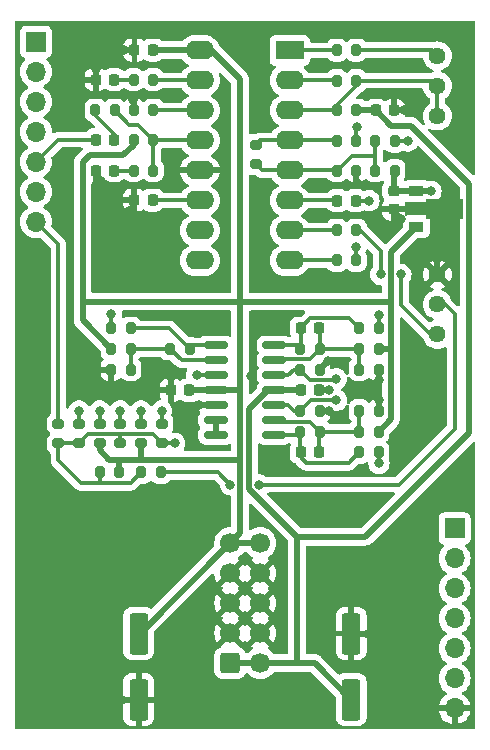
<source format=gbr>
%TF.GenerationSoftware,KiCad,Pcbnew,7.0.10*%
%TF.CreationDate,2024-02-20T22:03:49-06:00*%
%TF.ProjectId,3340_VCO,33333430-5f56-4434-9f2e-6b696361645f,rev?*%
%TF.SameCoordinates,Original*%
%TF.FileFunction,Copper,L1,Top*%
%TF.FilePolarity,Positive*%
%FSLAX46Y46*%
G04 Gerber Fmt 4.6, Leading zero omitted, Abs format (unit mm)*
G04 Created by KiCad (PCBNEW 7.0.10) date 2024-02-20 22:03:49*
%MOMM*%
%LPD*%
G01*
G04 APERTURE LIST*
G04 Aperture macros list*
%AMRoundRect*
0 Rectangle with rounded corners*
0 $1 Rounding radius*
0 $2 $3 $4 $5 $6 $7 $8 $9 X,Y pos of 4 corners*
0 Add a 4 corners polygon primitive as box body*
4,1,4,$2,$3,$4,$5,$6,$7,$8,$9,$2,$3,0*
0 Add four circle primitives for the rounded corners*
1,1,$1+$1,$2,$3*
1,1,$1+$1,$4,$5*
1,1,$1+$1,$6,$7*
1,1,$1+$1,$8,$9*
0 Add four rect primitives between the rounded corners*
20,1,$1+$1,$2,$3,$4,$5,0*
20,1,$1+$1,$4,$5,$6,$7,0*
20,1,$1+$1,$6,$7,$8,$9,0*
20,1,$1+$1,$8,$9,$2,$3,0*%
%AMFreePoly0*
4,1,9,3.862500,-0.866500,0.737500,-0.866500,0.737500,-0.450000,-0.737500,-0.450000,-0.737500,0.450000,0.737500,0.450000,0.737500,0.866500,3.862500,0.866500,3.862500,-0.866500,3.862500,-0.866500,$1*%
G04 Aperture macros list end*
%TA.AperFunction,SMDPad,CuDef*%
%ADD10RoundRect,0.200000X0.200000X0.275000X-0.200000X0.275000X-0.200000X-0.275000X0.200000X-0.275000X0*%
%TD*%
%TA.AperFunction,SMDPad,CuDef*%
%ADD11RoundRect,0.200000X-0.200000X-0.275000X0.200000X-0.275000X0.200000X0.275000X-0.200000X0.275000X0*%
%TD*%
%TA.AperFunction,SMDPad,CuDef*%
%ADD12RoundRect,0.250000X-0.550000X1.500000X-0.550000X-1.500000X0.550000X-1.500000X0.550000X1.500000X0*%
%TD*%
%TA.AperFunction,SMDPad,CuDef*%
%ADD13RoundRect,0.200000X0.275000X-0.200000X0.275000X0.200000X-0.275000X0.200000X-0.275000X-0.200000X0*%
%TD*%
%TA.AperFunction,SMDPad,CuDef*%
%ADD14RoundRect,0.225000X-0.225000X-0.250000X0.225000X-0.250000X0.225000X0.250000X-0.225000X0.250000X0*%
%TD*%
%TA.AperFunction,SMDPad,CuDef*%
%ADD15RoundRect,0.150000X-0.825000X-0.150000X0.825000X-0.150000X0.825000X0.150000X-0.825000X0.150000X0*%
%TD*%
%TA.AperFunction,SMDPad,CuDef*%
%ADD16RoundRect,0.225000X0.225000X0.250000X-0.225000X0.250000X-0.225000X-0.250000X0.225000X-0.250000X0*%
%TD*%
%TA.AperFunction,ComponentPad*%
%ADD17R,1.700000X1.700000*%
%TD*%
%TA.AperFunction,ComponentPad*%
%ADD18O,1.700000X1.700000*%
%TD*%
%TA.AperFunction,SMDPad,CuDef*%
%ADD19RoundRect,0.200000X-0.275000X0.200000X-0.275000X-0.200000X0.275000X-0.200000X0.275000X0.200000X0*%
%TD*%
%TA.AperFunction,SMDPad,CuDef*%
%ADD20RoundRect,0.225000X0.250000X-0.225000X0.250000X0.225000X-0.250000X0.225000X-0.250000X-0.225000X0*%
%TD*%
%TA.AperFunction,SMDPad,CuDef*%
%ADD21R,1.300000X0.900000*%
%TD*%
%TA.AperFunction,SMDPad,CuDef*%
%ADD22FreePoly0,0.000000*%
%TD*%
%TA.AperFunction,ComponentPad*%
%ADD23C,1.440000*%
%TD*%
%TA.AperFunction,ComponentPad*%
%ADD24RoundRect,0.250000X-0.600000X-0.600000X0.600000X-0.600000X0.600000X0.600000X-0.600000X0.600000X0*%
%TD*%
%TA.AperFunction,ComponentPad*%
%ADD25C,1.700000*%
%TD*%
%TA.AperFunction,ComponentPad*%
%ADD26R,2.400000X1.600000*%
%TD*%
%TA.AperFunction,ComponentPad*%
%ADD27O,2.400000X1.600000*%
%TD*%
%TA.AperFunction,ViaPad*%
%ADD28C,0.800000*%
%TD*%
%TA.AperFunction,Conductor*%
%ADD29C,0.500000*%
%TD*%
%TA.AperFunction,Conductor*%
%ADD30C,0.300000*%
%TD*%
G04 APERTURE END LIST*
D10*
%TO.P,R25,1*%
%TO.N,/saw_a*%
X140875000Y-122700000D03*
%TO.P,R25,2*%
%TO.N,Net-(C10-Pad1)*%
X139225000Y-122700000D03*
%TD*%
D11*
%TO.P,R27,1*%
%TO.N,Net-(U2C--)*%
X139225000Y-120950000D03*
%TO.P,R27,2*%
%TO.N,+12V*%
X140875000Y-120950000D03*
%TD*%
%TO.P,R18,1*%
%TO.N,/CV_IN*%
X117275000Y-124400000D03*
%TO.P,R18,2*%
%TO.N,+12V*%
X118925000Y-124400000D03*
%TD*%
D10*
%TO.P,R36,1*%
%TO.N,Net-(U2A--)*%
X119875000Y-115700000D03*
%TO.P,R36,2*%
%TO.N,GND*%
X118225000Y-115700000D03*
%TD*%
D12*
%TO.P,C11,1*%
%TO.N,+12V*%
X120550000Y-138050000D03*
%TO.P,C11,2*%
%TO.N,GND*%
X120550000Y-143650000D03*
%TD*%
D13*
%TO.P,R22,1*%
%TO.N,+12V*%
X117250000Y-121950000D03*
%TO.P,R22,2*%
%TO.N,/fine3_a*%
X117250000Y-120300000D03*
%TD*%
D11*
%TO.P,R20,1*%
%TO.N,Net-(U2D--)*%
X139225000Y-115700000D03*
%TO.P,R20,2*%
%TO.N,GND*%
X140875000Y-115700000D03*
%TD*%
D14*
%TO.P,C3,1*%
%TO.N,GND*%
X116925000Y-91150000D03*
%TO.P,C3,2*%
%TO.N,Net-(C3-Pad2)*%
X118475000Y-91150000D03*
%TD*%
%TO.P,C1,1*%
%TO.N,GND*%
X120200000Y-88650000D03*
%TO.P,C1,2*%
%TO.N,+12V*%
X121750000Y-88650000D03*
%TD*%
D12*
%TO.P,C14,1*%
%TO.N,GND*%
X138550000Y-138050000D03*
%TO.P,C14,2*%
%TO.N,-12V*%
X138550000Y-143650000D03*
%TD*%
D11*
%TO.P,R12,1*%
%TO.N,/PWM*%
X137325000Y-98850000D03*
%TO.P,R12,2*%
%TO.N,GND*%
X138975000Y-98850000D03*
%TD*%
D15*
%TO.P,U2,1*%
%TO.N,Net-(R32-Pad2)*%
X127075000Y-113640000D03*
%TO.P,U2,2,-*%
%TO.N,Net-(U2A--)*%
X127075000Y-114910000D03*
%TO.P,U2,3,+*%
%TO.N,/TRI*%
X127075000Y-116180000D03*
%TO.P,U2,4,V+*%
%TO.N,+12V*%
X127075000Y-117450000D03*
%TO.P,U2,5,+*%
%TO.N,GND*%
X127075000Y-118720000D03*
%TO.P,U2,6,-*%
%TO.N,Net-(U2B--)*%
X127075000Y-119990000D03*
%TO.P,U2,7*%
X127075000Y-121260000D03*
%TO.P,U2,8*%
%TO.N,Net-(C10-Pad1)*%
X132025000Y-121260000D03*
%TO.P,U2,9,-*%
%TO.N,Net-(U2C--)*%
X132025000Y-119990000D03*
%TO.P,U2,10,+*%
%TO.N,Net-(U2C-+)*%
X132025000Y-118720000D03*
%TO.P,U2,11,V-*%
%TO.N,-12V*%
X132025000Y-117450000D03*
%TO.P,U2,12,+*%
%TO.N,Net-(U2D-+)*%
X132025000Y-116180000D03*
%TO.P,U2,13,-*%
%TO.N,Net-(U2D--)*%
X132025000Y-114910000D03*
%TO.P,U2,14*%
%TO.N,Net-(C8-Pad1)*%
X132025000Y-113640000D03*
%TD*%
D10*
%TO.P,R14,1*%
%TO.N,/pulse_a*%
X140875000Y-112200000D03*
%TO.P,R14,2*%
%TO.N,Net-(C8-Pad1)*%
X139225000Y-112200000D03*
%TD*%
D16*
%TO.P,C7,1*%
%TO.N,/sync_a*%
X138925000Y-101400000D03*
%TO.P,C7,2*%
%TO.N,/HSYNC*%
X137375000Y-101400000D03*
%TD*%
D10*
%TO.P,R10,1*%
%TO.N,/pwm_a*%
X142225000Y-96350000D03*
%TO.P,R10,2*%
%TO.N,/PWM*%
X140575000Y-96350000D03*
%TD*%
D14*
%TO.P,C9,1*%
%TO.N,GND*%
X123275000Y-117450000D03*
%TO.P,C9,2*%
%TO.N,+12V*%
X124825000Y-117450000D03*
%TD*%
D11*
%TO.P,R30,1*%
%TO.N,Net-(C10-Pad1)*%
X134225000Y-120950000D03*
%TO.P,R30,2*%
%TO.N,Net-(U2C--)*%
X135875000Y-120950000D03*
%TD*%
D16*
%TO.P,C6,1*%
%TO.N,Net-(C6-Pad1)*%
X118475000Y-98850000D03*
%TO.P,C6,2*%
%TO.N,GND*%
X116925000Y-98850000D03*
%TD*%
D17*
%TO.P,J11,1,Pin_1*%
%TO.N,/coarse2_a*%
X111850000Y-87950000D03*
D18*
%TO.P,J11,2,Pin_2*%
%TO.N,/coarse3_a*%
X111850000Y-90490000D03*
%TO.P,J11,3,Pin_3*%
%TO.N,/fine2_a*%
X111850000Y-93030000D03*
%TO.P,J11,4,Pin_4*%
%TO.N,/fine3_a*%
X111850000Y-95570000D03*
%TO.P,J11,5,Pin_5*%
%TO.N,/linfm_a*%
X111850000Y-98110000D03*
%TO.P,J11,6,Pin_6*%
%TO.N,/cvmod_a*%
X111850000Y-100650000D03*
%TO.P,J11,7,Pin_7*%
%TO.N,/voct_a*%
X111850000Y-103190000D03*
%TD*%
D16*
%TO.P,C12,1*%
%TO.N,GND*%
X135825000Y-117440000D03*
%TO.P,C12,2*%
%TO.N,-12V*%
X134275000Y-117440000D03*
%TD*%
D10*
%TO.P,R13,1*%
%TO.N,Net-(U2D-+)*%
X138975000Y-96350000D03*
%TO.P,R13,2*%
%TO.N,/PULSE*%
X137325000Y-96350000D03*
%TD*%
%TO.P,R37,1*%
%TO.N,Net-(R32-Pad2)*%
X124875000Y-113950000D03*
%TO.P,R37,2*%
%TO.N,Net-(U2A--)*%
X123225000Y-113950000D03*
%TD*%
D19*
%TO.P,R28,1*%
%TO.N,/voct_a*%
X113750000Y-120300000D03*
%TO.P,R28,2*%
%TO.N,/CV_IN*%
X113750000Y-121950000D03*
%TD*%
%TO.P,R23,1*%
%TO.N,/fine2_a*%
X119000000Y-120300000D03*
%TO.P,R23,2*%
%TO.N,/CV_IN*%
X119000000Y-121950000D03*
%TD*%
D11*
%TO.P,R29,1*%
%TO.N,Net-(U2C--)*%
X139225000Y-119200000D03*
%TO.P,R29,2*%
%TO.N,GND*%
X140875000Y-119200000D03*
%TD*%
%TO.P,R1,1*%
%TO.N,Net-(U1-SCALE1)*%
X137325000Y-88650000D03*
%TO.P,R1,2*%
%TO.N,Net-(R1-Pad2)*%
X138975000Y-88650000D03*
%TD*%
D14*
%TO.P,C8,1*%
%TO.N,Net-(C8-Pad1)*%
X134275000Y-112200000D03*
%TO.P,C8,2*%
%TO.N,Net-(U2D--)*%
X135825000Y-112200000D03*
%TD*%
D11*
%TO.P,R34,1*%
%TO.N,/VHFT*%
X137325000Y-103900000D03*
%TO.P,R34,2*%
%TO.N,Net-(R34-Pad2)*%
X138975000Y-103900000D03*
%TD*%
D19*
%TO.P,R31,1*%
%TO.N,/cvmod_a*%
X115500000Y-120300000D03*
%TO.P,R31,2*%
%TO.N,/CV_IN*%
X115500000Y-121950000D03*
%TD*%
D10*
%TO.P,R33,1*%
%TO.N,Net-(U2A--)*%
X119875000Y-113950000D03*
%TO.P,R33,2*%
%TO.N,+12V*%
X118225000Y-113950000D03*
%TD*%
D17*
%TO.P,J12,1,Pin_1*%
%TO.N,+5V*%
X147300000Y-129150000D03*
D18*
%TO.P,J12,2,Pin_2*%
%TO.N,/pwm_a*%
X147300000Y-131690000D03*
%TO.P,J12,3,Pin_3*%
%TO.N,/sync_a*%
X147300000Y-134230000D03*
%TO.P,J12,4,Pin_4*%
%TO.N,/pulse_a*%
X147300000Y-136770000D03*
%TO.P,J12,5,Pin_5*%
%TO.N,/saw_a*%
X147300000Y-139310000D03*
%TO.P,J12,6,Pin_6*%
%TO.N,/tri_a*%
X147300000Y-141850000D03*
%TO.P,J12,7,Pin_7*%
%TO.N,GND*%
X147300000Y-144390000D03*
%TD*%
D13*
%TO.P,R11,1*%
%TO.N,/PWM*%
X130480000Y-98325000D03*
%TO.P,R11,2*%
%TO.N,/PULSE*%
X130480000Y-96675000D03*
%TD*%
D11*
%TO.P,R15,1*%
%TO.N,Net-(U2D-+)*%
X134225000Y-115700000D03*
%TO.P,R15,2*%
%TO.N,GND*%
X135875000Y-115700000D03*
%TD*%
%TO.P,R2,1*%
%TO.N,Net-(C2-Pad2)*%
X116875000Y-93750000D03*
%TO.P,R2,2*%
%TO.N,/LIN_FM*%
X118525000Y-93750000D03*
%TD*%
D14*
%TO.P,C5,1*%
%TO.N,GND*%
X120175000Y-101350000D03*
%TO.P,C5,2*%
%TO.N,Net-(U1-CAP)*%
X121725000Y-101350000D03*
%TD*%
D16*
%TO.P,C4,1*%
%TO.N,GND*%
X142175000Y-93750000D03*
%TO.P,C4,2*%
%TO.N,-12V*%
X140625000Y-93750000D03*
%TD*%
D10*
%TO.P,R24,1*%
%TO.N,Net-(U2C-+)*%
X138975000Y-106450000D03*
%TO.P,R24,2*%
%TO.N,/SAW*%
X137325000Y-106450000D03*
%TD*%
D11*
%TO.P,R26,1*%
%TO.N,Net-(U2C-+)*%
X134225000Y-119200000D03*
%TO.P,R26,2*%
%TO.N,GND*%
X135875000Y-119200000D03*
%TD*%
%TO.P,R4,1*%
%TO.N,Net-(C3-Pad2)*%
X120125000Y-91150000D03*
%TO.P,R4,2*%
%TO.N,/CV_IN*%
X121775000Y-91150000D03*
%TD*%
D13*
%TO.P,R17,1*%
%TO.N,+12V*%
X120750000Y-121950000D03*
%TO.P,R17,2*%
%TO.N,/coarse3_a*%
X120750000Y-120300000D03*
%TD*%
D19*
%TO.P,R19,1*%
%TO.N,/coarse2_a*%
X122500000Y-120300000D03*
%TO.P,R19,2*%
%TO.N,/CV_IN*%
X122500000Y-121950000D03*
%TD*%
D11*
%TO.P,R16,1*%
%TO.N,Net-(U2D--)*%
X139225000Y-113950000D03*
%TO.P,R16,2*%
%TO.N,+12V*%
X140875000Y-113950000D03*
%TD*%
D20*
%TO.P,C13,1*%
%TO.N,GND*%
X142140000Y-102135000D03*
%TO.P,C13,2*%
%TO.N,+5V*%
X142140000Y-100585000D03*
%TD*%
D11*
%TO.P,R3,1*%
%TO.N,Net-(U1-SCALE2)*%
X137325000Y-91250000D03*
%TO.P,R3,2*%
%TO.N,Net-(U1-VEE)*%
X138975000Y-91250000D03*
%TD*%
D10*
%TO.P,R9,1*%
%TO.N,+5V*%
X142225000Y-98850000D03*
%TO.P,R9,2*%
%TO.N,/PWM*%
X140575000Y-98850000D03*
%TD*%
D14*
%TO.P,C2,1*%
%TO.N,/linfm_a*%
X116925000Y-96250000D03*
%TO.P,C2,2*%
%TO.N,Net-(C2-Pad2)*%
X118475000Y-96250000D03*
%TD*%
D10*
%TO.P,R35,1*%
%TO.N,Net-(R35-Pad1)*%
X122425000Y-124400000D03*
%TO.P,R35,2*%
%TO.N,/CV_IN*%
X120775000Y-124400000D03*
%TD*%
D14*
%TO.P,C10,1*%
%TO.N,Net-(C10-Pad1)*%
X134275000Y-122700000D03*
%TO.P,C10,2*%
%TO.N,Net-(U2C--)*%
X135825000Y-122700000D03*
%TD*%
D10*
%TO.P,R8,1*%
%TO.N,/LIN_FM*%
X121775000Y-98850000D03*
%TO.P,R8,2*%
%TO.N,Net-(C6-Pad1)*%
X120125000Y-98850000D03*
%TD*%
D21*
%TO.P,U3,1,OUT*%
%TO.N,+5V*%
X144050000Y-100600000D03*
D22*
%TO.P,U3,2,GND*%
%TO.N,GND*%
X144137500Y-102100000D03*
D21*
%TO.P,U3,3,IN*%
%TO.N,+12V*%
X144050000Y-103600000D03*
%TD*%
D11*
%TO.P,R6,1*%
%TO.N,GND*%
X120125000Y-93750000D03*
%TO.P,R6,2*%
%TO.N,Net-(U1-VS)*%
X121775000Y-93750000D03*
%TD*%
%TO.P,R21,1*%
%TO.N,Net-(C8-Pad1)*%
X134225000Y-113950000D03*
%TO.P,R21,2*%
%TO.N,Net-(U2D--)*%
X135875000Y-113950000D03*
%TD*%
%TO.P,R32,1*%
%TO.N,/tri_a*%
X118225000Y-112200000D03*
%TO.P,R32,2*%
%TO.N,Net-(R32-Pad2)*%
X119875000Y-112200000D03*
%TD*%
D10*
%TO.P,R7,1*%
%TO.N,/LIN_FM*%
X121775000Y-96250000D03*
%TO.P,R7,2*%
%TO.N,+12V*%
X120125000Y-96250000D03*
%TD*%
D11*
%TO.P,R5,1*%
%TO.N,Net-(U1-VEE)*%
X137325000Y-93750000D03*
%TO.P,R5,2*%
%TO.N,-12V*%
X138975000Y-93750000D03*
%TD*%
D23*
%TO.P,RV7,1,1*%
%TO.N,GND*%
X145850000Y-107650000D03*
%TO.P,RV7,2,2*%
%TO.N,Net-(R35-Pad1)*%
X145850000Y-110190000D03*
%TO.P,RV7,3,3*%
%TO.N,Net-(R34-Pad2)*%
X145850000Y-112730000D03*
%TD*%
D24*
%TO.P,J7,1,Pin_1*%
%TO.N,-12V*%
X128310000Y-140550000D03*
D25*
%TO.P,J7,2,Pin_2*%
X130850000Y-140550000D03*
%TO.P,J7,3,Pin_3*%
%TO.N,GND*%
X128310000Y-138010000D03*
%TO.P,J7,4,Pin_4*%
X130850000Y-138010000D03*
%TO.P,J7,5,Pin_5*%
X128310000Y-135470000D03*
%TO.P,J7,6,Pin_6*%
X130850000Y-135470000D03*
%TO.P,J7,7,Pin_7*%
X128310000Y-132930000D03*
%TO.P,J7,8,Pin_8*%
X130850000Y-132930000D03*
%TO.P,J7,9,Pin_9*%
%TO.N,+12V*%
X128310000Y-130390000D03*
%TO.P,J7,10,Pin_10*%
X130850000Y-130390000D03*
%TD*%
D26*
%TO.P,U1,1,SCALE1*%
%TO.N,Net-(U1-SCALE1)*%
X133350000Y-88675000D03*
D27*
%TO.P,U1,2,SCALE2*%
%TO.N,Net-(U1-SCALE2)*%
X133350000Y-91215000D03*
%TO.P,U1,3,VEE*%
%TO.N,Net-(U1-VEE)*%
X133350000Y-93755000D03*
%TO.P,U1,4,VP*%
%TO.N,/PULSE*%
X133350000Y-96295000D03*
%TO.P,U1,5,PWM*%
%TO.N,/PWM*%
X133350000Y-98835000D03*
%TO.P,U1,6,VHSI*%
%TO.N,/HSYNC*%
X133350000Y-101375000D03*
%TO.P,U1,7,VHFT*%
%TO.N,/VHFT*%
X133350000Y-103915000D03*
%TO.P,U1,8,VSO*%
%TO.N,/SAW*%
X133350000Y-106455000D03*
%TO.P,U1,9,VSSI*%
%TO.N,unconnected-(U1-VSSI-Pad9)*%
X125730000Y-106455000D03*
%TO.P,U1,10,VTO*%
%TO.N,/TRI*%
X125730000Y-103915000D03*
%TO.P,U1,11,CAP*%
%TO.N,Net-(U1-CAP)*%
X125730000Y-101375000D03*
%TO.P,U1,12,GND*%
%TO.N,GND*%
X125730000Y-98835000D03*
%TO.P,U1,13,VLFI*%
%TO.N,/LIN_FM*%
X125730000Y-96295000D03*
%TO.P,U1,14,VS*%
%TO.N,Net-(U1-VS)*%
X125730000Y-93755000D03*
%TO.P,U1,15,VFCI*%
%TO.N,/CV_IN*%
X125730000Y-91215000D03*
%TO.P,U1,16,VCC*%
%TO.N,+12V*%
X125730000Y-88675000D03*
%TD*%
D23*
%TO.P,RV1,1,1*%
%TO.N,Net-(R1-Pad2)*%
X145850000Y-89150000D03*
%TO.P,RV1,2,2*%
%TO.N,Net-(U1-VEE)*%
X145850000Y-91690000D03*
%TO.P,RV1,3,3*%
X145850000Y-94230000D03*
%TD*%
D28*
%TO.N,GND*%
X145850000Y-106300000D03*
X120100000Y-92850000D03*
X116500500Y-115700000D03*
X140900000Y-116600000D03*
X141800000Y-89950000D03*
X117400000Y-99700000D03*
X116950000Y-90250000D03*
X119150000Y-143650000D03*
X143050000Y-93750000D03*
X119749500Y-102250000D03*
X125650000Y-118700000D03*
X123840000Y-98840000D03*
X136700000Y-119200000D03*
X119350000Y-88650000D03*
X139000000Y-99900000D03*
X137300000Y-127350000D03*
X142800000Y-102950000D03*
X132050000Y-111400000D03*
X145850000Y-117900000D03*
X140900000Y-118300000D03*
%TO.N,+5V*%
X145300000Y-100600000D03*
%TO.N,/sync_a*%
X140050000Y-101400000D03*
%TO.N,/CV_IN*%
X123600000Y-121950000D03*
%TO.N,Net-(U2C-+)*%
X137300000Y-118300000D03*
X138950000Y-105300000D03*
%TO.N,Net-(U2D-+)*%
X137300000Y-116500000D03*
X139000000Y-95200000D03*
%TO.N,Net-(R34-Pad2)*%
X142749500Y-107650000D03*
X141050500Y-107650000D03*
%TO.N,Net-(R35-Pad1)*%
X130750688Y-125449312D03*
X128310500Y-125450000D03*
%TO.N,/TRI*%
X125450000Y-116180000D03*
%TO.N,/pwm_a*%
X143350000Y-96350000D03*
%TO.N,/pulse_a*%
X140900000Y-111050000D03*
%TO.N,/coarse3_a*%
X120750000Y-119200000D03*
%TO.N,/coarse2_a*%
X122500000Y-119200000D03*
%TO.N,/fine3_a*%
X117250000Y-119200000D03*
%TO.N,/fine2_a*%
X119000000Y-119200000D03*
%TO.N,/saw_a*%
X140900000Y-123650500D03*
%TO.N,/cvmod_a*%
X115500000Y-119200000D03*
%TO.N,/tri_a*%
X118250000Y-111000000D03*
%TO.N,GND*%
X145710000Y-144390000D03*
X136550000Y-115000000D03*
X123250000Y-116350000D03*
X132100000Y-122650000D03*
X124850000Y-111400000D03*
X130100000Y-116250000D03*
X139950000Y-138050000D03*
X136700000Y-117450000D03*
X130680000Y-102710000D03*
%TD*%
D29*
%TO.N,GND*%
X120175000Y-101350000D02*
X120175000Y-101824500D01*
X116925000Y-99225000D02*
X117400000Y-99700000D01*
X118225000Y-115700000D02*
X116500500Y-115700000D01*
X116925000Y-90275000D02*
X116950000Y-90250000D01*
X123845000Y-98835000D02*
X123840000Y-98840000D01*
X120550000Y-143650000D02*
X119150000Y-143650000D01*
X116925000Y-98850000D02*
X116925000Y-99225000D01*
X135875000Y-115700000D02*
X135875000Y-115675000D01*
X120175000Y-101824500D02*
X119749500Y-102250000D01*
X142140000Y-102290000D02*
X142800000Y-102950000D01*
X140875000Y-116575000D02*
X140900000Y-116600000D01*
X123275000Y-116375000D02*
X123250000Y-116350000D01*
X138550000Y-138050000D02*
X139950000Y-138050000D01*
X123275000Y-117450000D02*
X123275000Y-116375000D01*
X147300000Y-144390000D02*
X145710000Y-144390000D01*
X127075000Y-118720000D02*
X125670000Y-118720000D01*
X142175000Y-93750000D02*
X143050000Y-93750000D01*
X140875000Y-118325000D02*
X140900000Y-118300000D01*
X135875000Y-119200000D02*
X136700000Y-119200000D01*
X135875000Y-115675000D02*
X136550000Y-115000000D01*
X138975000Y-99875000D02*
X139000000Y-99900000D01*
X135825000Y-117440000D02*
X136690000Y-117440000D01*
X145850000Y-107650000D02*
X145850000Y-106300000D01*
X126265000Y-98835000D02*
X126300000Y-98800000D01*
X120125000Y-93750000D02*
X120125000Y-92875000D01*
X125730000Y-98835000D02*
X123845000Y-98835000D01*
X120125000Y-92875000D02*
X120100000Y-92850000D01*
X120200000Y-88650000D02*
X119350000Y-88650000D01*
X116925000Y-91150000D02*
X116925000Y-90275000D01*
X144137500Y-102100000D02*
X145500000Y-102100000D01*
X140875000Y-115700000D02*
X140875000Y-116575000D01*
X125670000Y-118720000D02*
X125650000Y-118700000D01*
X140875000Y-119200000D02*
X140875000Y-118325000D01*
X142140000Y-102135000D02*
X142140000Y-102290000D01*
X136690000Y-117440000D02*
X136700000Y-117450000D01*
X138975000Y-98850000D02*
X138975000Y-99875000D01*
%TO.N,+12V*%
X129160000Y-109950000D02*
X129160000Y-91140000D01*
X129160000Y-91140000D02*
X126695000Y-88675000D01*
X121750000Y-88650000D02*
X125705000Y-88650000D01*
X141900000Y-112925000D02*
X141900000Y-119925000D01*
X127075000Y-117450000D02*
X124825000Y-117450000D01*
X115800000Y-108700000D02*
X115800000Y-111525000D01*
X119250000Y-97550000D02*
X116400000Y-97550000D01*
D30*
%TO.N,Net-(U2D-+)*%
X138975000Y-95225000D02*
X139000000Y-95200000D01*
%TO.N,Net-(U2C--)*%
X139225000Y-120950000D02*
X135875000Y-120950000D01*
%TO.N,Net-(C10-Pad1)*%
X134275000Y-122700000D02*
X134275000Y-123125000D01*
%TO.N,Net-(U2C--)*%
X132025000Y-119990000D02*
X132135000Y-120100000D01*
%TO.N,Net-(U2A--)*%
X127075000Y-114910000D02*
X124185000Y-114910000D01*
%TO.N,Net-(C10-Pad1)*%
X134225000Y-120950000D02*
X134225000Y-122650000D01*
%TO.N,Net-(U2A--)*%
X124185000Y-114910000D02*
X123225000Y-113950000D01*
%TO.N,Net-(U2D-+)*%
X137250000Y-116550000D02*
X135075000Y-116550000D01*
D29*
%TO.N,+5V*%
X142140000Y-98935000D02*
X142225000Y-98850000D01*
D30*
%TO.N,Net-(C10-Pad1)*%
X138325000Y-123600000D02*
X139225000Y-122700000D01*
%TO.N,Net-(U2A--)*%
X119875000Y-113950000D02*
X119875000Y-115700000D01*
%TO.N,Net-(C10-Pad1)*%
X134275000Y-123125000D02*
X134750000Y-123600000D01*
D29*
%TO.N,+5V*%
X145300000Y-100600000D02*
X144050000Y-100600000D01*
D30*
%TO.N,Net-(U2D-+)*%
X133700000Y-115700000D02*
X134225000Y-115700000D01*
%TO.N,Net-(U2A--)*%
X123225000Y-113950000D02*
X119875000Y-113950000D01*
D29*
%TO.N,+5V*%
X144035000Y-100585000D02*
X144050000Y-100600000D01*
X142140000Y-100585000D02*
X142140000Y-98935000D01*
X142140000Y-100585000D02*
X144035000Y-100585000D01*
D30*
%TO.N,Net-(U2D-+)*%
X137300000Y-116500000D02*
X137250000Y-116550000D01*
X138975000Y-96350000D02*
X138975000Y-95225000D01*
%TO.N,Net-(U1-SCALE2)*%
X137290000Y-91215000D02*
X137325000Y-91250000D01*
%TO.N,/sync_a*%
X140050000Y-101400000D02*
X138925000Y-101400000D01*
%TO.N,Net-(U1-SCALE1)*%
X137300000Y-88675000D02*
X137325000Y-88650000D01*
%TO.N,Net-(R1-Pad2)*%
X138975000Y-88650000D02*
X145350000Y-88650000D01*
%TO.N,Net-(U1-VEE)*%
X137320000Y-93755000D02*
X137325000Y-93750000D01*
%TO.N,Net-(U1-SCALE1)*%
X133350000Y-88675000D02*
X137300000Y-88675000D01*
%TO.N,Net-(U1-VEE)*%
X138975000Y-91250000D02*
X145410000Y-91250000D01*
%TO.N,Net-(U1-SCALE2)*%
X133350000Y-91215000D02*
X137290000Y-91215000D01*
%TO.N,Net-(R1-Pad2)*%
X145350000Y-88650000D02*
X145850000Y-89150000D01*
%TO.N,Net-(U1-VEE)*%
X138975000Y-91675000D02*
X137325000Y-93325000D01*
X145410000Y-91250000D02*
X145850000Y-91690000D01*
%TO.N,/CV_IN*%
X117300000Y-125300000D02*
X119875000Y-125300000D01*
%TO.N,Net-(U1-VEE)*%
X145850000Y-91690000D02*
X145850000Y-94230000D01*
X138975000Y-91250000D02*
X138975000Y-91675000D01*
%TO.N,/CV_IN*%
X121840000Y-91215000D02*
X125730000Y-91215000D01*
X115650000Y-125300000D02*
X117300000Y-125300000D01*
%TO.N,Net-(U1-VEE)*%
X137325000Y-93325000D02*
X137325000Y-93750000D01*
%TO.N,/CV_IN*%
X113750000Y-123400000D02*
X113750000Y-121950000D01*
X119875000Y-125300000D02*
X120775000Y-124400000D01*
%TO.N,Net-(U1-VEE)*%
X133350000Y-93755000D02*
X137320000Y-93755000D01*
%TO.N,/PWM*%
X140575000Y-98850000D02*
X140575000Y-97600000D01*
%TO.N,Net-(U2C--)*%
X135825000Y-122700000D02*
X135825000Y-121000000D01*
%TO.N,Net-(U2C-+)*%
X137300000Y-118300000D02*
X135125000Y-118300000D01*
%TO.N,Net-(C10-Pad1)*%
X133915000Y-121260000D02*
X134225000Y-120950000D01*
%TO.N,/PULSE*%
X130860000Y-96295000D02*
X130480000Y-96675000D01*
%TO.N,Net-(U2C-+)*%
X138950000Y-105300000D02*
X138950000Y-106425000D01*
%TO.N,/PULSE*%
X137270000Y-96295000D02*
X137325000Y-96350000D01*
%TO.N,Net-(U2C-+)*%
X133700000Y-119200000D02*
X134225000Y-119200000D01*
X138950000Y-106425000D02*
X138975000Y-106450000D01*
%TO.N,/CV_IN*%
X115650000Y-125300000D02*
X113750000Y-123400000D01*
%TO.N,Net-(C10-Pad1)*%
X134750000Y-123600000D02*
X138325000Y-123600000D01*
%TO.N,Net-(R32-Pad2)*%
X127075000Y-113640000D02*
X125185000Y-113640000D01*
%TO.N,Net-(U2C-+)*%
X132025000Y-118720000D02*
X133220000Y-118720000D01*
%TO.N,/CV_IN*%
X122500000Y-121950000D02*
X123600000Y-121950000D01*
X115500000Y-121950000D02*
X113750000Y-121950000D01*
X119000000Y-121200000D02*
X119000000Y-121950000D01*
X116250000Y-121200000D02*
X119000000Y-121200000D01*
X117275000Y-125275000D02*
X117300000Y-125300000D01*
X121775000Y-91150000D02*
X121840000Y-91215000D01*
X117275000Y-124400000D02*
X117275000Y-125275000D01*
%TO.N,Net-(R32-Pad2)*%
X125185000Y-113640000D02*
X124875000Y-113950000D01*
%TO.N,Net-(U2C--)*%
X135025000Y-120100000D02*
X135875000Y-120950000D01*
%TO.N,/CV_IN*%
X116250000Y-121200000D02*
X115500000Y-121950000D01*
X119000000Y-121200000D02*
X121750000Y-121200000D01*
%TO.N,/LIN_FM*%
X121775000Y-96250000D02*
X121820000Y-96295000D01*
%TO.N,Net-(U1-VS)*%
X121780000Y-93755000D02*
X125730000Y-93755000D01*
%TO.N,/CV_IN*%
X121750000Y-121200000D02*
X122500000Y-121950000D01*
%TO.N,/LIN_FM*%
X119775000Y-95000000D02*
X120525000Y-95000000D01*
X118525000Y-93750000D02*
X119775000Y-95000000D01*
X121775000Y-96250000D02*
X121775000Y-98850000D01*
%TO.N,Net-(U1-VS)*%
X121775000Y-93750000D02*
X121780000Y-93755000D01*
%TO.N,/PWM*%
X140575000Y-97600000D02*
X138575000Y-97600000D01*
X137310000Y-98835000D02*
X137325000Y-98850000D01*
%TO.N,/LIN_FM*%
X120525000Y-95000000D02*
X121775000Y-96250000D01*
%TO.N,Net-(C10-Pad1)*%
X134225000Y-122650000D02*
X134275000Y-122700000D01*
%TO.N,/PWM*%
X140575000Y-98850000D02*
X140575000Y-96350000D01*
X133350000Y-98835000D02*
X130990000Y-98835000D01*
%TO.N,/LIN_FM*%
X121820000Y-96295000D02*
X125730000Y-96295000D01*
%TO.N,/PWM*%
X133350000Y-98835000D02*
X137310000Y-98835000D01*
X130990000Y-98835000D02*
X130480000Y-98325000D01*
%TO.N,/PULSE*%
X133350000Y-96295000D02*
X130860000Y-96295000D01*
X133350000Y-96295000D02*
X137270000Y-96295000D01*
%TO.N,/PWM*%
X138575000Y-97600000D02*
X137325000Y-98850000D01*
%TO.N,Net-(U2C-+)*%
X133220000Y-118720000D02*
X133700000Y-119200000D01*
X135125000Y-118300000D02*
X134225000Y-119200000D01*
%TO.N,Net-(U2C--)*%
X132135000Y-120100000D02*
X135025000Y-120100000D01*
%TO.N,Net-(R32-Pad2)*%
X124875000Y-113950000D02*
X123125000Y-112200000D01*
%TO.N,/SAW*%
X137320000Y-106455000D02*
X137325000Y-106450000D01*
%TO.N,Net-(R32-Pad2)*%
X123125000Y-112200000D02*
X119875000Y-112200000D01*
%TO.N,Net-(U2D-+)*%
X133220000Y-116180000D02*
X133700000Y-115700000D01*
%TO.N,/SAW*%
X133350000Y-106455000D02*
X137320000Y-106455000D01*
%TO.N,Net-(U2D-+)*%
X135075000Y-116550000D02*
X134225000Y-115700000D01*
X132025000Y-116180000D02*
X133220000Y-116180000D01*
%TO.N,Net-(U2C--)*%
X135825000Y-121000000D02*
X135875000Y-120950000D01*
%TO.N,/tri_a*%
X118250000Y-112175000D02*
X118225000Y-112200000D01*
X118250000Y-111000000D02*
X118250000Y-112175000D01*
%TO.N,/cvmod_a*%
X115500000Y-120300000D02*
X115500000Y-119200000D01*
%TO.N,/voct_a*%
X111850000Y-103190000D02*
X113750000Y-105090000D01*
X113750000Y-120300000D02*
X113750000Y-105090000D01*
%TO.N,/saw_a*%
X140900000Y-122725000D02*
X140875000Y-122700000D01*
X140900000Y-123650500D02*
X140900000Y-122725000D01*
%TO.N,/fine2_a*%
X119000000Y-120300000D02*
X119000000Y-119200000D01*
%TO.N,/fine3_a*%
X117250000Y-120300000D02*
X117250000Y-119200000D01*
%TO.N,/coarse2_a*%
X122500000Y-120300000D02*
X122500000Y-119200000D01*
%TO.N,/coarse3_a*%
X120750000Y-120300000D02*
X120750000Y-119200000D01*
%TO.N,/pulse_a*%
X140900000Y-112175000D02*
X140875000Y-112200000D01*
X140900000Y-111050000D02*
X140900000Y-112175000D01*
%TO.N,/pwm_a*%
X143350000Y-96350000D02*
X142225000Y-96350000D01*
%TO.N,/TRI*%
X125450000Y-116180000D02*
X127075000Y-116180000D01*
%TO.N,Net-(R35-Pad1)*%
X142600688Y-125449312D02*
X147300000Y-120750000D01*
X122425000Y-124400000D02*
X127260500Y-124400000D01*
X127260500Y-124400000D02*
X128310500Y-125450000D01*
X147300000Y-120750000D02*
X147300000Y-111000000D01*
X146490000Y-110190000D02*
X145850000Y-110190000D01*
X130750688Y-125449312D02*
X142600688Y-125449312D01*
X147300000Y-111000000D02*
X146490000Y-110190000D01*
%TO.N,Net-(R34-Pad2)*%
X145230000Y-112730000D02*
X145850000Y-112730000D01*
X141050500Y-105650500D02*
X139300000Y-103900000D01*
X142749500Y-110249500D02*
X145230000Y-112730000D01*
X141050500Y-107650000D02*
X141050500Y-105650500D01*
X139300000Y-103900000D02*
X138975000Y-103900000D01*
X142749500Y-107650000D02*
X142749500Y-110249500D01*
D29*
%TO.N,+12V*%
X127075000Y-117450000D02*
X129160000Y-117450000D01*
X122150000Y-123350000D02*
X118650000Y-123350000D01*
X115800000Y-111525000D02*
X118225000Y-113950000D01*
X141900000Y-113950000D02*
X140875000Y-113950000D01*
X141900000Y-109950000D02*
X141900000Y-112925000D01*
X116400000Y-97550000D02*
X115800000Y-98150000D01*
X141900000Y-109950000D02*
X141900000Y-105750000D01*
X115800000Y-98150000D02*
X115800000Y-108700000D01*
X126695000Y-88675000D02*
X125730000Y-88675000D01*
X118925000Y-124400000D02*
X118925000Y-123350000D01*
X141900000Y-105750000D02*
X144050000Y-103600000D01*
X120125000Y-96250000D02*
X120125000Y-96675000D01*
X125705000Y-88650000D02*
X125730000Y-88675000D01*
X129160000Y-124650000D02*
X129160000Y-123350000D01*
X130850000Y-130390000D02*
X128310000Y-130390000D01*
X129160000Y-123350000D02*
X129160000Y-117450000D01*
X129160000Y-109950000D02*
X133700000Y-109950000D01*
X120750000Y-123350000D02*
X120750000Y-121950000D01*
X117250000Y-122550000D02*
X117250000Y-121950000D01*
X118650000Y-123350000D02*
X118050000Y-123350000D01*
X120550000Y-138050000D02*
X120650000Y-138050000D01*
X133700000Y-109950000D02*
X141900000Y-109950000D01*
X129160000Y-123350000D02*
X122150000Y-123350000D01*
X120650000Y-138050000D02*
X128310000Y-130390000D01*
X118925000Y-123350000D02*
X118650000Y-123350000D01*
X128310000Y-130390000D02*
X129160000Y-129540000D01*
X141900000Y-112925000D02*
X141900000Y-113950000D01*
X115800000Y-109950000D02*
X129160000Y-109950000D01*
X122150000Y-123350000D02*
X120750000Y-123350000D01*
X129160000Y-117450000D02*
X129160000Y-109950000D01*
X141900000Y-119925000D02*
X140875000Y-120950000D01*
X118050000Y-123350000D02*
X117250000Y-122550000D01*
X120125000Y-96675000D02*
X119250000Y-97550000D01*
X129160000Y-129540000D02*
X129160000Y-124650000D01*
D30*
%TO.N,Net-(C2-Pad2)*%
X116875000Y-94175000D02*
X116875000Y-93750000D01*
X118475000Y-95775000D02*
X116875000Y-94175000D01*
X118475000Y-96250000D02*
X118475000Y-95775000D01*
%TO.N,Net-(C3-Pad2)*%
X120125000Y-91150000D02*
X118475000Y-91150000D01*
D29*
%TO.N,-12V*%
X139750000Y-129850000D02*
X133950000Y-129850000D01*
X131471472Y-117450000D02*
X132025000Y-117450000D01*
X148500000Y-99950000D02*
X148500000Y-121100000D01*
X138550000Y-143650000D02*
X135450000Y-140550000D01*
X129900000Y-125800000D02*
X133950000Y-129850000D01*
X138975000Y-93750000D02*
X140625000Y-93750000D01*
X129900000Y-119021472D02*
X131471472Y-117450000D01*
X129900000Y-125800000D02*
X129900000Y-119021472D01*
X143600000Y-95050000D02*
X148500000Y-99950000D01*
X132025000Y-117450000D02*
X134265000Y-117450000D01*
X141925000Y-95050000D02*
X143600000Y-95050000D01*
X133950000Y-140550000D02*
X130850000Y-140550000D01*
X140625000Y-93750000D02*
X141925000Y-95050000D01*
X148500000Y-121100000D02*
X139750000Y-129850000D01*
X133950000Y-129850000D02*
X133950000Y-140550000D01*
X128310000Y-140550000D02*
X130850000Y-140550000D01*
X135450000Y-140550000D02*
X133950000Y-140550000D01*
D30*
%TO.N,Net-(U1-CAP)*%
X121725000Y-101350000D02*
X121750000Y-101375000D01*
X121750000Y-101375000D02*
X125730000Y-101375000D01*
%TO.N,Net-(C6-Pad1)*%
X118475000Y-98850000D02*
X120125000Y-98850000D01*
%TO.N,/linfm_a*%
X113710000Y-96250000D02*
X116925000Y-96250000D01*
X111850000Y-98110000D02*
X113710000Y-96250000D01*
%TO.N,Net-(U2D--)*%
X139225000Y-115700000D02*
X139225000Y-113950000D01*
X135875000Y-112250000D02*
X135825000Y-112200000D01*
X135025000Y-114800000D02*
X135875000Y-113950000D01*
X132025000Y-114910000D02*
X132135000Y-114800000D01*
X135875000Y-113950000D02*
X139225000Y-113950000D01*
X132135000Y-114800000D02*
X135025000Y-114800000D01*
X135875000Y-113950000D02*
X135875000Y-112250000D01*
%TO.N,Net-(C8-Pad1)*%
X138400000Y-111375000D02*
X135100000Y-111375000D01*
X134275000Y-113900000D02*
X134225000Y-113950000D01*
X135100000Y-111375000D02*
X134275000Y-112200000D01*
X133915000Y-113640000D02*
X134225000Y-113950000D01*
X139225000Y-112200000D02*
X138400000Y-111375000D01*
X132025000Y-113640000D02*
X133915000Y-113640000D01*
X134275000Y-112200000D02*
X134275000Y-113900000D01*
%TO.N,/HSYNC*%
X133350000Y-101375000D02*
X137350000Y-101375000D01*
X137350000Y-101375000D02*
X137375000Y-101400000D01*
%TO.N,Net-(C10-Pad1)*%
X132025000Y-121260000D02*
X133915000Y-121260000D01*
D29*
%TO.N,Net-(U2B--)*%
X127075000Y-119990000D02*
X127075000Y-121260000D01*
D30*
%TO.N,/VHFT*%
X133350000Y-103915000D02*
X137310000Y-103915000D01*
X137310000Y-103915000D02*
X137325000Y-103900000D01*
%TO.N,Net-(U2C--)*%
X139225000Y-119200000D02*
X139225000Y-120950000D01*
D29*
%TO.N,+12V*%
X115800000Y-108700000D02*
X115800000Y-109950000D01*
%TD*%
%TA.AperFunction,Conductor*%
%TO.N,GND*%
G36*
X148992539Y-86170185D02*
G01*
X149038294Y-86222989D01*
X149049500Y-86274500D01*
X149049500Y-99138770D01*
X149029815Y-99205809D01*
X148977011Y-99251564D01*
X148907853Y-99261508D01*
X148844297Y-99232483D01*
X148837819Y-99226451D01*
X145106924Y-95495556D01*
X145073439Y-95434233D01*
X145078423Y-95364541D01*
X145120295Y-95308608D01*
X145185759Y-95284191D01*
X145247008Y-95295492D01*
X145430970Y-95381276D01*
X145637253Y-95436549D01*
X145789215Y-95449844D01*
X145849998Y-95455162D01*
X145850000Y-95455162D01*
X145850002Y-95455162D01*
X145903186Y-95450508D01*
X146062747Y-95436549D01*
X146269030Y-95381276D01*
X146462581Y-95291021D01*
X146637519Y-95168529D01*
X146788529Y-95017519D01*
X146911021Y-94842581D01*
X147001276Y-94649030D01*
X147056549Y-94442747D01*
X147075162Y-94230000D01*
X147074900Y-94227011D01*
X147056549Y-94017258D01*
X147056549Y-94017253D01*
X147001276Y-93810970D01*
X146911021Y-93617419D01*
X146828804Y-93500000D01*
X146788530Y-93442482D01*
X146764432Y-93418384D01*
X146637519Y-93291471D01*
X146591322Y-93259123D01*
X146553375Y-93232552D01*
X146509751Y-93177974D01*
X146500500Y-93130978D01*
X146500500Y-92789020D01*
X146520185Y-92721981D01*
X146553375Y-92687446D01*
X146637519Y-92628529D01*
X146788529Y-92477519D01*
X146911021Y-92302581D01*
X147001276Y-92109030D01*
X147056549Y-91902747D01*
X147075162Y-91690000D01*
X147056549Y-91477253D01*
X147001276Y-91270970D01*
X146911021Y-91077419D01*
X146788529Y-90902481D01*
X146788527Y-90902478D01*
X146637521Y-90751472D01*
X146462578Y-90628977D01*
X146462579Y-90628977D01*
X146324306Y-90564500D01*
X146269030Y-90538724D01*
X146269023Y-90538722D01*
X146263936Y-90536870D01*
X146264709Y-90534746D01*
X146213305Y-90503424D01*
X146182766Y-90440581D01*
X146191050Y-90371204D01*
X146235528Y-90317320D01*
X146264315Y-90304172D01*
X146263936Y-90303130D01*
X146269013Y-90301280D01*
X146269030Y-90301276D01*
X146462581Y-90211021D01*
X146637519Y-90088529D01*
X146788529Y-89937519D01*
X146911021Y-89762581D01*
X147001276Y-89569030D01*
X147056549Y-89362747D01*
X147075162Y-89150000D01*
X147056549Y-88937253D01*
X147001276Y-88730970D01*
X146911021Y-88537419D01*
X146788529Y-88362481D01*
X146788527Y-88362478D01*
X146637521Y-88211472D01*
X146462578Y-88088977D01*
X146462579Y-88088977D01*
X146324306Y-88024500D01*
X146269030Y-87998724D01*
X146269026Y-87998723D01*
X146269022Y-87998721D01*
X146062752Y-87943452D01*
X146062748Y-87943451D01*
X146062747Y-87943451D01*
X146062746Y-87943450D01*
X146062741Y-87943450D01*
X145850002Y-87924838D01*
X145849998Y-87924838D01*
X145637258Y-87943450D01*
X145637248Y-87943452D01*
X145605306Y-87952011D01*
X145443840Y-87995275D01*
X145411750Y-87999500D01*
X145410955Y-87999500D01*
X145391555Y-87997973D01*
X145370596Y-87994653D01*
X145370595Y-87994653D01*
X145335475Y-87997973D01*
X145325140Y-87998950D01*
X145313470Y-87999500D01*
X139836489Y-87999500D01*
X139769450Y-87979815D01*
X139735762Y-87945191D01*
X139735094Y-87945715D01*
X139730468Y-87939810D01*
X139610188Y-87819530D01*
X139464606Y-87731522D01*
X139302196Y-87680914D01*
X139302194Y-87680913D01*
X139302192Y-87680913D01*
X139252778Y-87676423D01*
X139231616Y-87674500D01*
X138718384Y-87674500D01*
X138699145Y-87676248D01*
X138647807Y-87680913D01*
X138485393Y-87731522D01*
X138339811Y-87819530D01*
X138339810Y-87819531D01*
X138237681Y-87921661D01*
X138176358Y-87955146D01*
X138106666Y-87950162D01*
X138062319Y-87921661D01*
X137960188Y-87819530D01*
X137814606Y-87731522D01*
X137652196Y-87680914D01*
X137652194Y-87680913D01*
X137652192Y-87680913D01*
X137602778Y-87676423D01*
X137581616Y-87674500D01*
X137068384Y-87674500D01*
X137049145Y-87676248D01*
X136997807Y-87680913D01*
X136835393Y-87731522D01*
X136689811Y-87819530D01*
X136569531Y-87939810D01*
X136569528Y-87939814D01*
X136554514Y-87964651D01*
X136502986Y-88011838D01*
X136448398Y-88024500D01*
X135174499Y-88024500D01*
X135107460Y-88004815D01*
X135061705Y-87952011D01*
X135050499Y-87900500D01*
X135050499Y-87827129D01*
X135050498Y-87827123D01*
X135050497Y-87827116D01*
X135044091Y-87767517D01*
X135033252Y-87738457D01*
X134993797Y-87632671D01*
X134993793Y-87632664D01*
X134907547Y-87517455D01*
X134907544Y-87517452D01*
X134792335Y-87431206D01*
X134792328Y-87431202D01*
X134657482Y-87380908D01*
X134657483Y-87380908D01*
X134597883Y-87374501D01*
X134597881Y-87374500D01*
X134597873Y-87374500D01*
X134597864Y-87374500D01*
X132102129Y-87374500D01*
X132102123Y-87374501D01*
X132042516Y-87380908D01*
X131907671Y-87431202D01*
X131907664Y-87431206D01*
X131792455Y-87517452D01*
X131792452Y-87517455D01*
X131706206Y-87632664D01*
X131706202Y-87632671D01*
X131655908Y-87767517D01*
X131649510Y-87827032D01*
X131649501Y-87827123D01*
X131649500Y-87827135D01*
X131649500Y-89522870D01*
X131649501Y-89522876D01*
X131655908Y-89582483D01*
X131706202Y-89717328D01*
X131706206Y-89717335D01*
X131792452Y-89832544D01*
X131792455Y-89832547D01*
X131907664Y-89918793D01*
X131907671Y-89918797D01*
X131952618Y-89935561D01*
X132042517Y-89969091D01*
X132077596Y-89972862D01*
X132142144Y-89999599D01*
X132181993Y-90056991D01*
X132184488Y-90126816D01*
X132148836Y-90186905D01*
X132135464Y-90197725D01*
X132110858Y-90214954D01*
X131949954Y-90375858D01*
X131819432Y-90562265D01*
X131819431Y-90562267D01*
X131723261Y-90768502D01*
X131723258Y-90768511D01*
X131664366Y-90988302D01*
X131664364Y-90988313D01*
X131644532Y-91214998D01*
X131644532Y-91215001D01*
X131664364Y-91441686D01*
X131664366Y-91441697D01*
X131723258Y-91661488D01*
X131723261Y-91661497D01*
X131819431Y-91867732D01*
X131819432Y-91867734D01*
X131949954Y-92054141D01*
X132110858Y-92215045D01*
X132153903Y-92245185D01*
X132297266Y-92345568D01*
X132355275Y-92372618D01*
X132407714Y-92418791D01*
X132426866Y-92485984D01*
X132406650Y-92552865D01*
X132355275Y-92597382D01*
X132297267Y-92624431D01*
X132297265Y-92624432D01*
X132110858Y-92754954D01*
X131949954Y-92915858D01*
X131819432Y-93102265D01*
X131819431Y-93102267D01*
X131723261Y-93308502D01*
X131723258Y-93308511D01*
X131664366Y-93528302D01*
X131664364Y-93528313D01*
X131644532Y-93754998D01*
X131644532Y-93755001D01*
X131664364Y-93981686D01*
X131664366Y-93981697D01*
X131723258Y-94201488D01*
X131723261Y-94201497D01*
X131819431Y-94407732D01*
X131819432Y-94407734D01*
X131949954Y-94594141D01*
X132110858Y-94755045D01*
X132110861Y-94755047D01*
X132297266Y-94885568D01*
X132355275Y-94912618D01*
X132407714Y-94958791D01*
X132426866Y-95025984D01*
X132406650Y-95092865D01*
X132355275Y-95137382D01*
X132297267Y-95164431D01*
X132297265Y-95164432D01*
X132110858Y-95294954D01*
X131949954Y-95455858D01*
X131854892Y-95591623D01*
X131800315Y-95635248D01*
X131753317Y-95644500D01*
X130945504Y-95644500D01*
X130929493Y-95642732D01*
X130929471Y-95642974D01*
X130921704Y-95642240D01*
X130921703Y-95642240D01*
X130853264Y-95644391D01*
X130851737Y-95644439D01*
X130847842Y-95644500D01*
X130819075Y-95644500D01*
X130819072Y-95644500D01*
X130819057Y-95644501D01*
X130814687Y-95645053D01*
X130803059Y-95645968D01*
X130757435Y-95647402D01*
X130757425Y-95647404D01*
X130737049Y-95653323D01*
X130718008Y-95657266D01*
X130696953Y-95659926D01*
X130696937Y-95659930D01*
X130654491Y-95676735D01*
X130643445Y-95680517D01*
X130599602Y-95693255D01*
X130581332Y-95704060D01*
X130563863Y-95712618D01*
X130544130Y-95720431D01*
X130507200Y-95747261D01*
X130497460Y-95753660D01*
X130491443Y-95757220D01*
X130428301Y-95774500D01*
X130148384Y-95774500D01*
X130095449Y-95779310D01*
X130077803Y-95780914D01*
X130071385Y-95782914D01*
X130001525Y-95784062D01*
X129942134Y-95747259D01*
X129912069Y-95684188D01*
X129910500Y-95664527D01*
X129910500Y-91203705D01*
X129911809Y-91185735D01*
X129914431Y-91167834D01*
X129915289Y-91161977D01*
X129910971Y-91112632D01*
X129910500Y-91101826D01*
X129910500Y-91096296D01*
X129910500Y-91096291D01*
X129906898Y-91065478D01*
X129906534Y-91061915D01*
X129900095Y-90988313D01*
X129899998Y-90987202D01*
X129899995Y-90987195D01*
X129898538Y-90980133D01*
X129898597Y-90980120D01*
X129896967Y-90972764D01*
X129896908Y-90972779D01*
X129895241Y-90965747D01*
X129895241Y-90965745D01*
X129869563Y-90895196D01*
X129868424Y-90891918D01*
X129844814Y-90820665D01*
X129844813Y-90820663D01*
X129841763Y-90814121D01*
X129841817Y-90814095D01*
X129838533Y-90807312D01*
X129838480Y-90807340D01*
X129835238Y-90800885D01*
X129835237Y-90800883D01*
X129793994Y-90738176D01*
X129792118Y-90735232D01*
X129752711Y-90671344D01*
X129752708Y-90671341D01*
X129748233Y-90665681D01*
X129748280Y-90665643D01*
X129743519Y-90659799D01*
X129743474Y-90659838D01*
X129738831Y-90654305D01*
X129684272Y-90602831D01*
X129681685Y-90600318D01*
X127397388Y-88316020D01*
X127365294Y-88260431D01*
X127356742Y-88228513D01*
X127356738Y-88228502D01*
X127292861Y-88091518D01*
X127260568Y-88022266D01*
X127154053Y-87870146D01*
X127130045Y-87835858D01*
X126969141Y-87674954D01*
X126782734Y-87544432D01*
X126782732Y-87544431D01*
X126576497Y-87448261D01*
X126576488Y-87448258D01*
X126356697Y-87389366D01*
X126356687Y-87389364D01*
X126186785Y-87374500D01*
X126186784Y-87374500D01*
X125273216Y-87374500D01*
X125273215Y-87374500D01*
X125103312Y-87389364D01*
X125103302Y-87389366D01*
X124883511Y-87448258D01*
X124883502Y-87448261D01*
X124677267Y-87544431D01*
X124677265Y-87544432D01*
X124490858Y-87674954D01*
X124329953Y-87835859D01*
X124322417Y-87846623D01*
X124267840Y-87890248D01*
X124220842Y-87899500D01*
X122551874Y-87899500D01*
X122484835Y-87879815D01*
X122464193Y-87863181D01*
X122428044Y-87827032D01*
X122428040Y-87827029D01*
X122283705Y-87738001D01*
X122283699Y-87737998D01*
X122283697Y-87737997D01*
X122264157Y-87731522D01*
X122122709Y-87684651D01*
X122023346Y-87674500D01*
X121476662Y-87674500D01*
X121476644Y-87674501D01*
X121377292Y-87684650D01*
X121377289Y-87684651D01*
X121216305Y-87737996D01*
X121216294Y-87738001D01*
X121071959Y-87827029D01*
X121071953Y-87827033D01*
X121062324Y-87836663D01*
X121001000Y-87870146D01*
X120931308Y-87865159D01*
X120886965Y-87836660D01*
X120877732Y-87827427D01*
X120877728Y-87827424D01*
X120733492Y-87738457D01*
X120733481Y-87738452D01*
X120572606Y-87685144D01*
X120473322Y-87675000D01*
X120450000Y-87675000D01*
X120450000Y-89624999D01*
X120473308Y-89624999D01*
X120473322Y-89624998D01*
X120572607Y-89614855D01*
X120733481Y-89561547D01*
X120733492Y-89561542D01*
X120877731Y-89472573D01*
X120886959Y-89463345D01*
X120948279Y-89429856D01*
X121017971Y-89434835D01*
X121062327Y-89463339D01*
X121071955Y-89472967D01*
X121071959Y-89472970D01*
X121216294Y-89561998D01*
X121216297Y-89561999D01*
X121216303Y-89562003D01*
X121377292Y-89615349D01*
X121476655Y-89625500D01*
X122023344Y-89625499D01*
X122023352Y-89625498D01*
X122023355Y-89625498D01*
X122090892Y-89618599D01*
X122122708Y-89615349D01*
X122283697Y-89562003D01*
X122428044Y-89472968D01*
X122464193Y-89436819D01*
X122525516Y-89403334D01*
X122551874Y-89400500D01*
X124185832Y-89400500D01*
X124252871Y-89420185D01*
X124287407Y-89453377D01*
X124329954Y-89514141D01*
X124490858Y-89675045D01*
X124490861Y-89675047D01*
X124677266Y-89805568D01*
X124735275Y-89832618D01*
X124787714Y-89878791D01*
X124806866Y-89945984D01*
X124786650Y-90012865D01*
X124735275Y-90057382D01*
X124677267Y-90084431D01*
X124677265Y-90084432D01*
X124490858Y-90214954D01*
X124329954Y-90375858D01*
X124234892Y-90511623D01*
X124180315Y-90555248D01*
X124133317Y-90564500D01*
X122675783Y-90564500D01*
X122608744Y-90544815D01*
X122569666Y-90504650D01*
X122545599Y-90464838D01*
X122530472Y-90439815D01*
X122530470Y-90439813D01*
X122530469Y-90439811D01*
X122410188Y-90319530D01*
X122406532Y-90317320D01*
X122264606Y-90231522D01*
X122102196Y-90180914D01*
X122102194Y-90180913D01*
X122102192Y-90180913D01*
X122052778Y-90176423D01*
X122031616Y-90174500D01*
X121518384Y-90174500D01*
X121499145Y-90176248D01*
X121447807Y-90180913D01*
X121285393Y-90231522D01*
X121139811Y-90319530D01*
X121139810Y-90319531D01*
X121037681Y-90421661D01*
X120976358Y-90455146D01*
X120906666Y-90450162D01*
X120862319Y-90421661D01*
X120760188Y-90319530D01*
X120756532Y-90317320D01*
X120614606Y-90231522D01*
X120452196Y-90180914D01*
X120452194Y-90180913D01*
X120452192Y-90180913D01*
X120402778Y-90176423D01*
X120381616Y-90174500D01*
X119868384Y-90174500D01*
X119849145Y-90176248D01*
X119797807Y-90180913D01*
X119635393Y-90231522D01*
X119489813Y-90319529D01*
X119405358Y-90403984D01*
X119344034Y-90437468D01*
X119274343Y-90432484D01*
X119229996Y-90403984D01*
X119196158Y-90370146D01*
X119153044Y-90327032D01*
X119153041Y-90327030D01*
X119153040Y-90327029D01*
X119008705Y-90238001D01*
X119008699Y-90237998D01*
X119008697Y-90237997D01*
X118989157Y-90231522D01*
X118847709Y-90184651D01*
X118748346Y-90174500D01*
X118201662Y-90174500D01*
X118201644Y-90174501D01*
X118102292Y-90184650D01*
X118102289Y-90184651D01*
X117941305Y-90237996D01*
X117941294Y-90238001D01*
X117796959Y-90327029D01*
X117796953Y-90327033D01*
X117787324Y-90336663D01*
X117726000Y-90370146D01*
X117656308Y-90365159D01*
X117611965Y-90336660D01*
X117602732Y-90327427D01*
X117602728Y-90327424D01*
X117458492Y-90238457D01*
X117458481Y-90238452D01*
X117297606Y-90185144D01*
X117198322Y-90175000D01*
X117175000Y-90175000D01*
X117175000Y-92124999D01*
X117198308Y-92124999D01*
X117198322Y-92124998D01*
X117297607Y-92114855D01*
X117458481Y-92061547D01*
X117458492Y-92061542D01*
X117602731Y-91972573D01*
X117611959Y-91963345D01*
X117673279Y-91929856D01*
X117742971Y-91934835D01*
X117787327Y-91963339D01*
X117796955Y-91972967D01*
X117796959Y-91972970D01*
X117941294Y-92061998D01*
X117941297Y-92061999D01*
X117941303Y-92062003D01*
X118102292Y-92115349D01*
X118201655Y-92125500D01*
X118748344Y-92125499D01*
X118748352Y-92125498D01*
X118748355Y-92125498D01*
X118811124Y-92119086D01*
X118847708Y-92115349D01*
X119008697Y-92062003D01*
X119153044Y-91972968D01*
X119229996Y-91896016D01*
X119291319Y-91862531D01*
X119361011Y-91867515D01*
X119405358Y-91896016D01*
X119489811Y-91980469D01*
X119489813Y-91980470D01*
X119489815Y-91980472D01*
X119635394Y-92068478D01*
X119797804Y-92119086D01*
X119868384Y-92125500D01*
X119868387Y-92125500D01*
X120381613Y-92125500D01*
X120381616Y-92125500D01*
X120452196Y-92119086D01*
X120614606Y-92068478D01*
X120760185Y-91980472D01*
X120810801Y-91929856D01*
X120862319Y-91878339D01*
X120923642Y-91844854D01*
X120993334Y-91849838D01*
X121037681Y-91878339D01*
X121139811Y-91980469D01*
X121139813Y-91980470D01*
X121139815Y-91980472D01*
X121285394Y-92068478D01*
X121447804Y-92119086D01*
X121518384Y-92125500D01*
X121518387Y-92125500D01*
X122031613Y-92125500D01*
X122031616Y-92125500D01*
X122102196Y-92119086D01*
X122264606Y-92068478D01*
X122410185Y-91980472D01*
X122488839Y-91901817D01*
X122550160Y-91868334D01*
X122576519Y-91865500D01*
X124133317Y-91865500D01*
X124200356Y-91885185D01*
X124234892Y-91918377D01*
X124329954Y-92054141D01*
X124490858Y-92215045D01*
X124533903Y-92245185D01*
X124677266Y-92345568D01*
X124735275Y-92372618D01*
X124787714Y-92418791D01*
X124806866Y-92485984D01*
X124786650Y-92552865D01*
X124735275Y-92597382D01*
X124677267Y-92624431D01*
X124677265Y-92624432D01*
X124490858Y-92754954D01*
X124329954Y-92915858D01*
X124234892Y-93051623D01*
X124180315Y-93095248D01*
X124133317Y-93104500D01*
X122639511Y-93104500D01*
X122572472Y-93084815D01*
X122533394Y-93044649D01*
X122530472Y-93039815D01*
X122530470Y-93039813D01*
X122530469Y-93039811D01*
X122410188Y-92919530D01*
X122264606Y-92831522D01*
X122264603Y-92831521D01*
X122102196Y-92780914D01*
X122102194Y-92780913D01*
X122102192Y-92780913D01*
X122052778Y-92776423D01*
X122031616Y-92774500D01*
X121518384Y-92774500D01*
X121499145Y-92776248D01*
X121447807Y-92780913D01*
X121285393Y-92831522D01*
X121139811Y-92919530D01*
X121139810Y-92919531D01*
X121037327Y-93022015D01*
X120976004Y-93055500D01*
X120906312Y-93050516D01*
X120861965Y-93022015D01*
X120759877Y-92919927D01*
X120614395Y-92831980D01*
X120614396Y-92831980D01*
X120452105Y-92781409D01*
X120452106Y-92781409D01*
X120381572Y-92775000D01*
X120375000Y-92775000D01*
X120375000Y-93876000D01*
X120355315Y-93943039D01*
X120302511Y-93988794D01*
X120251000Y-94000000D01*
X119999000Y-94000000D01*
X119931961Y-93980315D01*
X119886206Y-93927511D01*
X119875000Y-93876000D01*
X119875000Y-92775000D01*
X119874999Y-92774999D01*
X119868436Y-92775000D01*
X119868417Y-92775001D01*
X119797897Y-92781408D01*
X119797892Y-92781409D01*
X119635603Y-92831981D01*
X119490122Y-92919927D01*
X119490121Y-92919928D01*
X119413035Y-92997015D01*
X119351712Y-93030500D01*
X119282020Y-93025516D01*
X119237673Y-92997015D01*
X119160188Y-92919530D01*
X119014606Y-92831522D01*
X119014603Y-92831521D01*
X118852196Y-92780914D01*
X118852194Y-92780913D01*
X118852192Y-92780913D01*
X118802778Y-92776423D01*
X118781616Y-92774500D01*
X118268384Y-92774500D01*
X118249145Y-92776248D01*
X118197807Y-92780913D01*
X118035393Y-92831522D01*
X117889811Y-92919530D01*
X117889810Y-92919531D01*
X117787681Y-93021661D01*
X117726358Y-93055146D01*
X117656666Y-93050162D01*
X117612319Y-93021661D01*
X117510188Y-92919530D01*
X117364606Y-92831522D01*
X117364603Y-92831521D01*
X117202196Y-92780914D01*
X117202194Y-92780913D01*
X117202192Y-92780913D01*
X117152778Y-92776423D01*
X117131616Y-92774500D01*
X116618384Y-92774500D01*
X116599145Y-92776248D01*
X116547807Y-92780913D01*
X116385393Y-92831522D01*
X116239811Y-92919530D01*
X116119530Y-93039811D01*
X116031522Y-93185393D01*
X115980913Y-93347807D01*
X115974500Y-93418386D01*
X115974500Y-94081613D01*
X115980913Y-94152192D01*
X115980913Y-94152194D01*
X115980914Y-94152196D01*
X116031522Y-94314606D01*
X116116768Y-94455620D01*
X116119530Y-94460188D01*
X116239811Y-94580469D01*
X116239813Y-94580470D01*
X116239815Y-94580472D01*
X116385394Y-94668478D01*
X116447932Y-94687965D01*
X116498723Y-94718669D01*
X116842873Y-95062819D01*
X116876358Y-95124142D01*
X116871374Y-95193834D01*
X116829502Y-95249767D01*
X116764038Y-95274184D01*
X116755193Y-95274500D01*
X116651663Y-95274500D01*
X116651644Y-95274501D01*
X116552292Y-95284650D01*
X116552289Y-95284651D01*
X116391305Y-95337996D01*
X116391294Y-95338001D01*
X116246959Y-95427029D01*
X116127032Y-95546955D01*
X116122724Y-95552405D01*
X116065704Y-95592785D01*
X116025453Y-95599500D01*
X113795504Y-95599500D01*
X113779493Y-95597732D01*
X113779471Y-95597974D01*
X113771704Y-95597240D01*
X113771703Y-95597240D01*
X113701737Y-95599439D01*
X113697842Y-95599500D01*
X113669075Y-95599500D01*
X113669072Y-95599500D01*
X113669057Y-95599501D01*
X113664687Y-95600053D01*
X113653059Y-95600968D01*
X113607434Y-95602402D01*
X113607424Y-95602404D01*
X113587048Y-95608323D01*
X113568008Y-95612266D01*
X113546947Y-95614927D01*
X113546938Y-95614929D01*
X113504491Y-95631735D01*
X113493442Y-95635518D01*
X113449602Y-95648255D01*
X113431332Y-95659060D01*
X113413863Y-95667618D01*
X113394123Y-95675434D01*
X113389392Y-95678035D01*
X113321162Y-95693080D01*
X113255629Y-95668847D01*
X113213600Y-95613032D01*
X113206744Y-95575340D01*
X113206131Y-95575394D01*
X113193983Y-95436547D01*
X113185063Y-95334592D01*
X113123903Y-95106337D01*
X113024035Y-94892171D01*
X113009606Y-94871563D01*
X112888494Y-94698597D01*
X112721402Y-94531506D01*
X112721396Y-94531501D01*
X112535842Y-94401575D01*
X112492217Y-94346998D01*
X112485023Y-94277500D01*
X112516546Y-94215145D01*
X112535842Y-94198425D01*
X112605660Y-94149538D01*
X112721401Y-94068495D01*
X112888495Y-93901401D01*
X113024035Y-93707830D01*
X113123903Y-93493663D01*
X113185063Y-93265408D01*
X113205659Y-93030000D01*
X113185063Y-92794592D01*
X113123903Y-92566337D01*
X113024035Y-92352171D01*
X112935340Y-92225500D01*
X112888494Y-92158597D01*
X112721402Y-91991506D01*
X112721396Y-91991501D01*
X112535842Y-91861575D01*
X112492217Y-91806998D01*
X112485023Y-91737500D01*
X112516546Y-91675145D01*
X112535842Y-91658425D01*
X112558026Y-91642891D01*
X112721401Y-91528495D01*
X112849896Y-91400000D01*
X115975001Y-91400000D01*
X115975001Y-91448322D01*
X115985144Y-91547607D01*
X116038452Y-91708481D01*
X116038457Y-91708492D01*
X116127424Y-91852728D01*
X116127427Y-91852732D01*
X116247267Y-91972572D01*
X116247271Y-91972575D01*
X116391507Y-92061542D01*
X116391518Y-92061547D01*
X116552393Y-92114855D01*
X116651683Y-92124999D01*
X116675000Y-92124998D01*
X116675000Y-91400000D01*
X115975001Y-91400000D01*
X112849896Y-91400000D01*
X112888495Y-91361401D01*
X113024035Y-91167830D01*
X113123903Y-90953663D01*
X113138282Y-90900000D01*
X115975000Y-90900000D01*
X116675000Y-90900000D01*
X116675000Y-90174999D01*
X116651693Y-90175000D01*
X116651674Y-90175001D01*
X116552392Y-90185144D01*
X116391518Y-90238452D01*
X116391507Y-90238457D01*
X116247271Y-90327424D01*
X116247267Y-90327427D01*
X116127427Y-90447267D01*
X116127424Y-90447271D01*
X116038457Y-90591507D01*
X116038452Y-90591518D01*
X115985144Y-90752393D01*
X115975000Y-90851677D01*
X115975000Y-90900000D01*
X113138282Y-90900000D01*
X113185063Y-90725408D01*
X113205659Y-90490000D01*
X113185063Y-90254592D01*
X113123903Y-90026337D01*
X113024035Y-89812171D01*
X112957630Y-89717335D01*
X112888496Y-89618600D01*
X112831438Y-89561542D01*
X112766567Y-89496671D01*
X112733084Y-89435351D01*
X112738068Y-89365659D01*
X112779939Y-89309725D01*
X112810915Y-89292810D01*
X112942331Y-89243796D01*
X113057546Y-89157546D01*
X113143796Y-89042331D01*
X113194091Y-88907483D01*
X113194896Y-88900000D01*
X119250001Y-88900000D01*
X119250001Y-88948322D01*
X119260144Y-89047607D01*
X119313452Y-89208481D01*
X119313457Y-89208492D01*
X119402424Y-89352728D01*
X119402427Y-89352732D01*
X119522267Y-89472572D01*
X119522271Y-89472575D01*
X119666507Y-89561542D01*
X119666518Y-89561547D01*
X119827393Y-89614855D01*
X119926683Y-89624999D01*
X119950000Y-89624998D01*
X119950000Y-88900000D01*
X119250001Y-88900000D01*
X113194896Y-88900000D01*
X113200500Y-88847873D01*
X113200500Y-88400000D01*
X119250000Y-88400000D01*
X119950000Y-88400000D01*
X119950000Y-87674999D01*
X119926693Y-87675000D01*
X119926674Y-87675001D01*
X119827392Y-87685144D01*
X119666518Y-87738452D01*
X119666507Y-87738457D01*
X119522271Y-87827424D01*
X119522267Y-87827427D01*
X119402427Y-87947267D01*
X119402424Y-87947271D01*
X119313457Y-88091507D01*
X119313452Y-88091518D01*
X119260144Y-88252393D01*
X119250000Y-88351677D01*
X119250000Y-88400000D01*
X113200500Y-88400000D01*
X113200499Y-87052128D01*
X113194091Y-86992517D01*
X113143796Y-86857669D01*
X113143795Y-86857668D01*
X113143793Y-86857664D01*
X113057547Y-86742455D01*
X113057544Y-86742452D01*
X112942335Y-86656206D01*
X112942328Y-86656202D01*
X112807482Y-86605908D01*
X112807483Y-86605908D01*
X112747883Y-86599501D01*
X112747881Y-86599500D01*
X112747873Y-86599500D01*
X112747864Y-86599500D01*
X110952129Y-86599500D01*
X110952123Y-86599501D01*
X110892516Y-86605908D01*
X110757671Y-86656202D01*
X110757664Y-86656206D01*
X110642455Y-86742452D01*
X110642452Y-86742455D01*
X110556206Y-86857664D01*
X110556202Y-86857671D01*
X110505908Y-86992517D01*
X110499501Y-87052116D01*
X110499501Y-87052123D01*
X110499500Y-87052135D01*
X110499500Y-88847870D01*
X110499501Y-88847876D01*
X110505908Y-88907483D01*
X110556202Y-89042328D01*
X110556206Y-89042335D01*
X110642452Y-89157544D01*
X110642455Y-89157547D01*
X110757664Y-89243793D01*
X110757671Y-89243797D01*
X110889081Y-89292810D01*
X110945015Y-89334681D01*
X110969432Y-89400145D01*
X110954580Y-89468418D01*
X110933430Y-89496673D01*
X110811503Y-89618600D01*
X110675965Y-89812169D01*
X110675964Y-89812171D01*
X110576098Y-90026335D01*
X110576094Y-90026344D01*
X110514938Y-90254586D01*
X110514936Y-90254596D01*
X110494341Y-90489999D01*
X110494341Y-90490000D01*
X110514936Y-90725403D01*
X110514938Y-90725413D01*
X110576094Y-90953655D01*
X110576096Y-90953659D01*
X110576097Y-90953663D01*
X110642604Y-91096287D01*
X110675965Y-91167830D01*
X110675967Y-91167834D01*
X110811501Y-91361395D01*
X110811506Y-91361402D01*
X110978597Y-91528493D01*
X110978603Y-91528498D01*
X111164158Y-91658425D01*
X111207783Y-91713002D01*
X111214977Y-91782500D01*
X111183454Y-91844855D01*
X111164158Y-91861575D01*
X110978597Y-91991505D01*
X110811505Y-92158597D01*
X110675965Y-92352169D01*
X110675964Y-92352171D01*
X110593852Y-92528261D01*
X110577738Y-92562819D01*
X110576098Y-92566335D01*
X110576094Y-92566344D01*
X110514938Y-92794586D01*
X110514936Y-92794596D01*
X110494341Y-93029999D01*
X110494341Y-93030000D01*
X110514936Y-93265403D01*
X110514938Y-93265413D01*
X110576094Y-93493655D01*
X110576096Y-93493659D01*
X110576097Y-93493663D01*
X110643930Y-93639131D01*
X110675965Y-93707830D01*
X110675967Y-93707834D01*
X110811501Y-93901395D01*
X110811506Y-93901402D01*
X110978597Y-94068493D01*
X110978603Y-94068498D01*
X111164158Y-94198425D01*
X111207783Y-94253002D01*
X111214977Y-94322500D01*
X111183454Y-94384855D01*
X111164158Y-94401575D01*
X110978597Y-94531505D01*
X110811505Y-94698597D01*
X110675965Y-94892169D01*
X110675964Y-94892171D01*
X110576098Y-95106335D01*
X110576094Y-95106344D01*
X110514938Y-95334586D01*
X110514936Y-95334596D01*
X110494341Y-95569999D01*
X110494341Y-95570000D01*
X110514936Y-95805403D01*
X110514938Y-95805413D01*
X110576094Y-96033655D01*
X110576096Y-96033659D01*
X110576097Y-96033663D01*
X110592255Y-96068313D01*
X110675965Y-96247830D01*
X110675967Y-96247834D01*
X110811501Y-96441395D01*
X110811506Y-96441402D01*
X110978597Y-96608493D01*
X110978603Y-96608498D01*
X111164158Y-96738425D01*
X111207783Y-96793002D01*
X111214977Y-96862500D01*
X111183454Y-96924855D01*
X111164158Y-96941575D01*
X110978597Y-97071505D01*
X110811505Y-97238597D01*
X110675965Y-97432169D01*
X110675964Y-97432171D01*
X110593852Y-97608261D01*
X110577897Y-97642478D01*
X110576098Y-97646335D01*
X110576094Y-97646344D01*
X110514938Y-97874586D01*
X110514936Y-97874596D01*
X110494341Y-98109999D01*
X110494341Y-98110000D01*
X110514936Y-98345403D01*
X110514938Y-98345413D01*
X110576094Y-98573655D01*
X110576096Y-98573659D01*
X110576097Y-98573663D01*
X110675965Y-98787830D01*
X110675967Y-98787834D01*
X110733113Y-98869446D01*
X110796623Y-98960148D01*
X110811501Y-98981395D01*
X110811506Y-98981402D01*
X110978597Y-99148493D01*
X110978603Y-99148498D01*
X111164158Y-99278425D01*
X111207783Y-99333002D01*
X111214977Y-99402500D01*
X111183454Y-99464855D01*
X111164158Y-99481575D01*
X110978597Y-99611505D01*
X110811505Y-99778597D01*
X110675965Y-99972169D01*
X110675964Y-99972171D01*
X110576098Y-100186335D01*
X110576094Y-100186344D01*
X110514938Y-100414586D01*
X110514936Y-100414596D01*
X110494341Y-100649999D01*
X110494341Y-100650000D01*
X110514936Y-100885403D01*
X110514938Y-100885413D01*
X110576094Y-101113655D01*
X110576096Y-101113659D01*
X110576097Y-101113663D01*
X110592255Y-101148313D01*
X110675965Y-101327830D01*
X110675967Y-101327834D01*
X110771858Y-101464779D01*
X110809112Y-101517984D01*
X110811501Y-101521395D01*
X110811506Y-101521402D01*
X110978597Y-101688493D01*
X110978603Y-101688498D01*
X111164158Y-101818425D01*
X111207783Y-101873002D01*
X111214977Y-101942500D01*
X111183454Y-102004855D01*
X111164158Y-102021575D01*
X110978597Y-102151505D01*
X110811505Y-102318597D01*
X110675965Y-102512169D01*
X110675964Y-102512171D01*
X110576098Y-102726335D01*
X110576094Y-102726344D01*
X110514938Y-102954586D01*
X110514936Y-102954596D01*
X110494341Y-103189999D01*
X110494341Y-103190000D01*
X110514936Y-103425403D01*
X110514938Y-103425413D01*
X110576094Y-103653655D01*
X110576096Y-103653659D01*
X110576097Y-103653663D01*
X110609572Y-103725450D01*
X110675965Y-103867830D01*
X110675967Y-103867834D01*
X110784281Y-104022521D01*
X110811505Y-104061401D01*
X110978599Y-104228495D01*
X111069762Y-104292328D01*
X111172165Y-104364032D01*
X111172167Y-104364033D01*
X111172170Y-104364035D01*
X111386337Y-104463903D01*
X111614592Y-104525063D01*
X111802918Y-104541539D01*
X111849999Y-104545659D01*
X111850000Y-104545659D01*
X111850001Y-104545659D01*
X111889234Y-104542226D01*
X112085408Y-104525063D01*
X112157989Y-104505615D01*
X112227839Y-104507278D01*
X112277763Y-104537709D01*
X113063181Y-105323126D01*
X113096666Y-105384449D01*
X113099500Y-105410807D01*
X113099500Y-119438510D01*
X113079815Y-119505549D01*
X113045194Y-119539234D01*
X113045718Y-119539903D01*
X113039811Y-119544530D01*
X112919530Y-119664811D01*
X112831522Y-119810393D01*
X112780913Y-119972807D01*
X112774500Y-120043386D01*
X112774500Y-120556613D01*
X112780913Y-120627192D01*
X112780913Y-120627194D01*
X112780914Y-120627196D01*
X112831522Y-120789606D01*
X112867793Y-120849606D01*
X112919530Y-120935188D01*
X113021661Y-121037319D01*
X113055146Y-121098642D01*
X113050162Y-121168334D01*
X113021661Y-121212681D01*
X112919531Y-121314810D01*
X112919530Y-121314811D01*
X112831522Y-121460393D01*
X112780913Y-121622807D01*
X112774500Y-121693386D01*
X112774500Y-122206613D01*
X112780913Y-122277192D01*
X112780913Y-122277194D01*
X112780914Y-122277196D01*
X112831522Y-122439606D01*
X112893747Y-122542539D01*
X112919530Y-122585188D01*
X113039810Y-122705468D01*
X113045715Y-122710094D01*
X113044911Y-122711119D01*
X113086833Y-122756890D01*
X113099500Y-122811488D01*
X113099500Y-123314494D01*
X113097732Y-123330505D01*
X113097974Y-123330528D01*
X113097240Y-123338294D01*
X113099439Y-123408262D01*
X113099500Y-123412157D01*
X113099500Y-123440920D01*
X113099501Y-123440938D01*
X113100053Y-123445311D01*
X113100968Y-123456941D01*
X113102402Y-123502567D01*
X113102403Y-123502570D01*
X113108323Y-123522948D01*
X113112268Y-123541996D01*
X113114928Y-123563054D01*
X113114931Y-123563065D01*
X113131737Y-123605514D01*
X113135520Y-123616563D01*
X113148254Y-123660395D01*
X113148255Y-123660397D01*
X113148256Y-123660398D01*
X113158863Y-123678334D01*
X113159060Y-123678666D01*
X113167617Y-123696134D01*
X113173226Y-123710300D01*
X113175432Y-123715872D01*
X113202266Y-123752806D01*
X113208678Y-123762568D01*
X113231919Y-123801865D01*
X113231923Y-123801869D01*
X113246925Y-123816871D01*
X113259563Y-123831669D01*
X113272033Y-123848833D01*
X113272036Y-123848837D01*
X113307213Y-123877937D01*
X113315854Y-123885800D01*
X115129564Y-125699509D01*
X115139640Y-125712086D01*
X115139827Y-125711932D01*
X115144794Y-125717937D01*
X115195847Y-125765878D01*
X115198647Y-125768592D01*
X115218962Y-125788908D01*
X115222439Y-125791605D01*
X115231320Y-125799190D01*
X115264607Y-125830448D01*
X115271517Y-125834247D01*
X115283207Y-125840674D01*
X115299468Y-125851355D01*
X115316237Y-125864363D01*
X115358144Y-125882497D01*
X115368618Y-125887628D01*
X115408632Y-125909627D01*
X115429193Y-125914905D01*
X115447597Y-125921207D01*
X115467074Y-125929636D01*
X115512178Y-125936779D01*
X115523597Y-125939144D01*
X115567823Y-125950500D01*
X115589045Y-125950500D01*
X115608442Y-125952026D01*
X115629405Y-125955347D01*
X115674860Y-125951050D01*
X115686530Y-125950500D01*
X117217823Y-125950500D01*
X117239051Y-125950500D01*
X117258448Y-125952026D01*
X117279403Y-125955345D01*
X117279404Y-125955346D01*
X117279404Y-125955345D01*
X117279405Y-125955346D01*
X117324852Y-125951050D01*
X117336521Y-125950500D01*
X119789495Y-125950500D01*
X119805505Y-125952267D01*
X119805528Y-125952026D01*
X119813289Y-125952758D01*
X119813296Y-125952760D01*
X119883262Y-125950560D01*
X119887157Y-125950500D01*
X119915925Y-125950500D01*
X119920287Y-125949948D01*
X119931939Y-125949030D01*
X119977569Y-125947597D01*
X119997956Y-125941673D01*
X120016996Y-125937731D01*
X120038058Y-125935071D01*
X120080520Y-125918258D01*
X120091557Y-125914480D01*
X120135398Y-125901744D01*
X120153665Y-125890939D01*
X120171136Y-125882380D01*
X120190871Y-125874568D01*
X120227816Y-125847725D01*
X120237558Y-125841326D01*
X120276865Y-125818081D01*
X120291870Y-125803075D01*
X120306668Y-125790436D01*
X120308767Y-125788911D01*
X120323837Y-125777963D01*
X120352946Y-125742774D01*
X120360780Y-125734164D01*
X120683128Y-125411816D01*
X120744450Y-125378334D01*
X120770808Y-125375500D01*
X121031613Y-125375500D01*
X121031616Y-125375500D01*
X121102196Y-125369086D01*
X121264606Y-125318478D01*
X121410185Y-125230472D01*
X121410189Y-125230468D01*
X121512319Y-125128339D01*
X121573642Y-125094854D01*
X121643334Y-125099838D01*
X121687681Y-125128339D01*
X121789811Y-125230469D01*
X121789813Y-125230470D01*
X121789815Y-125230472D01*
X121935394Y-125318478D01*
X122097804Y-125369086D01*
X122168384Y-125375500D01*
X122168387Y-125375500D01*
X122681613Y-125375500D01*
X122681616Y-125375500D01*
X122752196Y-125369086D01*
X122914606Y-125318478D01*
X123060185Y-125230472D01*
X123180472Y-125110185D01*
X123180474Y-125110180D01*
X123185094Y-125104285D01*
X123186117Y-125105087D01*
X123231904Y-125063160D01*
X123286489Y-125050500D01*
X126939692Y-125050500D01*
X127006731Y-125070185D01*
X127027373Y-125086819D01*
X127375691Y-125435137D01*
X127409176Y-125496460D01*
X127411330Y-125509851D01*
X127424826Y-125638256D01*
X127424827Y-125638259D01*
X127483318Y-125818277D01*
X127483321Y-125818284D01*
X127577967Y-125982216D01*
X127683851Y-126099812D01*
X127704629Y-126122888D01*
X127857765Y-126234148D01*
X127857770Y-126234151D01*
X128030692Y-126311142D01*
X128030697Y-126311144D01*
X128215854Y-126350500D01*
X128215855Y-126350500D01*
X128285500Y-126350500D01*
X128352539Y-126370185D01*
X128398294Y-126422989D01*
X128409500Y-126474500D01*
X128409500Y-128912010D01*
X128389815Y-128979049D01*
X128337011Y-129024804D01*
X128296308Y-129035538D01*
X128074596Y-129054936D01*
X128074586Y-129054938D01*
X127846344Y-129116094D01*
X127846335Y-129116098D01*
X127632171Y-129215964D01*
X127632169Y-129215965D01*
X127438597Y-129351505D01*
X127271505Y-129518597D01*
X127135965Y-129712169D01*
X127135964Y-129712171D01*
X127036098Y-129926335D01*
X127036094Y-129926344D01*
X126974938Y-130154586D01*
X126974936Y-130154596D01*
X126954341Y-130389999D01*
X126954341Y-130390001D01*
X126972977Y-130603013D01*
X126959210Y-130671513D01*
X126937130Y-130701501D01*
X121707683Y-135930948D01*
X121646360Y-135964433D01*
X121576668Y-135959449D01*
X121554906Y-135948806D01*
X121419340Y-135865189D01*
X121419335Y-135865187D01*
X121419334Y-135865186D01*
X121252797Y-135810001D01*
X121252795Y-135810000D01*
X121150010Y-135799500D01*
X119949998Y-135799500D01*
X119949981Y-135799501D01*
X119847203Y-135810000D01*
X119847200Y-135810001D01*
X119680668Y-135865185D01*
X119680663Y-135865187D01*
X119531342Y-135957289D01*
X119407289Y-136081342D01*
X119315187Y-136230663D01*
X119315185Y-136230668D01*
X119290112Y-136306335D01*
X119260001Y-136397203D01*
X119260001Y-136397204D01*
X119260000Y-136397204D01*
X119249500Y-136499983D01*
X119249500Y-139600001D01*
X119249501Y-139600018D01*
X119260000Y-139702796D01*
X119260001Y-139702799D01*
X119315185Y-139869331D01*
X119315187Y-139869336D01*
X119334090Y-139899983D01*
X119407288Y-140018656D01*
X119531344Y-140142712D01*
X119680666Y-140234814D01*
X119847203Y-140289999D01*
X119949991Y-140300500D01*
X121150008Y-140300499D01*
X121252797Y-140289999D01*
X121419334Y-140234814D01*
X121568656Y-140142712D01*
X121692712Y-140018656D01*
X121784814Y-139869334D01*
X121839999Y-139702797D01*
X121850500Y-139600009D01*
X121850499Y-137962228D01*
X121870184Y-137895190D01*
X121886813Y-137874553D01*
X126756880Y-133004486D01*
X126818199Y-132971004D01*
X126887891Y-132975988D01*
X126943824Y-133017860D01*
X126968085Y-133081362D01*
X126975430Y-133165316D01*
X126975432Y-133165326D01*
X127036566Y-133393483D01*
X127036570Y-133393492D01*
X127136400Y-133607579D01*
X127136402Y-133607583D01*
X127195072Y-133691373D01*
X127195073Y-133691373D01*
X127826922Y-133059523D01*
X127850507Y-133139844D01*
X127928239Y-133260798D01*
X128036900Y-133354952D01*
X128167685Y-133414680D01*
X128177466Y-133416086D01*
X127548625Y-134044925D01*
X127625031Y-134098425D01*
X127668655Y-134153002D01*
X127675848Y-134222501D01*
X127644326Y-134284855D01*
X127625029Y-134301576D01*
X127548625Y-134355072D01*
X128177466Y-134983913D01*
X128167685Y-134985320D01*
X128036900Y-135045048D01*
X127928239Y-135139202D01*
X127850507Y-135260156D01*
X127826923Y-135340475D01*
X127195073Y-134708625D01*
X127195072Y-134708625D01*
X127136401Y-134792419D01*
X127036570Y-135006507D01*
X127036566Y-135006516D01*
X126975432Y-135234673D01*
X126975430Y-135234684D01*
X126954843Y-135469998D01*
X126954843Y-135470001D01*
X126975430Y-135705315D01*
X126975432Y-135705326D01*
X127036566Y-135933483D01*
X127036570Y-135933492D01*
X127136400Y-136147579D01*
X127136402Y-136147583D01*
X127195072Y-136231373D01*
X127195073Y-136231373D01*
X127826923Y-135599523D01*
X127850507Y-135679844D01*
X127928239Y-135800798D01*
X128036900Y-135894952D01*
X128167685Y-135954680D01*
X128177466Y-135956086D01*
X127548625Y-136584925D01*
X127625031Y-136638425D01*
X127668655Y-136693002D01*
X127675848Y-136762501D01*
X127644326Y-136824855D01*
X127625029Y-136841576D01*
X127548625Y-136895072D01*
X128177466Y-137523913D01*
X128167685Y-137525320D01*
X128036900Y-137585048D01*
X127928239Y-137679202D01*
X127850507Y-137800156D01*
X127826923Y-137880475D01*
X127195073Y-137248625D01*
X127195072Y-137248625D01*
X127136401Y-137332419D01*
X127036570Y-137546507D01*
X127036566Y-137546516D01*
X126975432Y-137774673D01*
X126975430Y-137774684D01*
X126954843Y-138009998D01*
X126954843Y-138010001D01*
X126975430Y-138245315D01*
X126975432Y-138245326D01*
X127036566Y-138473483D01*
X127036570Y-138473492D01*
X127136400Y-138687579D01*
X127136402Y-138687583D01*
X127195072Y-138771373D01*
X127195073Y-138771373D01*
X127826923Y-138139523D01*
X127850507Y-138219844D01*
X127928239Y-138340798D01*
X128036900Y-138434952D01*
X128167685Y-138494680D01*
X128177466Y-138496086D01*
X127544208Y-139129342D01*
X127533788Y-139181193D01*
X127485172Y-139231376D01*
X127463032Y-139241205D01*
X127390674Y-139265182D01*
X127390663Y-139265187D01*
X127241342Y-139357289D01*
X127117289Y-139481342D01*
X127025187Y-139630663D01*
X127025185Y-139630668D01*
X127008701Y-139680414D01*
X126970001Y-139797203D01*
X126970001Y-139797204D01*
X126970000Y-139797204D01*
X126959500Y-139899983D01*
X126959500Y-141200001D01*
X126959501Y-141200018D01*
X126970000Y-141302796D01*
X126970001Y-141302799D01*
X127025185Y-141469331D01*
X127025187Y-141469336D01*
X127050674Y-141510657D01*
X127117288Y-141618656D01*
X127241344Y-141742712D01*
X127390666Y-141834814D01*
X127557203Y-141889999D01*
X127659991Y-141900500D01*
X128960008Y-141900499D01*
X129062797Y-141889999D01*
X129229334Y-141834814D01*
X129378656Y-141742712D01*
X129502712Y-141618656D01*
X129594814Y-141469334D01*
X129597662Y-141460738D01*
X129637429Y-141403294D01*
X129701944Y-141376468D01*
X129770720Y-141388779D01*
X129807483Y-141417766D01*
X129807677Y-141417573D01*
X129809313Y-141419209D01*
X129810354Y-141420030D01*
X129811501Y-141421397D01*
X129811505Y-141421401D01*
X129978599Y-141588495D01*
X130021675Y-141618657D01*
X130172165Y-141724032D01*
X130172167Y-141724033D01*
X130172170Y-141724035D01*
X130386337Y-141823903D01*
X130386343Y-141823904D01*
X130386344Y-141823905D01*
X130412357Y-141830875D01*
X130614592Y-141885063D01*
X130791034Y-141900500D01*
X130849999Y-141905659D01*
X130850000Y-141905659D01*
X130850001Y-141905659D01*
X130908966Y-141900500D01*
X131085408Y-141885063D01*
X131313663Y-141823903D01*
X131527830Y-141724035D01*
X131721401Y-141588495D01*
X131888495Y-141421401D01*
X131936127Y-141353376D01*
X131990704Y-141309751D01*
X132037701Y-141300500D01*
X133862279Y-141300500D01*
X133924555Y-141300500D01*
X133931764Y-141300709D01*
X133993935Y-141304331D01*
X134004977Y-141302384D01*
X134026509Y-141300500D01*
X135087770Y-141300500D01*
X135154809Y-141320185D01*
X135175451Y-141336819D01*
X137213181Y-143374549D01*
X137246666Y-143435872D01*
X137249500Y-143462230D01*
X137249500Y-145200001D01*
X137249501Y-145200018D01*
X137260000Y-145302796D01*
X137260001Y-145302799D01*
X137301524Y-145428105D01*
X137315186Y-145469334D01*
X137407288Y-145618656D01*
X137531344Y-145742712D01*
X137680666Y-145834814D01*
X137847203Y-145889999D01*
X137949991Y-145900500D01*
X139150008Y-145900499D01*
X139252797Y-145889999D01*
X139419334Y-145834814D01*
X139568656Y-145742712D01*
X139692712Y-145618656D01*
X139784814Y-145469334D01*
X139839999Y-145302797D01*
X139850500Y-145200009D01*
X139850499Y-142099992D01*
X139839999Y-141997203D01*
X139791221Y-141850000D01*
X145944341Y-141850000D01*
X145964936Y-142085403D01*
X145964938Y-142085413D01*
X146026094Y-142313655D01*
X146026096Y-142313659D01*
X146026097Y-142313663D01*
X146125965Y-142527830D01*
X146125967Y-142527834D01*
X146261501Y-142721395D01*
X146261506Y-142721402D01*
X146428597Y-142888493D01*
X146428603Y-142888498D01*
X146614594Y-143018730D01*
X146658219Y-143073307D01*
X146665413Y-143142805D01*
X146633890Y-143205160D01*
X146614595Y-143221880D01*
X146428922Y-143351890D01*
X146428920Y-143351891D01*
X146261891Y-143518920D01*
X146261886Y-143518926D01*
X146126400Y-143712420D01*
X146126399Y-143712422D01*
X146026570Y-143926507D01*
X146026567Y-143926513D01*
X145969364Y-144139999D01*
X145969364Y-144140000D01*
X146866314Y-144140000D01*
X146840507Y-144180156D01*
X146800000Y-144318111D01*
X146800000Y-144461889D01*
X146840507Y-144599844D01*
X146866314Y-144640000D01*
X145969364Y-144640000D01*
X146026567Y-144853486D01*
X146026570Y-144853492D01*
X146126399Y-145067578D01*
X146261894Y-145261082D01*
X146428917Y-145428105D01*
X146622421Y-145563600D01*
X146836507Y-145663429D01*
X146836516Y-145663433D01*
X147050000Y-145720634D01*
X147050000Y-144825501D01*
X147157685Y-144874680D01*
X147264237Y-144890000D01*
X147335763Y-144890000D01*
X147442315Y-144874680D01*
X147550000Y-144825501D01*
X147550000Y-145720633D01*
X147763483Y-145663433D01*
X147763492Y-145663429D01*
X147977578Y-145563600D01*
X148171082Y-145428105D01*
X148338105Y-145261082D01*
X148473600Y-145067578D01*
X148573429Y-144853492D01*
X148573432Y-144853486D01*
X148630636Y-144640000D01*
X147733686Y-144640000D01*
X147759493Y-144599844D01*
X147800000Y-144461889D01*
X147800000Y-144318111D01*
X147759493Y-144180156D01*
X147733686Y-144140000D01*
X148630636Y-144140000D01*
X148630635Y-144139999D01*
X148573432Y-143926513D01*
X148573429Y-143926507D01*
X148473600Y-143712422D01*
X148473599Y-143712420D01*
X148338113Y-143518926D01*
X148338108Y-143518920D01*
X148171078Y-143351890D01*
X147985405Y-143221879D01*
X147941780Y-143167302D01*
X147934588Y-143097804D01*
X147966110Y-143035449D01*
X147985406Y-143018730D01*
X148171401Y-142888495D01*
X148338495Y-142721401D01*
X148474035Y-142527830D01*
X148573903Y-142313663D01*
X148635063Y-142085408D01*
X148655659Y-141850000D01*
X148653967Y-141830666D01*
X148640903Y-141681342D01*
X148635063Y-141614592D01*
X148573903Y-141386337D01*
X148474035Y-141172171D01*
X148338495Y-140978599D01*
X148338494Y-140978597D01*
X148171402Y-140811506D01*
X148171396Y-140811501D01*
X147985842Y-140681575D01*
X147942217Y-140626998D01*
X147935023Y-140557500D01*
X147966546Y-140495145D01*
X147985842Y-140478425D01*
X148008026Y-140462891D01*
X148171401Y-140348495D01*
X148338495Y-140181401D01*
X148474035Y-139987830D01*
X148573903Y-139773663D01*
X148635063Y-139545408D01*
X148655659Y-139310000D01*
X148635063Y-139074592D01*
X148573903Y-138846337D01*
X148474035Y-138632171D01*
X148388491Y-138510000D01*
X148338494Y-138438597D01*
X148171402Y-138271506D01*
X148171396Y-138271501D01*
X147985842Y-138141575D01*
X147942217Y-138086998D01*
X147935023Y-138017500D01*
X147966546Y-137955145D01*
X147985842Y-137938425D01*
X148047588Y-137895190D01*
X148171401Y-137808495D01*
X148338495Y-137641401D01*
X148474035Y-137447830D01*
X148573903Y-137233663D01*
X148635063Y-137005408D01*
X148655659Y-136770000D01*
X148635063Y-136534592D01*
X148573903Y-136306337D01*
X148474035Y-136092171D01*
X148466453Y-136081342D01*
X148338494Y-135898597D01*
X148171402Y-135731506D01*
X148171396Y-135731501D01*
X147985842Y-135601575D01*
X147942217Y-135546998D01*
X147935023Y-135477500D01*
X147966546Y-135415145D01*
X147985842Y-135398425D01*
X148008026Y-135382891D01*
X148171401Y-135268495D01*
X148338495Y-135101401D01*
X148474035Y-134907830D01*
X148573903Y-134693663D01*
X148635063Y-134465408D01*
X148655659Y-134230000D01*
X148635063Y-133994592D01*
X148573903Y-133766337D01*
X148474035Y-133552171D01*
X148388491Y-133430000D01*
X148338494Y-133358597D01*
X148171402Y-133191506D01*
X148171396Y-133191501D01*
X147985842Y-133061575D01*
X147942217Y-133006998D01*
X147935023Y-132937500D01*
X147966546Y-132875145D01*
X147985842Y-132858425D01*
X148008026Y-132842891D01*
X148171401Y-132728495D01*
X148338495Y-132561401D01*
X148474035Y-132367830D01*
X148573903Y-132153663D01*
X148635063Y-131925408D01*
X148655659Y-131690000D01*
X148635063Y-131454592D01*
X148573903Y-131226337D01*
X148474035Y-131012171D01*
X148363041Y-130853655D01*
X148338496Y-130818600D01*
X148338495Y-130818599D01*
X148216567Y-130696671D01*
X148183084Y-130635351D01*
X148188068Y-130565659D01*
X148229939Y-130509725D01*
X148260915Y-130492810D01*
X148392331Y-130443796D01*
X148507546Y-130357546D01*
X148593796Y-130242331D01*
X148644091Y-130107483D01*
X148650500Y-130047873D01*
X148650499Y-128252128D01*
X148644091Y-128192517D01*
X148593796Y-128057669D01*
X148593795Y-128057668D01*
X148593793Y-128057664D01*
X148507547Y-127942455D01*
X148507544Y-127942452D01*
X148392335Y-127856206D01*
X148392328Y-127856202D01*
X148257482Y-127805908D01*
X148257483Y-127805908D01*
X148197883Y-127799501D01*
X148197881Y-127799500D01*
X148197873Y-127799500D01*
X148197864Y-127799500D01*
X146402129Y-127799500D01*
X146402123Y-127799501D01*
X146342516Y-127805908D01*
X146207671Y-127856202D01*
X146207664Y-127856206D01*
X146092455Y-127942452D01*
X146092452Y-127942455D01*
X146006206Y-128057664D01*
X146006202Y-128057671D01*
X145955908Y-128192517D01*
X145949501Y-128252116D01*
X145949501Y-128252123D01*
X145949500Y-128252135D01*
X145949500Y-130047870D01*
X145949501Y-130047876D01*
X145955908Y-130107483D01*
X146006202Y-130242328D01*
X146006206Y-130242335D01*
X146092452Y-130357544D01*
X146092455Y-130357547D01*
X146207664Y-130443793D01*
X146207671Y-130443797D01*
X146339081Y-130492810D01*
X146395015Y-130534681D01*
X146419432Y-130600145D01*
X146404580Y-130668418D01*
X146383430Y-130696673D01*
X146261503Y-130818600D01*
X146125965Y-131012169D01*
X146125964Y-131012171D01*
X146026098Y-131226335D01*
X146026094Y-131226344D01*
X145964938Y-131454586D01*
X145964936Y-131454596D01*
X145944341Y-131689999D01*
X145944341Y-131690000D01*
X145964936Y-131925403D01*
X145964938Y-131925413D01*
X146026094Y-132153655D01*
X146026096Y-132153659D01*
X146026097Y-132153663D01*
X146072149Y-132252421D01*
X146125965Y-132367830D01*
X146125967Y-132367834D01*
X146261501Y-132561395D01*
X146261506Y-132561402D01*
X146428597Y-132728493D01*
X146428603Y-132728498D01*
X146614158Y-132858425D01*
X146657783Y-132913002D01*
X146664977Y-132982500D01*
X146633454Y-133044855D01*
X146614158Y-133061575D01*
X146428597Y-133191505D01*
X146261505Y-133358597D01*
X146125965Y-133552169D01*
X146125964Y-133552171D01*
X146026098Y-133766335D01*
X146026094Y-133766344D01*
X145964938Y-133994586D01*
X145964936Y-133994596D01*
X145944341Y-134229999D01*
X145944341Y-134230000D01*
X145964936Y-134465403D01*
X145964938Y-134465413D01*
X146026094Y-134693655D01*
X146026096Y-134693659D01*
X146026097Y-134693663D01*
X146072148Y-134792419D01*
X146125965Y-134907830D01*
X146125967Y-134907834D01*
X146261501Y-135101395D01*
X146261506Y-135101402D01*
X146428597Y-135268493D01*
X146428603Y-135268498D01*
X146614158Y-135398425D01*
X146657783Y-135453002D01*
X146664977Y-135522500D01*
X146633454Y-135584855D01*
X146614158Y-135601575D01*
X146428597Y-135731505D01*
X146261505Y-135898597D01*
X146125965Y-136092169D01*
X146125964Y-136092171D01*
X146026098Y-136306335D01*
X146026094Y-136306344D01*
X145964938Y-136534586D01*
X145964936Y-136534596D01*
X145944341Y-136769999D01*
X145944341Y-136770000D01*
X145964936Y-137005403D01*
X145964938Y-137005413D01*
X146026094Y-137233655D01*
X146026096Y-137233659D01*
X146026097Y-137233663D01*
X146072148Y-137332419D01*
X146125965Y-137447830D01*
X146125967Y-137447834D01*
X146261501Y-137641395D01*
X146261506Y-137641402D01*
X146428597Y-137808493D01*
X146428603Y-137808498D01*
X146614158Y-137938425D01*
X146657783Y-137993002D01*
X146664977Y-138062500D01*
X146633454Y-138124855D01*
X146614158Y-138141575D01*
X146428597Y-138271505D01*
X146261505Y-138438597D01*
X146125965Y-138632169D01*
X146125964Y-138632171D01*
X146026098Y-138846335D01*
X146026094Y-138846344D01*
X145964938Y-139074586D01*
X145964936Y-139074596D01*
X145944341Y-139309999D01*
X145944341Y-139310000D01*
X145964936Y-139545403D01*
X145964938Y-139545413D01*
X146026094Y-139773655D01*
X146026096Y-139773659D01*
X146026097Y-139773663D01*
X146116746Y-139968059D01*
X146125965Y-139987830D01*
X146125967Y-139987834D01*
X146261501Y-140181395D01*
X146261506Y-140181402D01*
X146428597Y-140348493D01*
X146428603Y-140348498D01*
X146614158Y-140478425D01*
X146657783Y-140533002D01*
X146664977Y-140602500D01*
X146633454Y-140664855D01*
X146614158Y-140681575D01*
X146428597Y-140811505D01*
X146261505Y-140978597D01*
X146125965Y-141172169D01*
X146125964Y-141172171D01*
X146026098Y-141386335D01*
X146026094Y-141386344D01*
X145964938Y-141614586D01*
X145964936Y-141614596D01*
X145944341Y-141849999D01*
X145944341Y-141850000D01*
X139791221Y-141850000D01*
X139784814Y-141830666D01*
X139692712Y-141681344D01*
X139568656Y-141557288D01*
X139464102Y-141492799D01*
X139419336Y-141465187D01*
X139419331Y-141465185D01*
X139405923Y-141460742D01*
X139252797Y-141410001D01*
X139252795Y-141410000D01*
X139150010Y-141399500D01*
X137949998Y-141399500D01*
X137949981Y-141399501D01*
X137847203Y-141410000D01*
X137847200Y-141410001D01*
X137680668Y-141465185D01*
X137680659Y-141465190D01*
X137606944Y-141510657D01*
X137539551Y-141529097D01*
X137472888Y-141508174D01*
X137454167Y-141492799D01*
X136025729Y-140064361D01*
X136013949Y-140050730D01*
X135999610Y-140031470D01*
X135961651Y-139999619D01*
X135953686Y-139992318D01*
X135949780Y-139988411D01*
X135925443Y-139969168D01*
X135922647Y-139966890D01*
X135865214Y-139918698D01*
X135859180Y-139914729D01*
X135859212Y-139914680D01*
X135852853Y-139910628D01*
X135852822Y-139910679D01*
X135846680Y-139906891D01*
X135846678Y-139906890D01*
X135846677Y-139906889D01*
X135778688Y-139875184D01*
X135775447Y-139873615D01*
X135744530Y-139858088D01*
X135708433Y-139839960D01*
X135708431Y-139839959D01*
X135708430Y-139839959D01*
X135701645Y-139837489D01*
X135701665Y-139837433D01*
X135694549Y-139834959D01*
X135694531Y-139835015D01*
X135687674Y-139832743D01*
X135614210Y-139817573D01*
X135610693Y-139816793D01*
X135537718Y-139799499D01*
X135530547Y-139798661D01*
X135530553Y-139798601D01*
X135523055Y-139797835D01*
X135523050Y-139797895D01*
X135515860Y-139797265D01*
X135440870Y-139799448D01*
X135437263Y-139799500D01*
X134824500Y-139799500D01*
X134757461Y-139779815D01*
X134711706Y-139727011D01*
X134700500Y-139675500D01*
X134700500Y-138300000D01*
X137250001Y-138300000D01*
X137250001Y-139599986D01*
X137260494Y-139702697D01*
X137315641Y-139869119D01*
X137315643Y-139869124D01*
X137407684Y-140018345D01*
X137531654Y-140142315D01*
X137680875Y-140234356D01*
X137680880Y-140234358D01*
X137847302Y-140289505D01*
X137847309Y-140289506D01*
X137950019Y-140299999D01*
X138299999Y-140299999D01*
X138300000Y-140299998D01*
X138300000Y-138300000D01*
X138800000Y-138300000D01*
X138800000Y-140299999D01*
X139149972Y-140299999D01*
X139149986Y-140299998D01*
X139252697Y-140289505D01*
X139419119Y-140234358D01*
X139419124Y-140234356D01*
X139568345Y-140142315D01*
X139692315Y-140018345D01*
X139784356Y-139869124D01*
X139784358Y-139869119D01*
X139839505Y-139702697D01*
X139839506Y-139702690D01*
X139849999Y-139599986D01*
X139850000Y-139599973D01*
X139850000Y-138300000D01*
X138800000Y-138300000D01*
X138300000Y-138300000D01*
X137250001Y-138300000D01*
X134700500Y-138300000D01*
X134700500Y-137800000D01*
X137250000Y-137800000D01*
X138300000Y-137800000D01*
X138300000Y-135800000D01*
X138800000Y-135800000D01*
X138800000Y-137800000D01*
X139849999Y-137800000D01*
X139849999Y-136500028D01*
X139849998Y-136500013D01*
X139839505Y-136397302D01*
X139784358Y-136230880D01*
X139784356Y-136230875D01*
X139692315Y-136081654D01*
X139568345Y-135957684D01*
X139419124Y-135865643D01*
X139419119Y-135865641D01*
X139252697Y-135810494D01*
X139252690Y-135810493D01*
X139149986Y-135800000D01*
X138800000Y-135800000D01*
X138300000Y-135800000D01*
X137950028Y-135800000D01*
X137950012Y-135800001D01*
X137847302Y-135810494D01*
X137680880Y-135865641D01*
X137680875Y-135865643D01*
X137531654Y-135957684D01*
X137407684Y-136081654D01*
X137315643Y-136230875D01*
X137315641Y-136230880D01*
X137260494Y-136397302D01*
X137260493Y-136397309D01*
X137250000Y-136500013D01*
X137250000Y-137800000D01*
X134700500Y-137800000D01*
X134700500Y-130724500D01*
X134720185Y-130657461D01*
X134772989Y-130611706D01*
X134824500Y-130600500D01*
X139686295Y-130600500D01*
X139704265Y-130601809D01*
X139728023Y-130605289D01*
X139777369Y-130600971D01*
X139788176Y-130600500D01*
X139793704Y-130600500D01*
X139793709Y-130600500D01*
X139824556Y-130596893D01*
X139828030Y-130596539D01*
X139902797Y-130589999D01*
X139902805Y-130589996D01*
X139909866Y-130588539D01*
X139909878Y-130588598D01*
X139917243Y-130586965D01*
X139917229Y-130586906D01*
X139924249Y-130585241D01*
X139924255Y-130585241D01*
X139994779Y-130559572D01*
X139998117Y-130558412D01*
X140069334Y-130534814D01*
X140069342Y-130534808D01*
X140075882Y-130531760D01*
X140075908Y-130531816D01*
X140082690Y-130528532D01*
X140082663Y-130528478D01*
X140089113Y-130525238D01*
X140089117Y-130525237D01*
X140151837Y-130483984D01*
X140154732Y-130482140D01*
X140218656Y-130442712D01*
X140218662Y-130442705D01*
X140224325Y-130438229D01*
X140224362Y-130438277D01*
X140230204Y-130433518D01*
X140230164Y-130433471D01*
X140235686Y-130428835D01*
X140235696Y-130428830D01*
X140287185Y-130374253D01*
X140289632Y-130371734D01*
X148837819Y-121823546D01*
X148899142Y-121790062D01*
X148968834Y-121795046D01*
X149024767Y-121836918D01*
X149049184Y-121902382D01*
X149049500Y-121911228D01*
X149049500Y-146025500D01*
X149029815Y-146092539D01*
X148977011Y-146138294D01*
X148925500Y-146149500D01*
X110174500Y-146149500D01*
X110107461Y-146129815D01*
X110061706Y-146077011D01*
X110050500Y-146025500D01*
X110050500Y-143900000D01*
X119250001Y-143900000D01*
X119250001Y-145199986D01*
X119260494Y-145302697D01*
X119315641Y-145469119D01*
X119315643Y-145469124D01*
X119407684Y-145618345D01*
X119531654Y-145742315D01*
X119680875Y-145834356D01*
X119680880Y-145834358D01*
X119847302Y-145889505D01*
X119847309Y-145889506D01*
X119950019Y-145899999D01*
X120299999Y-145899999D01*
X120300000Y-145899998D01*
X120300000Y-143900000D01*
X120800000Y-143900000D01*
X120800000Y-145899999D01*
X121149972Y-145899999D01*
X121149986Y-145899998D01*
X121252697Y-145889505D01*
X121419119Y-145834358D01*
X121419124Y-145834356D01*
X121568345Y-145742315D01*
X121692315Y-145618345D01*
X121784356Y-145469124D01*
X121784358Y-145469119D01*
X121839505Y-145302697D01*
X121839506Y-145302690D01*
X121849999Y-145199986D01*
X121850000Y-145199973D01*
X121850000Y-143900000D01*
X120800000Y-143900000D01*
X120300000Y-143900000D01*
X119250001Y-143900000D01*
X110050500Y-143900000D01*
X110050500Y-143400000D01*
X119250000Y-143400000D01*
X120300000Y-143400000D01*
X120300000Y-141400000D01*
X120800000Y-141400000D01*
X120800000Y-143400000D01*
X121849999Y-143400000D01*
X121849999Y-142100028D01*
X121849998Y-142100013D01*
X121839505Y-141997302D01*
X121784358Y-141830880D01*
X121784356Y-141830875D01*
X121692315Y-141681654D01*
X121568345Y-141557684D01*
X121419124Y-141465643D01*
X121419119Y-141465641D01*
X121252697Y-141410494D01*
X121252690Y-141410493D01*
X121149986Y-141400000D01*
X120800000Y-141400000D01*
X120300000Y-141400000D01*
X119950028Y-141400000D01*
X119950012Y-141400001D01*
X119847302Y-141410494D01*
X119680880Y-141465641D01*
X119680875Y-141465643D01*
X119531654Y-141557684D01*
X119407684Y-141681654D01*
X119315643Y-141830875D01*
X119315641Y-141830880D01*
X119260494Y-141997302D01*
X119260493Y-141997309D01*
X119250000Y-142100013D01*
X119250000Y-143400000D01*
X110050500Y-143400000D01*
X110050500Y-86274500D01*
X110070185Y-86207461D01*
X110122989Y-86161706D01*
X110174500Y-86150500D01*
X148925500Y-86150500D01*
X148992539Y-86170185D01*
G37*
%TD.AperFunction*%
%TA.AperFunction,Conductor*%
G36*
X130115703Y-127077517D02*
G01*
X130122181Y-127083549D01*
X133163181Y-130124549D01*
X133196666Y-130185872D01*
X133199500Y-130212230D01*
X133199500Y-139675500D01*
X133179815Y-139742539D01*
X133127011Y-139788294D01*
X133075500Y-139799500D01*
X132037701Y-139799500D01*
X131970662Y-139779815D01*
X131936126Y-139746623D01*
X131888494Y-139678597D01*
X131721402Y-139511506D01*
X131721401Y-139511505D01*
X131535405Y-139381269D01*
X131491781Y-139326692D01*
X131484588Y-139257193D01*
X131516110Y-139194839D01*
X131535405Y-139178119D01*
X131611373Y-139124925D01*
X130982533Y-138496086D01*
X130992315Y-138494680D01*
X131123100Y-138434952D01*
X131231761Y-138340798D01*
X131309493Y-138219844D01*
X131333076Y-138139524D01*
X131964925Y-138771373D01*
X131964926Y-138771373D01*
X132023598Y-138687582D01*
X132023600Y-138687578D01*
X132123429Y-138473492D01*
X132123433Y-138473483D01*
X132184567Y-138245326D01*
X132184569Y-138245315D01*
X132205157Y-138010001D01*
X132205157Y-138009998D01*
X132184569Y-137774684D01*
X132184567Y-137774673D01*
X132123433Y-137546516D01*
X132123429Y-137546507D01*
X132023600Y-137332423D01*
X132023599Y-137332421D01*
X131964925Y-137248626D01*
X131964925Y-137248625D01*
X131333076Y-137880475D01*
X131309493Y-137800156D01*
X131231761Y-137679202D01*
X131123100Y-137585048D01*
X130992315Y-137525320D01*
X130982533Y-137523913D01*
X131611373Y-136895073D01*
X131534969Y-136841576D01*
X131491344Y-136786999D01*
X131484150Y-136717501D01*
X131515672Y-136655146D01*
X131534968Y-136638425D01*
X131611373Y-136584925D01*
X130982533Y-135956086D01*
X130992315Y-135954680D01*
X131123100Y-135894952D01*
X131231761Y-135800798D01*
X131309493Y-135679844D01*
X131333076Y-135599524D01*
X131964925Y-136231373D01*
X131964926Y-136231373D01*
X132023598Y-136147582D01*
X132023600Y-136147578D01*
X132123429Y-135933492D01*
X132123433Y-135933483D01*
X132184567Y-135705326D01*
X132184569Y-135705315D01*
X132205157Y-135470001D01*
X132205157Y-135469998D01*
X132184569Y-135234684D01*
X132184567Y-135234673D01*
X132123433Y-135006516D01*
X132123429Y-135006507D01*
X132023600Y-134792423D01*
X132023599Y-134792421D01*
X131964925Y-134708626D01*
X131964925Y-134708625D01*
X131333076Y-135340475D01*
X131309493Y-135260156D01*
X131231761Y-135139202D01*
X131123100Y-135045048D01*
X130992315Y-134985320D01*
X130982533Y-134983913D01*
X131611373Y-134355073D01*
X131534969Y-134301576D01*
X131491344Y-134246999D01*
X131484150Y-134177501D01*
X131515672Y-134115146D01*
X131534968Y-134098425D01*
X131611373Y-134044925D01*
X130982533Y-133416086D01*
X130992315Y-133414680D01*
X131123100Y-133354952D01*
X131231761Y-133260798D01*
X131309493Y-133139844D01*
X131333076Y-133059524D01*
X131964925Y-133691373D01*
X131964926Y-133691373D01*
X132023598Y-133607582D01*
X132023600Y-133607578D01*
X132123429Y-133393492D01*
X132123433Y-133393483D01*
X132184567Y-133165326D01*
X132184569Y-133165315D01*
X132205157Y-132930001D01*
X132205157Y-132929998D01*
X132184569Y-132694684D01*
X132184567Y-132694673D01*
X132123433Y-132466516D01*
X132123429Y-132466507D01*
X132023600Y-132252423D01*
X132023599Y-132252421D01*
X131964925Y-132168626D01*
X131964925Y-132168625D01*
X131333076Y-132800475D01*
X131309493Y-132720156D01*
X131231761Y-132599202D01*
X131123100Y-132505048D01*
X130992315Y-132445320D01*
X130982533Y-132443913D01*
X131611373Y-131815073D01*
X131611373Y-131815072D01*
X131535405Y-131761880D01*
X131491780Y-131707304D01*
X131484586Y-131637805D01*
X131516108Y-131575451D01*
X131535399Y-131558734D01*
X131721401Y-131428495D01*
X131888495Y-131261401D01*
X132024035Y-131067830D01*
X132123903Y-130853663D01*
X132185063Y-130625408D01*
X132205659Y-130390000D01*
X132185063Y-130154592D01*
X132123903Y-129926337D01*
X132024035Y-129712171D01*
X131888495Y-129518599D01*
X131888494Y-129518597D01*
X131721402Y-129351506D01*
X131721395Y-129351501D01*
X131527834Y-129215967D01*
X131527830Y-129215965D01*
X131409927Y-129160986D01*
X131313663Y-129116097D01*
X131313659Y-129116096D01*
X131313655Y-129116094D01*
X131085413Y-129054938D01*
X131085403Y-129054936D01*
X130850001Y-129034341D01*
X130849999Y-129034341D01*
X130614596Y-129054936D01*
X130614586Y-129054938D01*
X130386344Y-129116094D01*
X130386335Y-129116098D01*
X130172171Y-129215964D01*
X130105622Y-129262562D01*
X130039416Y-129284889D01*
X129971649Y-129267877D01*
X129923837Y-129216929D01*
X129910500Y-129160986D01*
X129910500Y-127171230D01*
X129930185Y-127104191D01*
X129982989Y-127058436D01*
X130052147Y-127048492D01*
X130115703Y-127077517D01*
G37*
%TD.AperFunction*%
%TA.AperFunction,Conductor*%
G36*
X130390507Y-138219844D02*
G01*
X130468239Y-138340798D01*
X130576900Y-138434952D01*
X130707685Y-138494680D01*
X130717466Y-138496086D01*
X130088625Y-139124925D01*
X130164594Y-139178119D01*
X130208219Y-139232696D01*
X130215413Y-139302194D01*
X130183890Y-139364549D01*
X130164595Y-139381269D01*
X129978594Y-139511508D01*
X129811503Y-139678599D01*
X129810349Y-139679975D01*
X129809688Y-139680414D01*
X129807676Y-139682427D01*
X129807271Y-139682022D01*
X129752173Y-139718671D01*
X129682312Y-139719772D01*
X129622946Y-139682928D01*
X129597663Y-139639265D01*
X129594814Y-139630666D01*
X129502712Y-139481344D01*
X129378656Y-139357288D01*
X129229334Y-139265186D01*
X129156966Y-139241205D01*
X129099522Y-139201433D01*
X129072699Y-139136917D01*
X129072585Y-139126137D01*
X128442533Y-138496086D01*
X128452315Y-138494680D01*
X128583100Y-138434952D01*
X128691761Y-138340798D01*
X128769493Y-138219844D01*
X128793076Y-138139524D01*
X129424925Y-138771373D01*
X129478425Y-138694968D01*
X129533002Y-138651344D01*
X129602501Y-138644151D01*
X129664855Y-138675673D01*
X129681576Y-138694969D01*
X129735073Y-138771372D01*
X130366922Y-138139523D01*
X130390507Y-138219844D01*
G37*
%TD.AperFunction*%
%TA.AperFunction,Conductor*%
G36*
X130390507Y-135679844D02*
G01*
X130468239Y-135800798D01*
X130576900Y-135894952D01*
X130707685Y-135954680D01*
X130717466Y-135956086D01*
X130088625Y-136584925D01*
X130165031Y-136638425D01*
X130208655Y-136693002D01*
X130215848Y-136762501D01*
X130184326Y-136824855D01*
X130165029Y-136841576D01*
X130088625Y-136895072D01*
X130717466Y-137523913D01*
X130707685Y-137525320D01*
X130576900Y-137585048D01*
X130468239Y-137679202D01*
X130390507Y-137800156D01*
X130366923Y-137880475D01*
X129735073Y-137248625D01*
X129735072Y-137248626D01*
X129681574Y-137325030D01*
X129626998Y-137368655D01*
X129557499Y-137375849D01*
X129495144Y-137344326D01*
X129478424Y-137325030D01*
X129424925Y-137248626D01*
X129424925Y-137248625D01*
X128793076Y-137880475D01*
X128769493Y-137800156D01*
X128691761Y-137679202D01*
X128583100Y-137585048D01*
X128452315Y-137525320D01*
X128442533Y-137523913D01*
X129071373Y-136895073D01*
X128994969Y-136841576D01*
X128951344Y-136786999D01*
X128944150Y-136717501D01*
X128975672Y-136655146D01*
X128994968Y-136638425D01*
X129071373Y-136584925D01*
X128442533Y-135956086D01*
X128452315Y-135954680D01*
X128583100Y-135894952D01*
X128691761Y-135800798D01*
X128769493Y-135679844D01*
X128793076Y-135599524D01*
X129424925Y-136231373D01*
X129478425Y-136154968D01*
X129533002Y-136111344D01*
X129602501Y-136104151D01*
X129664855Y-136135673D01*
X129681576Y-136154969D01*
X129735073Y-136231372D01*
X130366922Y-135599523D01*
X130390507Y-135679844D01*
G37*
%TD.AperFunction*%
%TA.AperFunction,Conductor*%
G36*
X130390507Y-133139844D02*
G01*
X130468239Y-133260798D01*
X130576900Y-133354952D01*
X130707685Y-133414680D01*
X130717466Y-133416086D01*
X130088625Y-134044925D01*
X130165031Y-134098425D01*
X130208655Y-134153002D01*
X130215848Y-134222501D01*
X130184326Y-134284855D01*
X130165029Y-134301576D01*
X130088625Y-134355072D01*
X130717466Y-134983913D01*
X130707685Y-134985320D01*
X130576900Y-135045048D01*
X130468239Y-135139202D01*
X130390507Y-135260156D01*
X130366923Y-135340475D01*
X129735073Y-134708625D01*
X129735072Y-134708626D01*
X129681574Y-134785030D01*
X129626998Y-134828655D01*
X129557499Y-134835849D01*
X129495144Y-134804326D01*
X129478424Y-134785030D01*
X129424925Y-134708626D01*
X129424925Y-134708625D01*
X128793076Y-135340475D01*
X128769493Y-135260156D01*
X128691761Y-135139202D01*
X128583100Y-135045048D01*
X128452315Y-134985320D01*
X128442533Y-134983913D01*
X129071373Y-134355073D01*
X128994969Y-134301576D01*
X128951344Y-134246999D01*
X128944150Y-134177501D01*
X128975672Y-134115146D01*
X128994968Y-134098425D01*
X129071373Y-134044925D01*
X128442533Y-133416086D01*
X128452315Y-133414680D01*
X128583100Y-133354952D01*
X128691761Y-133260798D01*
X128769493Y-133139844D01*
X128793076Y-133059524D01*
X129424925Y-133691373D01*
X129478425Y-133614968D01*
X129533002Y-133571344D01*
X129602501Y-133564151D01*
X129664855Y-133595673D01*
X129681576Y-133614969D01*
X129735073Y-133691372D01*
X130366922Y-133059523D01*
X130390507Y-133139844D01*
G37*
%TD.AperFunction*%
%TA.AperFunction,Conductor*%
G36*
X129729338Y-131160185D02*
G01*
X129763873Y-131193376D01*
X129811505Y-131261401D01*
X129978599Y-131428495D01*
X130164594Y-131558730D01*
X130208218Y-131613307D01*
X130215411Y-131682806D01*
X130183889Y-131745160D01*
X130164593Y-131761880D01*
X130088626Y-131815072D01*
X130088625Y-131815072D01*
X130717466Y-132443913D01*
X130707685Y-132445320D01*
X130576900Y-132505048D01*
X130468239Y-132599202D01*
X130390507Y-132720156D01*
X130366923Y-132800475D01*
X129735073Y-132168625D01*
X129735072Y-132168626D01*
X129681574Y-132245030D01*
X129626998Y-132288655D01*
X129557499Y-132295849D01*
X129495144Y-132264326D01*
X129478424Y-132245030D01*
X129424925Y-132168626D01*
X129424925Y-132168625D01*
X128793076Y-132800475D01*
X128769493Y-132720156D01*
X128691761Y-132599202D01*
X128583100Y-132505048D01*
X128452315Y-132445320D01*
X128442532Y-132443913D01*
X129071373Y-131815073D01*
X129071373Y-131815072D01*
X128995405Y-131761880D01*
X128951780Y-131707304D01*
X128944586Y-131637805D01*
X128976108Y-131575451D01*
X128995399Y-131558734D01*
X129181401Y-131428495D01*
X129348495Y-131261401D01*
X129396127Y-131193376D01*
X129450704Y-131149751D01*
X129497701Y-131140500D01*
X129662299Y-131140500D01*
X129729338Y-131160185D01*
G37*
%TD.AperFunction*%
%TA.AperFunction,Conductor*%
G36*
X142206497Y-126119497D02*
G01*
X142252252Y-126172301D01*
X142262196Y-126241459D01*
X142233171Y-126305015D01*
X142227139Y-126311493D01*
X139475451Y-129063181D01*
X139414128Y-129096666D01*
X139387770Y-129099500D01*
X134312229Y-129099500D01*
X134245190Y-129079815D01*
X134224548Y-129063181D01*
X131472860Y-126311493D01*
X131439375Y-126250170D01*
X131444359Y-126180478D01*
X131486231Y-126124545D01*
X131551695Y-126100128D01*
X131560541Y-126099812D01*
X142139458Y-126099812D01*
X142206497Y-126119497D01*
G37*
%TD.AperFunction*%
%TA.AperFunction,Conductor*%
G36*
X142855703Y-111276094D02*
G01*
X142862181Y-111282126D01*
X144664116Y-113084061D01*
X144696208Y-113139641D01*
X144698724Y-113149031D01*
X144788977Y-113342578D01*
X144911472Y-113517521D01*
X145062478Y-113668527D01*
X145062481Y-113668529D01*
X145237419Y-113791021D01*
X145237421Y-113791022D01*
X145237420Y-113791022D01*
X145301936Y-113821106D01*
X145430970Y-113881276D01*
X145430976Y-113881277D01*
X145430977Y-113881278D01*
X145473109Y-113892567D01*
X145637253Y-113936549D01*
X145789215Y-113949844D01*
X145849998Y-113955162D01*
X145850000Y-113955162D01*
X145850002Y-113955162D01*
X145903186Y-113950508D01*
X146062747Y-113936549D01*
X146269030Y-113881276D01*
X146462581Y-113791021D01*
X146462594Y-113791011D01*
X146463489Y-113790496D01*
X146463944Y-113790385D01*
X146467488Y-113788733D01*
X146467819Y-113789444D01*
X146531387Y-113774017D01*
X146597416Y-113796862D01*
X146640613Y-113851779D01*
X146649500Y-113897877D01*
X146649500Y-120429192D01*
X146629815Y-120496231D01*
X146613181Y-120516873D01*
X142367561Y-124762493D01*
X142306238Y-124795978D01*
X142279880Y-124798812D01*
X141002933Y-124798812D01*
X140935894Y-124779127D01*
X140898871Y-124736400D01*
X140881775Y-124765369D01*
X140819369Y-124796790D01*
X140797067Y-124798812D01*
X131427663Y-124798812D01*
X131360624Y-124779127D01*
X131354778Y-124775130D01*
X131203422Y-124665163D01*
X131203417Y-124665160D01*
X131030495Y-124588169D01*
X131030490Y-124588167D01*
X130878375Y-124555835D01*
X130845334Y-124548812D01*
X130774500Y-124548812D01*
X130707461Y-124529127D01*
X130661706Y-124476323D01*
X130650500Y-124424812D01*
X130650500Y-122058164D01*
X130670185Y-121991125D01*
X130722989Y-121945370D01*
X130792147Y-121935426D01*
X130837617Y-121951430D01*
X130939602Y-122011744D01*
X130981224Y-122023836D01*
X131097426Y-122057597D01*
X131097429Y-122057597D01*
X131097431Y-122057598D01*
X131134306Y-122060500D01*
X131134314Y-122060500D01*
X132915686Y-122060500D01*
X132915694Y-122060500D01*
X132952569Y-122057598D01*
X132952571Y-122057597D01*
X132952573Y-122057597D01*
X133031965Y-122034531D01*
X133110398Y-122011744D01*
X133240852Y-121934593D01*
X133308575Y-121917411D01*
X133374837Y-121939571D01*
X133418601Y-121994037D01*
X133425970Y-122063517D01*
X133409511Y-122106422D01*
X133388001Y-122141296D01*
X133387996Y-122141305D01*
X133334651Y-122302290D01*
X133324500Y-122401647D01*
X133324500Y-122998337D01*
X133324501Y-122998355D01*
X133334650Y-123097707D01*
X133334651Y-123097710D01*
X133387996Y-123258694D01*
X133388001Y-123258705D01*
X133477029Y-123403040D01*
X133477032Y-123403044D01*
X133596955Y-123522967D01*
X133596959Y-123522970D01*
X133741294Y-123611998D01*
X133741297Y-123611999D01*
X133741303Y-123612003D01*
X133765404Y-123619989D01*
X133864091Y-123652690D01*
X133912769Y-123682715D01*
X134229564Y-123999510D01*
X134239635Y-124012080D01*
X134239822Y-124011926D01*
X134244795Y-124017937D01*
X134244797Y-124017939D01*
X134244798Y-124017940D01*
X134266460Y-124038282D01*
X134295832Y-124065864D01*
X134298629Y-124068575D01*
X134318967Y-124088913D01*
X134322450Y-124091615D01*
X134331326Y-124099196D01*
X134351435Y-124118079D01*
X134364607Y-124130448D01*
X134364609Y-124130449D01*
X134383205Y-124140672D01*
X134399470Y-124151357D01*
X134416232Y-124164360D01*
X134416235Y-124164361D01*
X134416236Y-124164362D01*
X134458140Y-124182495D01*
X134468612Y-124187625D01*
X134508632Y-124209627D01*
X134524340Y-124213659D01*
X134529186Y-124214904D01*
X134547598Y-124221207D01*
X134567073Y-124229635D01*
X134612174Y-124236777D01*
X134623589Y-124239142D01*
X134667823Y-124250500D01*
X134689050Y-124250500D01*
X134708447Y-124252026D01*
X134729404Y-124255346D01*
X134774852Y-124251049D01*
X134786520Y-124250500D01*
X138239495Y-124250500D01*
X138255505Y-124252267D01*
X138255528Y-124252026D01*
X138263289Y-124252758D01*
X138263296Y-124252760D01*
X138333262Y-124250560D01*
X138337157Y-124250500D01*
X138365925Y-124250500D01*
X138370287Y-124249948D01*
X138381939Y-124249030D01*
X138427569Y-124247597D01*
X138447956Y-124241673D01*
X138466996Y-124237731D01*
X138488058Y-124235071D01*
X138530520Y-124218258D01*
X138541557Y-124214480D01*
X138585398Y-124201744D01*
X138603665Y-124190939D01*
X138621136Y-124182380D01*
X138640871Y-124174568D01*
X138677816Y-124147725D01*
X138687558Y-124141326D01*
X138726865Y-124118081D01*
X138741870Y-124103075D01*
X138756668Y-124090436D01*
X138773837Y-124077963D01*
X138802946Y-124042774D01*
X138810780Y-124034164D01*
X139133128Y-123711816D01*
X139194450Y-123678334D01*
X139220808Y-123675500D01*
X139481613Y-123675500D01*
X139481616Y-123675500D01*
X139552196Y-123669086D01*
X139714606Y-123618478D01*
X139807587Y-123562268D01*
X139875140Y-123544432D01*
X139941614Y-123565949D01*
X139985902Y-123619989D01*
X139995057Y-123655423D01*
X139998672Y-123689815D01*
X140014326Y-123838756D01*
X140014327Y-123838759D01*
X140072818Y-124018777D01*
X140072821Y-124018784D01*
X140167467Y-124182716D01*
X140230535Y-124252760D01*
X140294129Y-124323388D01*
X140447265Y-124434648D01*
X140447270Y-124434651D01*
X140620192Y-124511642D01*
X140620197Y-124511644D01*
X140805354Y-124551000D01*
X140805355Y-124551000D01*
X140810034Y-124551492D01*
X140874647Y-124578079D01*
X140899830Y-124614169D01*
X140909220Y-124593609D01*
X140967998Y-124555835D01*
X140989966Y-124551492D01*
X140994644Y-124551000D01*
X140994646Y-124551000D01*
X141179803Y-124511644D01*
X141352730Y-124434651D01*
X141505871Y-124323388D01*
X141632533Y-124182716D01*
X141727179Y-124018784D01*
X141785674Y-123838756D01*
X141805460Y-123650500D01*
X141785674Y-123462244D01*
X141732130Y-123297456D01*
X141730136Y-123227616D01*
X141731667Y-123222277D01*
X141769086Y-123102196D01*
X141775500Y-123031616D01*
X141775500Y-122368384D01*
X141769086Y-122297804D01*
X141718478Y-122135394D01*
X141630472Y-121989815D01*
X141630470Y-121989813D01*
X141630469Y-121989811D01*
X141553339Y-121912681D01*
X141519854Y-121851358D01*
X141524838Y-121781666D01*
X141553339Y-121737319D01*
X141630468Y-121660189D01*
X141630469Y-121660188D01*
X141630472Y-121660185D01*
X141718478Y-121514606D01*
X141769086Y-121352196D01*
X141775500Y-121281616D01*
X141775500Y-121162229D01*
X141795185Y-121095190D01*
X141811815Y-121074552D01*
X142385642Y-120500724D01*
X142399271Y-120488947D01*
X142399552Y-120488738D01*
X142418530Y-120474610D01*
X142450360Y-120436676D01*
X142457677Y-120428691D01*
X142461587Y-120424781D01*
X142461587Y-120424780D01*
X142461591Y-120424777D01*
X142480833Y-120400438D01*
X142483069Y-120397693D01*
X142531302Y-120340214D01*
X142531307Y-120340203D01*
X142535274Y-120334175D01*
X142535325Y-120334208D01*
X142539372Y-120327856D01*
X142539320Y-120327824D01*
X142543108Y-120321680D01*
X142543111Y-120321677D01*
X142574821Y-120253673D01*
X142576362Y-120250488D01*
X142610040Y-120183433D01*
X142610043Y-120183417D01*
X142612509Y-120176646D01*
X142612567Y-120176667D01*
X142615043Y-120169546D01*
X142614986Y-120169528D01*
X142617256Y-120162677D01*
X142617257Y-120162673D01*
X142632447Y-120089102D01*
X142633179Y-120085798D01*
X142650500Y-120012721D01*
X142650500Y-120012712D01*
X142651338Y-120005548D01*
X142651398Y-120005555D01*
X142652164Y-119998055D01*
X142652105Y-119998050D01*
X142652734Y-119990860D01*
X142650552Y-119915869D01*
X142650500Y-119912262D01*
X142650500Y-113975444D01*
X142650710Y-113968234D01*
X142652555Y-113936549D01*
X142654331Y-113906065D01*
X142652384Y-113895021D01*
X142650500Y-113873490D01*
X142650500Y-111369807D01*
X142670185Y-111302768D01*
X142722989Y-111257013D01*
X142792147Y-111247069D01*
X142855703Y-111276094D01*
G37*
%TD.AperFunction*%
%TA.AperFunction,Conductor*%
G36*
X115755808Y-96920185D02*
G01*
X115801563Y-96972989D01*
X115811507Y-97042147D01*
X115782482Y-97105703D01*
X115776450Y-97112181D01*
X115314358Y-97574272D01*
X115300729Y-97586051D01*
X115281469Y-97600390D01*
X115249632Y-97638331D01*
X115242346Y-97646284D01*
X115238407Y-97650224D01*
X115219176Y-97674545D01*
X115216902Y-97677337D01*
X115168694Y-97734790D01*
X115164729Y-97740819D01*
X115164682Y-97740788D01*
X115160630Y-97747147D01*
X115160679Y-97747177D01*
X115156889Y-97753321D01*
X115125192Y-97821294D01*
X115123623Y-97824536D01*
X115089957Y-97891572D01*
X115087488Y-97898357D01*
X115087432Y-97898336D01*
X115084960Y-97905450D01*
X115085015Y-97905469D01*
X115082743Y-97912325D01*
X115067573Y-97985788D01*
X115066793Y-97989304D01*
X115049499Y-98062279D01*
X115048661Y-98069454D01*
X115048601Y-98069447D01*
X115047835Y-98076945D01*
X115047895Y-98076951D01*
X115047265Y-98084140D01*
X115049448Y-98159128D01*
X115049500Y-98162735D01*
X115049500Y-109924554D01*
X115049290Y-109931764D01*
X115045668Y-109993933D01*
X115045669Y-109993935D01*
X115047616Y-110004977D01*
X115049500Y-110026509D01*
X115049500Y-111461294D01*
X115048191Y-111479263D01*
X115044710Y-111503025D01*
X115049028Y-111552368D01*
X115049500Y-111563176D01*
X115049500Y-111568711D01*
X115053098Y-111599495D01*
X115053464Y-111603083D01*
X115060000Y-111677791D01*
X115061461Y-111684867D01*
X115061403Y-111684878D01*
X115063034Y-111692237D01*
X115063092Y-111692224D01*
X115064757Y-111699249D01*
X115064758Y-111699254D01*
X115064759Y-111699255D01*
X115077453Y-111734134D01*
X115090400Y-111769705D01*
X115091582Y-111773107D01*
X115115182Y-111844326D01*
X115118236Y-111850874D01*
X115118182Y-111850898D01*
X115121470Y-111857688D01*
X115121521Y-111857663D01*
X115124761Y-111864114D01*
X115165979Y-111926784D01*
X115167889Y-111929782D01*
X115198972Y-111980174D01*
X115207289Y-111993658D01*
X115211766Y-111999319D01*
X115211719Y-111999356D01*
X115216482Y-112005202D01*
X115216528Y-112005164D01*
X115221173Y-112010699D01*
X115275707Y-112062149D01*
X115278295Y-112064663D01*
X117288181Y-114074549D01*
X117321666Y-114135872D01*
X117324500Y-114162230D01*
X117324500Y-114281613D01*
X117330913Y-114352192D01*
X117330913Y-114352194D01*
X117330914Y-114352196D01*
X117381522Y-114514606D01*
X117469527Y-114660184D01*
X117469530Y-114660188D01*
X117547015Y-114737673D01*
X117580500Y-114798996D01*
X117575516Y-114868688D01*
X117547015Y-114913035D01*
X117469928Y-114990121D01*
X117469927Y-114990122D01*
X117381980Y-115135604D01*
X117331409Y-115297893D01*
X117325000Y-115368427D01*
X117325000Y-115450000D01*
X118351000Y-115450000D01*
X118418039Y-115469685D01*
X118463794Y-115522489D01*
X118475000Y-115574000D01*
X118475000Y-116674999D01*
X118481581Y-116674999D01*
X118552102Y-116668591D01*
X118552107Y-116668590D01*
X118714396Y-116618018D01*
X118859877Y-116530072D01*
X118859878Y-116530071D01*
X118961963Y-116427985D01*
X119023286Y-116394499D01*
X119092977Y-116399483D01*
X119137326Y-116427984D01*
X119239811Y-116530469D01*
X119239813Y-116530470D01*
X119239815Y-116530472D01*
X119385394Y-116618478D01*
X119547804Y-116669086D01*
X119618384Y-116675500D01*
X119618387Y-116675500D01*
X120131613Y-116675500D01*
X120131616Y-116675500D01*
X120202196Y-116669086D01*
X120364606Y-116618478D01*
X120510185Y-116530472D01*
X120630472Y-116410185D01*
X120718478Y-116264606D01*
X120769086Y-116102196D01*
X120775500Y-116031616D01*
X120775500Y-115368384D01*
X120769086Y-115297804D01*
X120718478Y-115135394D01*
X120630472Y-114989815D01*
X120630470Y-114989813D01*
X120630469Y-114989811D01*
X120561819Y-114921161D01*
X120528334Y-114859838D01*
X120525500Y-114833480D01*
X120525500Y-114816519D01*
X120545185Y-114749480D01*
X120561814Y-114728842D01*
X120630472Y-114660185D01*
X120630474Y-114660180D01*
X120635094Y-114654285D01*
X120636117Y-114655087D01*
X120681904Y-114613160D01*
X120736489Y-114600500D01*
X122363511Y-114600500D01*
X122430550Y-114620185D01*
X122464237Y-114654808D01*
X122464906Y-114654285D01*
X122469531Y-114660189D01*
X122589811Y-114780469D01*
X122589813Y-114780470D01*
X122589815Y-114780472D01*
X122735394Y-114868478D01*
X122897804Y-114919086D01*
X122968384Y-114925500D01*
X123229192Y-114925500D01*
X123296231Y-114945185D01*
X123316873Y-114961819D01*
X123664564Y-115309510D01*
X123674635Y-115322080D01*
X123674822Y-115321926D01*
X123679795Y-115327937D01*
X123730832Y-115375864D01*
X123733629Y-115378575D01*
X123753967Y-115398913D01*
X123757450Y-115401615D01*
X123766326Y-115409196D01*
X123773690Y-115416111D01*
X123799607Y-115440448D01*
X123799610Y-115440450D01*
X123799612Y-115440451D01*
X123818207Y-115450674D01*
X123834468Y-115461356D01*
X123851232Y-115474359D01*
X123851236Y-115474362D01*
X123893138Y-115492494D01*
X123903612Y-115497625D01*
X123943632Y-115519627D01*
X123964204Y-115524908D01*
X123982594Y-115531205D01*
X124002074Y-115539635D01*
X124047175Y-115546777D01*
X124058586Y-115549141D01*
X124102823Y-115560500D01*
X124124045Y-115560500D01*
X124143444Y-115562026D01*
X124164405Y-115565347D01*
X124209860Y-115561050D01*
X124221530Y-115560500D01*
X124553086Y-115560500D01*
X124620125Y-115580185D01*
X124665880Y-115632989D01*
X124675824Y-115702147D01*
X124660474Y-115746498D01*
X124647136Y-115769602D01*
X124622820Y-115811718D01*
X124622818Y-115811722D01*
X124564327Y-115991740D01*
X124564326Y-115991744D01*
X124552483Y-116104424D01*
X124544540Y-116180000D01*
X124562240Y-116348410D01*
X124549670Y-116417140D01*
X124501938Y-116468163D01*
X124458722Y-116482365D01*
X124458908Y-116483235D01*
X124452289Y-116484651D01*
X124291305Y-116537996D01*
X124291294Y-116538001D01*
X124146959Y-116627029D01*
X124146953Y-116627033D01*
X124137324Y-116636663D01*
X124076000Y-116670146D01*
X124006308Y-116665159D01*
X123961965Y-116636660D01*
X123952732Y-116627427D01*
X123952728Y-116627424D01*
X123808492Y-116538457D01*
X123808481Y-116538452D01*
X123647606Y-116485144D01*
X123548322Y-116475000D01*
X123525000Y-116475000D01*
X123525000Y-118424999D01*
X123548308Y-118424999D01*
X123548322Y-118424998D01*
X123647607Y-118414855D01*
X123808481Y-118361547D01*
X123808492Y-118361542D01*
X123952731Y-118272573D01*
X123961959Y-118263345D01*
X124023279Y-118229856D01*
X124092971Y-118234835D01*
X124137327Y-118263339D01*
X124146955Y-118272967D01*
X124146959Y-118272970D01*
X124291294Y-118361998D01*
X124291297Y-118361999D01*
X124291303Y-118362003D01*
X124452292Y-118415349D01*
X124551655Y-118425500D01*
X125098344Y-118425499D01*
X125098352Y-118425498D01*
X125098355Y-118425498D01*
X125152760Y-118419940D01*
X125197708Y-118415349D01*
X125358697Y-118362003D01*
X125419577Y-118324451D01*
X125486967Y-118306011D01*
X125553631Y-118326933D01*
X125598401Y-118380574D01*
X125607063Y-118449905D01*
X125603751Y-118464581D01*
X125602899Y-118467511D01*
X125602704Y-118469998D01*
X125602705Y-118470000D01*
X127201000Y-118470000D01*
X127268039Y-118489685D01*
X127313794Y-118542489D01*
X127325000Y-118594000D01*
X127325000Y-118846000D01*
X127305315Y-118913039D01*
X127252511Y-118958794D01*
X127201000Y-118970000D01*
X125602705Y-118970000D01*
X125602704Y-118970001D01*
X125602899Y-118972486D01*
X125648718Y-119130198D01*
X125732314Y-119271552D01*
X125737100Y-119277722D01*
X125734640Y-119279629D01*
X125761210Y-119328288D01*
X125756226Y-119397980D01*
X125735162Y-119430781D01*
X125736699Y-119431974D01*
X125731915Y-119438140D01*
X125648255Y-119579603D01*
X125648254Y-119579606D01*
X125602402Y-119737426D01*
X125602401Y-119737432D01*
X125599500Y-119774298D01*
X125599500Y-120205701D01*
X125602401Y-120242567D01*
X125602402Y-120242573D01*
X125648254Y-120400393D01*
X125648255Y-120400396D01*
X125731917Y-120541862D01*
X125736702Y-120548031D01*
X125734256Y-120549927D01*
X125760857Y-120598642D01*
X125755873Y-120668334D01*
X125735069Y-120700703D01*
X125736702Y-120701969D01*
X125731917Y-120708137D01*
X125648255Y-120849603D01*
X125648254Y-120849606D01*
X125602402Y-121007426D01*
X125602401Y-121007432D01*
X125599500Y-121044298D01*
X125599500Y-121475701D01*
X125602401Y-121512567D01*
X125602402Y-121512573D01*
X125648254Y-121670393D01*
X125648255Y-121670396D01*
X125731917Y-121811862D01*
X125731923Y-121811870D01*
X125848129Y-121928076D01*
X125848133Y-121928079D01*
X125848135Y-121928081D01*
X125989602Y-122011744D01*
X126031224Y-122023836D01*
X126147426Y-122057597D01*
X126147429Y-122057597D01*
X126147431Y-122057598D01*
X126184306Y-122060500D01*
X126184314Y-122060500D01*
X127965686Y-122060500D01*
X127965694Y-122060500D01*
X128002569Y-122057598D01*
X128002571Y-122057597D01*
X128002573Y-122057597D01*
X128081965Y-122034531D01*
X128160398Y-122011744D01*
X128222381Y-121975087D01*
X128290102Y-121957905D01*
X128356365Y-121980065D01*
X128400129Y-122034531D01*
X128409500Y-122081820D01*
X128409500Y-122475500D01*
X128389815Y-122542539D01*
X128337011Y-122588294D01*
X128285500Y-122599500D01*
X124479593Y-122599500D01*
X124412554Y-122579815D01*
X124366799Y-122527011D01*
X124356855Y-122457853D01*
X124372206Y-122413500D01*
X124379051Y-122401644D01*
X124427179Y-122318284D01*
X124485674Y-122138256D01*
X124505460Y-121950000D01*
X124485674Y-121761744D01*
X124427179Y-121581716D01*
X124332533Y-121417784D01*
X124205871Y-121277112D01*
X124205870Y-121277111D01*
X124052734Y-121165851D01*
X124052729Y-121165848D01*
X123879807Y-121088857D01*
X123879802Y-121088855D01*
X123697840Y-121050179D01*
X123694646Y-121049500D01*
X123505354Y-121049500D01*
X123505353Y-121049500D01*
X123498897Y-121050179D01*
X123498772Y-121048995D01*
X123435692Y-121044178D01*
X123379961Y-121002037D01*
X123355861Y-120936456D01*
X123371042Y-120868255D01*
X123373443Y-120864101D01*
X123418478Y-120789606D01*
X123469086Y-120627196D01*
X123475500Y-120556616D01*
X123475500Y-120043384D01*
X123469086Y-119972804D01*
X123418478Y-119810394D01*
X123337268Y-119676057D01*
X123319432Y-119608505D01*
X123325454Y-119573590D01*
X123327176Y-119568287D01*
X123327179Y-119568284D01*
X123385674Y-119388256D01*
X123405460Y-119200000D01*
X123385674Y-119011744D01*
X123331112Y-118843823D01*
X123327181Y-118831722D01*
X123327180Y-118831721D01*
X123327179Y-118831716D01*
X123232533Y-118667784D01*
X123105871Y-118527112D01*
X123105870Y-118527111D01*
X123105864Y-118527106D01*
X123076115Y-118505492D01*
X123033449Y-118450163D01*
X123025000Y-118405174D01*
X123025000Y-117700000D01*
X122325001Y-117700000D01*
X122325001Y-117748322D01*
X122335144Y-117847607D01*
X122388452Y-118008481D01*
X122388457Y-118008492D01*
X122456712Y-118119149D01*
X122475153Y-118186541D01*
X122454231Y-118253205D01*
X122400589Y-118297974D01*
X122376955Y-118305536D01*
X122220197Y-118338855D01*
X122220192Y-118338857D01*
X122047270Y-118415848D01*
X122047265Y-118415851D01*
X121894129Y-118527111D01*
X121767466Y-118667785D01*
X121732387Y-118728544D01*
X121681820Y-118776760D01*
X121613213Y-118789983D01*
X121548348Y-118764015D01*
X121517613Y-118728544D01*
X121487744Y-118676810D01*
X121482533Y-118667784D01*
X121355871Y-118527112D01*
X121311407Y-118494807D01*
X121202734Y-118415851D01*
X121202729Y-118415848D01*
X121029807Y-118338857D01*
X121029802Y-118338855D01*
X120873043Y-118305536D01*
X120844646Y-118299500D01*
X120655354Y-118299500D01*
X120626957Y-118305536D01*
X120470197Y-118338855D01*
X120470192Y-118338857D01*
X120297270Y-118415848D01*
X120297265Y-118415851D01*
X120144129Y-118527111D01*
X120017466Y-118667785D01*
X119982387Y-118728544D01*
X119931820Y-118776760D01*
X119863213Y-118789983D01*
X119798348Y-118764015D01*
X119767613Y-118728544D01*
X119737744Y-118676810D01*
X119732533Y-118667784D01*
X119605871Y-118527112D01*
X119561407Y-118494807D01*
X119452734Y-118415851D01*
X119452729Y-118415848D01*
X119279807Y-118338857D01*
X119279802Y-118338855D01*
X119123043Y-118305536D01*
X119094646Y-118299500D01*
X118905354Y-118299500D01*
X118876957Y-118305536D01*
X118720197Y-118338855D01*
X118720192Y-118338857D01*
X118547270Y-118415848D01*
X118547265Y-118415851D01*
X118394129Y-118527111D01*
X118267466Y-118667785D01*
X118232387Y-118728544D01*
X118181820Y-118776760D01*
X118113213Y-118789983D01*
X118048348Y-118764015D01*
X118017613Y-118728544D01*
X117987744Y-118676810D01*
X117982533Y-118667784D01*
X117855871Y-118527112D01*
X117811407Y-118494807D01*
X117702734Y-118415851D01*
X117702729Y-118415848D01*
X117529807Y-118338857D01*
X117529802Y-118338855D01*
X117373043Y-118305536D01*
X117344646Y-118299500D01*
X117155354Y-118299500D01*
X117126957Y-118305536D01*
X116970197Y-118338855D01*
X116970192Y-118338857D01*
X116797270Y-118415848D01*
X116797265Y-118415851D01*
X116644129Y-118527111D01*
X116517466Y-118667785D01*
X116482387Y-118728544D01*
X116431820Y-118776760D01*
X116363213Y-118789983D01*
X116298348Y-118764015D01*
X116267613Y-118728544D01*
X116237744Y-118676810D01*
X116232533Y-118667784D01*
X116105871Y-118527112D01*
X116061407Y-118494807D01*
X115952734Y-118415851D01*
X115952729Y-118415848D01*
X115779807Y-118338857D01*
X115779802Y-118338855D01*
X115623043Y-118305536D01*
X115594646Y-118299500D01*
X115405354Y-118299500D01*
X115376957Y-118305536D01*
X115220197Y-118338855D01*
X115220192Y-118338857D01*
X115047270Y-118415848D01*
X115047265Y-118415851D01*
X114894129Y-118527111D01*
X114767466Y-118667785D01*
X114672821Y-118831715D01*
X114672818Y-118831722D01*
X114642431Y-118925245D01*
X114602993Y-118982921D01*
X114538635Y-119010119D01*
X114469788Y-118998204D01*
X114418313Y-118950960D01*
X114400500Y-118886927D01*
X114400500Y-117200000D01*
X122325000Y-117200000D01*
X123025000Y-117200000D01*
X123025000Y-116474999D01*
X123001693Y-116475000D01*
X123001674Y-116475001D01*
X122902392Y-116485144D01*
X122741518Y-116538452D01*
X122741507Y-116538457D01*
X122597271Y-116627424D01*
X122597267Y-116627427D01*
X122477427Y-116747267D01*
X122477424Y-116747271D01*
X122388457Y-116891507D01*
X122388452Y-116891518D01*
X122335144Y-117052393D01*
X122325000Y-117151677D01*
X122325000Y-117200000D01*
X114400500Y-117200000D01*
X114400500Y-115950000D01*
X117325001Y-115950000D01*
X117325001Y-116031582D01*
X117331408Y-116102102D01*
X117331409Y-116102107D01*
X117381981Y-116264396D01*
X117469927Y-116409877D01*
X117590122Y-116530072D01*
X117735604Y-116618019D01*
X117735603Y-116618019D01*
X117897894Y-116668590D01*
X117897893Y-116668590D01*
X117968408Y-116674998D01*
X117968426Y-116674999D01*
X117974999Y-116674998D01*
X117975000Y-116674998D01*
X117975000Y-115950000D01*
X117325001Y-115950000D01*
X114400500Y-115950000D01*
X114400500Y-105175503D01*
X114402268Y-105159491D01*
X114402026Y-105159469D01*
X114402760Y-105151706D01*
X114400561Y-105081722D01*
X114400500Y-105077828D01*
X114400500Y-105049078D01*
X114400499Y-105049071D01*
X114400056Y-105045568D01*
X114399949Y-105044719D01*
X114399031Y-105033062D01*
X114397598Y-104987431D01*
X114391675Y-104967045D01*
X114387729Y-104947990D01*
X114385673Y-104931713D01*
X114385071Y-104926942D01*
X114368261Y-104884487D01*
X114364481Y-104873445D01*
X114363215Y-104869086D01*
X114351744Y-104829602D01*
X114340940Y-104811334D01*
X114332378Y-104793856D01*
X114324568Y-104774129D01*
X114324565Y-104774125D01*
X114319958Y-104767784D01*
X114297730Y-104737189D01*
X114291331Y-104727448D01*
X114268081Y-104688135D01*
X114268079Y-104688133D01*
X114268078Y-104688131D01*
X114253075Y-104673129D01*
X114240435Y-104658330D01*
X114227961Y-104641160D01*
X114192780Y-104612056D01*
X114184140Y-104604194D01*
X113197709Y-103617763D01*
X113164224Y-103556440D01*
X113165615Y-103497989D01*
X113166545Y-103494517D01*
X113185063Y-103425408D01*
X113205659Y-103190000D01*
X113205642Y-103189811D01*
X113195119Y-103069528D01*
X113185063Y-102954592D01*
X113123903Y-102726337D01*
X113024035Y-102512171D01*
X113023267Y-102511073D01*
X112888494Y-102318597D01*
X112721402Y-102151506D01*
X112721396Y-102151501D01*
X112535842Y-102021575D01*
X112492217Y-101966998D01*
X112485023Y-101897500D01*
X112516546Y-101835145D01*
X112535842Y-101818425D01*
X112558026Y-101802891D01*
X112721401Y-101688495D01*
X112888495Y-101521401D01*
X113024035Y-101327830D01*
X113123903Y-101113663D01*
X113185063Y-100885408D01*
X113205659Y-100650000D01*
X113185063Y-100414592D01*
X113136062Y-100231715D01*
X113123905Y-100186344D01*
X113123904Y-100186343D01*
X113123903Y-100186337D01*
X113024035Y-99972171D01*
X113023900Y-99971977D01*
X112888494Y-99778597D01*
X112721402Y-99611506D01*
X112721396Y-99611501D01*
X112535842Y-99481575D01*
X112492217Y-99426998D01*
X112485023Y-99357500D01*
X112516546Y-99295145D01*
X112535842Y-99278425D01*
X112610068Y-99226451D01*
X112721401Y-99148495D01*
X112888495Y-98981401D01*
X113024035Y-98787830D01*
X113123903Y-98573663D01*
X113185063Y-98345408D01*
X113205659Y-98110000D01*
X113203396Y-98084140D01*
X113197744Y-98019529D01*
X113185063Y-97874592D01*
X113165614Y-97802007D01*
X113167277Y-97732162D01*
X113197706Y-97682238D01*
X113943127Y-96936819D01*
X114004450Y-96903334D01*
X114030808Y-96900500D01*
X115688769Y-96900500D01*
X115755808Y-96920185D01*
G37*
%TD.AperFunction*%
%TA.AperFunction,Conductor*%
G36*
X138285815Y-118676810D02*
G01*
X138326344Y-118733724D01*
X138330280Y-118791158D01*
X138331508Y-118791270D01*
X138330914Y-118797803D01*
X138330914Y-118797804D01*
X138327832Y-118831716D01*
X138324500Y-118868386D01*
X138324500Y-119531613D01*
X138330913Y-119602192D01*
X138330913Y-119602194D01*
X138330914Y-119602196D01*
X138381522Y-119764606D01*
X138469528Y-119910185D01*
X138538182Y-119978839D01*
X138571666Y-120040160D01*
X138574500Y-120066519D01*
X138574500Y-120083480D01*
X138554815Y-120150519D01*
X138538181Y-120171161D01*
X138469531Y-120239810D01*
X138464906Y-120245715D01*
X138463882Y-120244912D01*
X138418096Y-120286840D01*
X138363511Y-120299500D01*
X136736489Y-120299500D01*
X136669450Y-120279815D01*
X136635762Y-120245191D01*
X136635094Y-120245715D01*
X136630468Y-120239810D01*
X136552984Y-120162326D01*
X136519499Y-120101003D01*
X136524483Y-120031311D01*
X136552985Y-119986963D01*
X136630071Y-119909877D01*
X136630072Y-119909877D01*
X136718019Y-119764395D01*
X136768590Y-119602106D01*
X136775000Y-119531572D01*
X136775000Y-119450000D01*
X135749000Y-119450000D01*
X135681961Y-119430315D01*
X135636206Y-119377511D01*
X135625000Y-119326000D01*
X135625000Y-119074500D01*
X135644685Y-119007461D01*
X135697489Y-118961706D01*
X135749000Y-118950500D01*
X136623025Y-118950500D01*
X136690064Y-118970185D01*
X136695910Y-118974182D01*
X136847265Y-119084148D01*
X136847270Y-119084151D01*
X137020192Y-119161142D01*
X137020197Y-119161144D01*
X137205354Y-119200500D01*
X137205355Y-119200500D01*
X137394644Y-119200500D01*
X137394646Y-119200500D01*
X137579803Y-119161144D01*
X137752730Y-119084151D01*
X137905871Y-118972888D01*
X138032533Y-118832216D01*
X138056916Y-118789983D01*
X138101777Y-118712282D01*
X138152343Y-118664066D01*
X138220950Y-118650842D01*
X138285815Y-118676810D01*
G37*
%TD.AperFunction*%
%TA.AperFunction,Conductor*%
G36*
X141068039Y-115469685D02*
G01*
X141113794Y-115522489D01*
X141125000Y-115574000D01*
X141125000Y-116684824D01*
X141146666Y-116724503D01*
X141149500Y-116750861D01*
X141149500Y-118149138D01*
X141129815Y-118216177D01*
X141125000Y-118222152D01*
X141125000Y-119326000D01*
X141105315Y-119393039D01*
X141052511Y-119438794D01*
X141001000Y-119450000D01*
X140749000Y-119450000D01*
X140681961Y-119430315D01*
X140636206Y-119377511D01*
X140625000Y-119326000D01*
X140625000Y-118225000D01*
X140624999Y-118224999D01*
X140618436Y-118225000D01*
X140618417Y-118225001D01*
X140547897Y-118231408D01*
X140547892Y-118231409D01*
X140385603Y-118281981D01*
X140240122Y-118369927D01*
X140240121Y-118369928D01*
X140138035Y-118472015D01*
X140076712Y-118505500D01*
X140007020Y-118500516D01*
X139962673Y-118472015D01*
X139860188Y-118369530D01*
X139846974Y-118361542D01*
X139714606Y-118281522D01*
X139552196Y-118230914D01*
X139552194Y-118230913D01*
X139552192Y-118230913D01*
X139502778Y-118226423D01*
X139481616Y-118224500D01*
X138968384Y-118224500D01*
X138949145Y-118226248D01*
X138897807Y-118230913D01*
X138735393Y-118281522D01*
X138589811Y-118369530D01*
X138469531Y-118489810D01*
X138469528Y-118489814D01*
X138411110Y-118586449D01*
X138359582Y-118633636D01*
X138290723Y-118645474D01*
X138226394Y-118618205D01*
X138187021Y-118560486D01*
X138185217Y-118494807D01*
X138184322Y-118494617D01*
X138185110Y-118490907D01*
X138185103Y-118490642D01*
X138185332Y-118489861D01*
X138185672Y-118488261D01*
X138185674Y-118488256D01*
X138205460Y-118300000D01*
X138185674Y-118111744D01*
X138127179Y-117931716D01*
X138032533Y-117767784D01*
X137905871Y-117627112D01*
X137905870Y-117627111D01*
X137752734Y-117515851D01*
X137752731Y-117515850D01*
X137752730Y-117515849D01*
X137746957Y-117513279D01*
X137693721Y-117468031D01*
X137673399Y-117401182D01*
X137692443Y-117333958D01*
X137744809Y-117287702D01*
X137746920Y-117286737D01*
X137752730Y-117284151D01*
X137905871Y-117172888D01*
X138032533Y-117032216D01*
X138127179Y-116868284D01*
X138185674Y-116688256D01*
X138205460Y-116500000D01*
X138196555Y-116415277D01*
X138209124Y-116346551D01*
X138256856Y-116295527D01*
X138324596Y-116278409D01*
X138390838Y-116300631D01*
X138425991Y-116338167D01*
X138469342Y-116409877D01*
X138469530Y-116410188D01*
X138589811Y-116530469D01*
X138589813Y-116530470D01*
X138589815Y-116530472D01*
X138735394Y-116618478D01*
X138897804Y-116669086D01*
X138968384Y-116675500D01*
X138968387Y-116675500D01*
X139481613Y-116675500D01*
X139481616Y-116675500D01*
X139552196Y-116669086D01*
X139714606Y-116618478D01*
X139860185Y-116530472D01*
X139962673Y-116427983D01*
X140023994Y-116394499D01*
X140093685Y-116399483D01*
X140138034Y-116427984D01*
X140240122Y-116530072D01*
X140385604Y-116618019D01*
X140385603Y-116618019D01*
X140547894Y-116668590D01*
X140547893Y-116668590D01*
X140618408Y-116674998D01*
X140618426Y-116674999D01*
X140624999Y-116674998D01*
X140625000Y-116674998D01*
X140625000Y-115574000D01*
X140644685Y-115506961D01*
X140697489Y-115461206D01*
X140749000Y-115450000D01*
X141001000Y-115450000D01*
X141068039Y-115469685D01*
G37*
%TD.AperFunction*%
%TA.AperFunction,Conductor*%
G36*
X134617278Y-110720185D02*
G01*
X134663033Y-110772989D01*
X134672977Y-110842147D01*
X134645779Y-110903544D01*
X134622055Y-110932219D01*
X134614196Y-110940856D01*
X134366871Y-111188181D01*
X134305548Y-111221666D01*
X134279190Y-111224500D01*
X134001663Y-111224500D01*
X134001644Y-111224501D01*
X133902292Y-111234650D01*
X133902289Y-111234651D01*
X133741305Y-111287996D01*
X133741294Y-111288001D01*
X133596959Y-111377029D01*
X133596955Y-111377032D01*
X133477032Y-111496955D01*
X133477029Y-111496959D01*
X133388001Y-111641294D01*
X133387996Y-111641305D01*
X133334651Y-111802290D01*
X133324500Y-111901647D01*
X133324500Y-112498337D01*
X133324501Y-112498355D01*
X133334650Y-112597707D01*
X133334651Y-112597710D01*
X133387996Y-112758694D01*
X133387998Y-112758699D01*
X133409511Y-112793576D01*
X133427951Y-112860969D01*
X133407028Y-112927632D01*
X133353386Y-112972402D01*
X133284056Y-112981063D01*
X133240851Y-112965405D01*
X133135396Y-112903040D01*
X133110398Y-112888256D01*
X133110397Y-112888255D01*
X133110396Y-112888255D01*
X133110393Y-112888254D01*
X132952573Y-112842402D01*
X132952567Y-112842401D01*
X132915701Y-112839500D01*
X132915694Y-112839500D01*
X131134306Y-112839500D01*
X131134298Y-112839500D01*
X131097432Y-112842401D01*
X131097426Y-112842402D01*
X130939606Y-112888254D01*
X130939603Y-112888255D01*
X130798137Y-112971917D01*
X130798129Y-112971923D01*
X130681923Y-113088129D01*
X130681917Y-113088137D01*
X130598255Y-113229603D01*
X130598254Y-113229606D01*
X130552402Y-113387426D01*
X130552401Y-113387432D01*
X130549500Y-113424298D01*
X130549500Y-113855701D01*
X130552401Y-113892567D01*
X130552402Y-113892573D01*
X130598254Y-114050393D01*
X130598255Y-114050396D01*
X130681917Y-114191862D01*
X130686702Y-114198031D01*
X130684256Y-114199927D01*
X130710857Y-114248642D01*
X130705873Y-114318334D01*
X130685069Y-114350703D01*
X130686702Y-114351969D01*
X130681917Y-114358137D01*
X130598255Y-114499603D01*
X130598254Y-114499606D01*
X130552402Y-114657426D01*
X130552401Y-114657432D01*
X130549500Y-114694298D01*
X130549500Y-115125701D01*
X130552401Y-115162567D01*
X130552402Y-115162573D01*
X130598254Y-115320393D01*
X130598255Y-115320396D01*
X130681917Y-115461862D01*
X130686702Y-115468031D01*
X130684256Y-115469927D01*
X130710857Y-115518642D01*
X130705873Y-115588334D01*
X130685069Y-115620703D01*
X130686702Y-115621969D01*
X130681917Y-115628137D01*
X130598255Y-115769603D01*
X130598254Y-115769606D01*
X130552402Y-115927426D01*
X130552401Y-115927432D01*
X130549500Y-115964298D01*
X130549500Y-116395701D01*
X130552401Y-116432567D01*
X130552402Y-116432573D01*
X130598254Y-116590393D01*
X130598255Y-116590396D01*
X130681917Y-116731862D01*
X130686702Y-116738031D01*
X130684256Y-116739927D01*
X130710857Y-116788642D01*
X130705873Y-116858334D01*
X130685069Y-116890703D01*
X130686702Y-116891969D01*
X130681917Y-116898137D01*
X130598255Y-117039603D01*
X130598254Y-117039606D01*
X130552402Y-117197426D01*
X130552401Y-117197432D01*
X130549500Y-117234298D01*
X130549500Y-117259242D01*
X130529815Y-117326281D01*
X130513181Y-117346923D01*
X130122181Y-117737923D01*
X130060858Y-117771408D01*
X129991166Y-117766424D01*
X129935233Y-117724552D01*
X129910816Y-117659088D01*
X129910500Y-117650242D01*
X129910500Y-117475444D01*
X129910710Y-117468234D01*
X129912421Y-117438856D01*
X129914331Y-117406065D01*
X129912384Y-117395021D01*
X129910500Y-117373490D01*
X129910500Y-110824500D01*
X129930185Y-110757461D01*
X129982989Y-110711706D01*
X130034500Y-110700500D01*
X133612279Y-110700500D01*
X134550239Y-110700500D01*
X134617278Y-110720185D01*
G37*
%TD.AperFunction*%
%TA.AperFunction,Conductor*%
G36*
X136018039Y-117220185D02*
G01*
X136063794Y-117272989D01*
X136075000Y-117324500D01*
X136075000Y-117525500D01*
X136055315Y-117592539D01*
X136002511Y-117638294D01*
X135951000Y-117649500D01*
X135699000Y-117649500D01*
X135631961Y-117629815D01*
X135586206Y-117577011D01*
X135575000Y-117525500D01*
X135575000Y-117324500D01*
X135594685Y-117257461D01*
X135647489Y-117211706D01*
X135699000Y-117200500D01*
X135951000Y-117200500D01*
X136018039Y-117220185D01*
G37*
%TD.AperFunction*%
%TA.AperFunction,Conductor*%
G36*
X138430550Y-114620185D02*
G01*
X138464237Y-114654808D01*
X138464906Y-114654285D01*
X138469527Y-114660184D01*
X138469528Y-114660185D01*
X138538182Y-114728839D01*
X138571666Y-114790160D01*
X138574500Y-114816519D01*
X138574500Y-114833480D01*
X138554815Y-114900519D01*
X138538181Y-114921161D01*
X138469531Y-114989810D01*
X138469530Y-114989811D01*
X138381522Y-115135393D01*
X138330913Y-115297807D01*
X138324500Y-115368386D01*
X138324500Y-116010711D01*
X138304815Y-116077750D01*
X138252011Y-116123505D01*
X138182853Y-116133449D01*
X138119297Y-116104424D01*
X138093113Y-116072711D01*
X138032534Y-115967785D01*
X137953325Y-115879815D01*
X137905871Y-115827112D01*
X137905732Y-115827011D01*
X137752734Y-115715851D01*
X137752729Y-115715848D01*
X137579807Y-115638857D01*
X137579802Y-115638855D01*
X137434001Y-115607865D01*
X137394646Y-115599500D01*
X137205354Y-115599500D01*
X137172897Y-115606398D01*
X137020197Y-115638855D01*
X137020192Y-115638857D01*
X136949435Y-115670361D01*
X136880185Y-115679646D01*
X136816908Y-115650018D01*
X136779695Y-115590883D01*
X136774999Y-115557082D01*
X136774999Y-115368417D01*
X136768591Y-115297897D01*
X136768590Y-115297892D01*
X136718018Y-115135603D01*
X136630072Y-114990122D01*
X136552984Y-114913034D01*
X136519499Y-114851711D01*
X136524483Y-114782019D01*
X136552983Y-114737673D01*
X136630472Y-114660185D01*
X136630477Y-114660175D01*
X136635094Y-114654285D01*
X136636117Y-114655087D01*
X136681904Y-114613160D01*
X136736489Y-114600500D01*
X138363511Y-114600500D01*
X138430550Y-114620185D01*
G37*
%TD.AperFunction*%
%TA.AperFunction,Conductor*%
G36*
X136068039Y-115469685D02*
G01*
X136113794Y-115522489D01*
X136125000Y-115574000D01*
X136125000Y-115775500D01*
X136105315Y-115842539D01*
X136052511Y-115888294D01*
X136001000Y-115899500D01*
X135749000Y-115899500D01*
X135681961Y-115879815D01*
X135636206Y-115827011D01*
X135625000Y-115775500D01*
X135625000Y-115574000D01*
X135644685Y-115506961D01*
X135697489Y-115461206D01*
X135749000Y-115450000D01*
X136001000Y-115450000D01*
X136068039Y-115469685D01*
G37*
%TD.AperFunction*%
%TA.AperFunction,Conductor*%
G36*
X128352539Y-110720185D02*
G01*
X128398294Y-110772989D01*
X128409500Y-110824500D01*
X128409500Y-112818179D01*
X128389815Y-112885218D01*
X128337011Y-112930973D01*
X128267853Y-112940917D01*
X128222380Y-112924911D01*
X128160400Y-112888257D01*
X128160393Y-112888254D01*
X128002573Y-112842402D01*
X128002567Y-112842401D01*
X127965701Y-112839500D01*
X127965694Y-112839500D01*
X126184306Y-112839500D01*
X126184298Y-112839500D01*
X126147432Y-112842401D01*
X126147426Y-112842402D01*
X125989606Y-112888254D01*
X125989603Y-112888255D01*
X125847605Y-112972232D01*
X125784484Y-112989500D01*
X125270505Y-112989500D01*
X125254495Y-112987732D01*
X125254473Y-112987974D01*
X125246699Y-112987239D01*
X125245565Y-112987275D01*
X125242135Y-112986808D01*
X125238939Y-112986506D01*
X125238951Y-112986374D01*
X125204795Y-112981724D01*
X125202196Y-112980914D01*
X125131616Y-112974500D01*
X125131613Y-112974500D01*
X124870808Y-112974500D01*
X124803769Y-112954815D01*
X124783127Y-112938181D01*
X123645434Y-111800488D01*
X123635361Y-111787914D01*
X123635174Y-111788070D01*
X123630198Y-111782054D01*
X123579167Y-111734134D01*
X123576369Y-111731423D01*
X123556035Y-111711089D01*
X123552548Y-111708384D01*
X123543669Y-111700800D01*
X123510396Y-111669554D01*
X123510388Y-111669548D01*
X123491792Y-111659325D01*
X123475531Y-111648644D01*
X123458763Y-111635637D01*
X123442409Y-111628560D01*
X123416853Y-111617501D01*
X123406394Y-111612377D01*
X123366368Y-111590373D01*
X123366365Y-111590372D01*
X123345801Y-111585092D01*
X123327396Y-111578790D01*
X123307927Y-111570365D01*
X123307921Y-111570363D01*
X123262837Y-111563223D01*
X123251398Y-111560854D01*
X123207180Y-111549500D01*
X123207177Y-111549500D01*
X123185955Y-111549500D01*
X123166555Y-111547973D01*
X123145596Y-111544653D01*
X123145595Y-111544653D01*
X123110475Y-111547973D01*
X123100140Y-111548950D01*
X123088470Y-111549500D01*
X120736489Y-111549500D01*
X120669450Y-111529815D01*
X120635762Y-111495191D01*
X120635094Y-111495715D01*
X120630468Y-111489810D01*
X120510188Y-111369530D01*
X120508115Y-111368277D01*
X120364606Y-111281522D01*
X120202196Y-111230914D01*
X120202194Y-111230913D01*
X120202192Y-111230913D01*
X120152778Y-111226423D01*
X120131616Y-111224500D01*
X119618384Y-111224500D01*
X119599145Y-111226248D01*
X119547807Y-111230913D01*
X119535811Y-111234651D01*
X119402814Y-111276094D01*
X119385391Y-111281523D01*
X119321057Y-111320414D01*
X119253502Y-111338250D01*
X119187029Y-111316732D01*
X119142741Y-111262691D01*
X119134701Y-111193285D01*
X119135620Y-111188507D01*
X119135671Y-111188264D01*
X119135674Y-111188256D01*
X119155460Y-111000000D01*
X119138376Y-110837458D01*
X119150945Y-110768732D01*
X119198677Y-110717708D01*
X119261697Y-110700500D01*
X128285500Y-110700500D01*
X128352539Y-110720185D01*
G37*
%TD.AperFunction*%
%TA.AperFunction,Conductor*%
G36*
X144291302Y-96803909D02*
G01*
X144302323Y-96813691D01*
X145995992Y-98507359D01*
X147713181Y-100224548D01*
X147746666Y-100285871D01*
X147749500Y-100312229D01*
X147749500Y-110230192D01*
X147729815Y-110297231D01*
X147677011Y-110342986D01*
X147607853Y-110352930D01*
X147544297Y-110323905D01*
X147537819Y-110317873D01*
X147025789Y-109805843D01*
X147001088Y-109770567D01*
X146911022Y-109577421D01*
X146788527Y-109402478D01*
X146637521Y-109251472D01*
X146462578Y-109128977D01*
X146462579Y-109128977D01*
X146333547Y-109068809D01*
X146269030Y-109038724D01*
X146269023Y-109038722D01*
X146263936Y-109036870D01*
X146264606Y-109035028D01*
X146212293Y-109003114D01*
X146181789Y-108940255D01*
X146190111Y-108870883D01*
X146234617Y-108817022D01*
X146264097Y-108803574D01*
X146263764Y-108802658D01*
X146268864Y-108800801D01*
X146462325Y-108710589D01*
X146518030Y-108671583D01*
X145894401Y-108047953D01*
X145975148Y-108035165D01*
X146088045Y-107977641D01*
X146177641Y-107888045D01*
X146235165Y-107775148D01*
X146247953Y-107694400D01*
X146871583Y-108318029D01*
X146910589Y-108262325D01*
X147000801Y-108068864D01*
X147000805Y-108068853D01*
X147056054Y-107862662D01*
X147056055Y-107862654D01*
X147074660Y-107650002D01*
X147074660Y-107649997D01*
X147056055Y-107437345D01*
X147056054Y-107437337D01*
X147000805Y-107231146D01*
X147000802Y-107231140D01*
X146910586Y-107037669D01*
X146910582Y-107037663D01*
X146871584Y-106981968D01*
X146247953Y-107605599D01*
X146235165Y-107524852D01*
X146177641Y-107411955D01*
X146088045Y-107322359D01*
X145975148Y-107264835D01*
X145894400Y-107252046D01*
X146518030Y-106628415D01*
X146462329Y-106589413D01*
X146268859Y-106499197D01*
X146268853Y-106499194D01*
X146062662Y-106443945D01*
X146062654Y-106443944D01*
X145850002Y-106425340D01*
X145849998Y-106425340D01*
X145637345Y-106443944D01*
X145637337Y-106443945D01*
X145431146Y-106499194D01*
X145431140Y-106499197D01*
X145237671Y-106589412D01*
X145237669Y-106589413D01*
X145181969Y-106628415D01*
X145181968Y-106628415D01*
X145805600Y-107252046D01*
X145724852Y-107264835D01*
X145611955Y-107322359D01*
X145522359Y-107411955D01*
X145464835Y-107524852D01*
X145452046Y-107605599D01*
X144828415Y-106981968D01*
X144828415Y-106981969D01*
X144789413Y-107037669D01*
X144789412Y-107037671D01*
X144699197Y-107231140D01*
X144699194Y-107231146D01*
X144643945Y-107437337D01*
X144643944Y-107437345D01*
X144625340Y-107649997D01*
X144625340Y-107650002D01*
X144643944Y-107862654D01*
X144643945Y-107862662D01*
X144699194Y-108068853D01*
X144699197Y-108068859D01*
X144789413Y-108262329D01*
X144828415Y-108318030D01*
X145452046Y-107694399D01*
X145464835Y-107775148D01*
X145522359Y-107888045D01*
X145611955Y-107977641D01*
X145724852Y-108035165D01*
X145805599Y-108047953D01*
X145181968Y-108671584D01*
X145237663Y-108710582D01*
X145237669Y-108710586D01*
X145431140Y-108800802D01*
X145436236Y-108802658D01*
X145435542Y-108804563D01*
X145487647Y-108836302D01*
X145518196Y-108899139D01*
X145509922Y-108968518D01*
X145465454Y-109022409D01*
X145435744Y-109035991D01*
X145436064Y-109036870D01*
X145430972Y-109038723D01*
X145430970Y-109038724D01*
X145430968Y-109038725D01*
X145237421Y-109128977D01*
X145062478Y-109251472D01*
X144911472Y-109402478D01*
X144788977Y-109577421D01*
X144698725Y-109770968D01*
X144698721Y-109770977D01*
X144643452Y-109977247D01*
X144643450Y-109977258D01*
X144624838Y-110189998D01*
X144624838Y-110190001D01*
X144643450Y-110402741D01*
X144643452Y-110402752D01*
X144698721Y-110609022D01*
X144698723Y-110609026D01*
X144698724Y-110609030D01*
X144741171Y-110700058D01*
X144788977Y-110802578D01*
X144911472Y-110977521D01*
X145062478Y-111128527D01*
X145062481Y-111128529D01*
X145237419Y-111251021D01*
X145237421Y-111251022D01*
X145237420Y-111251022D01*
X145262445Y-111262691D01*
X145430970Y-111341276D01*
X145430983Y-111341279D01*
X145436064Y-111343130D01*
X145435292Y-111345250D01*
X145486710Y-111376594D01*
X145517237Y-111439442D01*
X145508939Y-111508817D01*
X145464452Y-111562693D01*
X145435685Y-111575830D01*
X145436064Y-111576870D01*
X145430968Y-111578724D01*
X145237415Y-111668980D01*
X145237407Y-111668985D01*
X145235291Y-111670467D01*
X145234210Y-111670831D01*
X145232730Y-111671686D01*
X145232558Y-111671388D01*
X145169081Y-111692782D01*
X145101317Y-111675759D01*
X145076506Y-111656560D01*
X143436319Y-110016373D01*
X143402834Y-109955050D01*
X143400000Y-109928692D01*
X143400000Y-108320921D01*
X143419685Y-108253882D01*
X143431851Y-108237948D01*
X143482033Y-108182216D01*
X143576679Y-108018284D01*
X143635174Y-107838256D01*
X143654960Y-107650000D01*
X143635174Y-107461744D01*
X143576679Y-107281716D01*
X143482033Y-107117784D01*
X143355371Y-106977112D01*
X143355370Y-106977111D01*
X143202234Y-106865851D01*
X143202229Y-106865848D01*
X143029307Y-106788857D01*
X143029302Y-106788855D01*
X142883501Y-106757865D01*
X142844146Y-106749500D01*
X142774500Y-106749500D01*
X142707461Y-106729815D01*
X142661706Y-106677011D01*
X142650500Y-106625500D01*
X142650500Y-106112228D01*
X142670185Y-106045189D01*
X142686814Y-106024552D01*
X144124548Y-104586817D01*
X144185871Y-104553333D01*
X144212229Y-104550499D01*
X144747871Y-104550499D01*
X144747872Y-104550499D01*
X144807483Y-104544091D01*
X144942331Y-104493796D01*
X145057546Y-104407546D01*
X145143796Y-104292331D01*
X145194091Y-104157483D01*
X145200500Y-104097873D01*
X145200499Y-103102128D01*
X145194091Y-103042517D01*
X145184452Y-103016674D01*
X145143797Y-102907671D01*
X145143793Y-102907664D01*
X145057547Y-102792455D01*
X145057544Y-102792452D01*
X144942335Y-102706206D01*
X144942328Y-102706202D01*
X144807482Y-102655908D01*
X144807483Y-102655908D01*
X144747883Y-102649501D01*
X144747881Y-102649500D01*
X144747873Y-102649500D01*
X144747864Y-102649500D01*
X143352129Y-102649500D01*
X143352123Y-102649501D01*
X143292516Y-102655908D01*
X143264741Y-102666268D01*
X143195049Y-102671251D01*
X143133727Y-102637764D01*
X143100243Y-102576440D01*
X143103538Y-102514248D01*
X143103439Y-102514227D01*
X143103573Y-102513600D01*
X143103707Y-102511073D01*
X143104856Y-102507606D01*
X143114999Y-102408322D01*
X143115000Y-102408309D01*
X143115000Y-102385000D01*
X142390000Y-102385000D01*
X142390000Y-103084999D01*
X142438308Y-103084999D01*
X142438322Y-103084998D01*
X142537607Y-103074855D01*
X142698481Y-103021547D01*
X142698485Y-103021545D01*
X142710400Y-103014196D01*
X142777792Y-102995754D01*
X142844456Y-103016674D01*
X142889227Y-103070315D01*
X142899500Y-103119733D01*
X142899500Y-103637769D01*
X142879815Y-103704808D01*
X142863181Y-103725450D01*
X141541969Y-105046661D01*
X141480646Y-105080146D01*
X141410954Y-105075162D01*
X141366607Y-105046661D01*
X139905963Y-103586017D01*
X139872478Y-103524694D01*
X139870155Y-103509576D01*
X139869086Y-103497804D01*
X139869084Y-103497799D01*
X139869084Y-103497794D01*
X139818479Y-103335397D01*
X139818478Y-103335396D01*
X139818478Y-103335394D01*
X139730472Y-103189815D01*
X139730470Y-103189813D01*
X139730469Y-103189811D01*
X139610188Y-103069530D01*
X139565503Y-103042517D01*
X139464606Y-102981522D01*
X139302196Y-102930914D01*
X139302194Y-102930913D01*
X139302192Y-102930913D01*
X139252778Y-102926423D01*
X139231616Y-102924500D01*
X138718384Y-102924500D01*
X138699145Y-102926248D01*
X138647807Y-102930913D01*
X138485393Y-102981522D01*
X138339811Y-103069530D01*
X138339810Y-103069531D01*
X138237681Y-103171661D01*
X138176358Y-103205146D01*
X138106666Y-103200162D01*
X138062319Y-103171661D01*
X137960188Y-103069530D01*
X137915503Y-103042517D01*
X137814606Y-102981522D01*
X137652196Y-102930914D01*
X137652194Y-102930913D01*
X137652192Y-102930913D01*
X137602778Y-102926423D01*
X137581616Y-102924500D01*
X137068384Y-102924500D01*
X137049145Y-102926248D01*
X136997807Y-102930913D01*
X136835393Y-102981522D01*
X136689811Y-103069530D01*
X136569530Y-103189811D01*
X136560559Y-103204652D01*
X136509030Y-103251838D01*
X136454443Y-103264500D01*
X134946683Y-103264500D01*
X134879644Y-103244815D01*
X134845108Y-103211623D01*
X134750045Y-103075858D01*
X134589141Y-102914954D01*
X134402734Y-102784432D01*
X134402728Y-102784429D01*
X134344725Y-102757382D01*
X134292285Y-102711210D01*
X134273133Y-102644017D01*
X134293348Y-102577135D01*
X134344725Y-102532618D01*
X134402734Y-102505568D01*
X134574925Y-102385000D01*
X141165001Y-102385000D01*
X141165001Y-102408322D01*
X141175144Y-102507607D01*
X141228452Y-102668481D01*
X141228457Y-102668492D01*
X141317424Y-102812728D01*
X141317427Y-102812732D01*
X141437267Y-102932572D01*
X141437271Y-102932575D01*
X141581507Y-103021542D01*
X141581518Y-103021547D01*
X141742393Y-103074855D01*
X141841683Y-103084999D01*
X141889999Y-103084998D01*
X141890000Y-103084998D01*
X141890000Y-102385000D01*
X141165001Y-102385000D01*
X134574925Y-102385000D01*
X134589139Y-102375047D01*
X134750047Y-102214139D01*
X134845108Y-102078377D01*
X134899685Y-102034752D01*
X134946683Y-102025500D01*
X136459996Y-102025500D01*
X136527035Y-102045185D01*
X136565535Y-102084404D01*
X136577031Y-102103043D01*
X136696955Y-102222967D01*
X136696959Y-102222970D01*
X136841294Y-102311998D01*
X136841297Y-102311999D01*
X136841303Y-102312003D01*
X137002292Y-102365349D01*
X137101655Y-102375500D01*
X137648344Y-102375499D01*
X137648352Y-102375498D01*
X137648355Y-102375498D01*
X137702760Y-102369940D01*
X137747708Y-102365349D01*
X137908697Y-102312003D01*
X138053044Y-102222968D01*
X138062319Y-102213693D01*
X138123642Y-102180208D01*
X138193334Y-102185192D01*
X138237681Y-102213693D01*
X138246955Y-102222967D01*
X138246959Y-102222970D01*
X138391294Y-102311998D01*
X138391297Y-102311999D01*
X138391303Y-102312003D01*
X138552292Y-102365349D01*
X138651655Y-102375500D01*
X139198344Y-102375499D01*
X139198352Y-102375498D01*
X139198355Y-102375498D01*
X139252760Y-102369940D01*
X139297708Y-102365349D01*
X139458697Y-102312003D01*
X139477346Y-102300500D01*
X139581450Y-102236288D01*
X139648842Y-102217847D01*
X139696983Y-102228547D01*
X139770192Y-102261142D01*
X139770197Y-102261144D01*
X139955354Y-102300500D01*
X139955355Y-102300500D01*
X140144644Y-102300500D01*
X140144646Y-102300500D01*
X140329803Y-102261144D01*
X140502730Y-102184151D01*
X140655871Y-102072888D01*
X140782533Y-101932216D01*
X140877179Y-101768284D01*
X140935674Y-101588256D01*
X140955460Y-101400000D01*
X140935674Y-101211744D01*
X140877179Y-101031716D01*
X140782533Y-100867784D01*
X140655871Y-100727112D01*
X140652276Y-100724500D01*
X140502734Y-100615851D01*
X140502729Y-100615848D01*
X140329807Y-100538857D01*
X140329802Y-100538855D01*
X140184001Y-100507865D01*
X140144646Y-100499500D01*
X139955354Y-100499500D01*
X139915999Y-100507865D01*
X139770198Y-100538855D01*
X139770193Y-100538857D01*
X139696980Y-100571453D01*
X139627730Y-100580737D01*
X139581449Y-100563711D01*
X139458705Y-100488001D01*
X139458699Y-100487998D01*
X139458697Y-100487997D01*
X139458694Y-100487996D01*
X139297709Y-100434651D01*
X139198346Y-100424500D01*
X138651662Y-100424500D01*
X138651644Y-100424501D01*
X138552292Y-100434650D01*
X138552289Y-100434651D01*
X138391305Y-100487996D01*
X138391294Y-100488001D01*
X138246959Y-100577029D01*
X138246955Y-100577032D01*
X138237681Y-100586307D01*
X138176358Y-100619792D01*
X138106666Y-100614808D01*
X138062319Y-100586307D01*
X138053044Y-100577032D01*
X138053040Y-100577029D01*
X137908705Y-100488001D01*
X137908699Y-100487998D01*
X137908697Y-100487997D01*
X137908694Y-100487996D01*
X137747709Y-100434651D01*
X137648346Y-100424500D01*
X137101662Y-100424500D01*
X137101644Y-100424501D01*
X137002292Y-100434650D01*
X137002289Y-100434651D01*
X136841305Y-100487996D01*
X136841294Y-100488001D01*
X136696959Y-100577029D01*
X136696955Y-100577032D01*
X136585807Y-100688181D01*
X136524484Y-100721666D01*
X136498126Y-100724500D01*
X134946683Y-100724500D01*
X134879644Y-100704815D01*
X134845108Y-100671623D01*
X134750045Y-100535858D01*
X134589141Y-100374954D01*
X134402734Y-100244432D01*
X134402728Y-100244429D01*
X134344725Y-100217382D01*
X134292285Y-100171210D01*
X134273133Y-100104017D01*
X134293348Y-100037135D01*
X134344725Y-99992618D01*
X134345319Y-99992341D01*
X134402734Y-99965568D01*
X134589139Y-99835047D01*
X134750047Y-99674139D01*
X134845108Y-99538377D01*
X134899685Y-99494752D01*
X134946683Y-99485500D01*
X136454443Y-99485500D01*
X136521482Y-99505185D01*
X136560558Y-99545347D01*
X136563273Y-99549838D01*
X136569530Y-99560188D01*
X136689811Y-99680469D01*
X136689813Y-99680470D01*
X136689815Y-99680472D01*
X136835394Y-99768478D01*
X136997804Y-99819086D01*
X137068384Y-99825500D01*
X137068387Y-99825500D01*
X137581613Y-99825500D01*
X137581616Y-99825500D01*
X137652196Y-99819086D01*
X137814606Y-99768478D01*
X137960185Y-99680472D01*
X138062673Y-99577983D01*
X138123994Y-99544499D01*
X138193685Y-99549483D01*
X138238034Y-99577984D01*
X138340122Y-99680072D01*
X138485604Y-99768019D01*
X138485603Y-99768019D01*
X138647894Y-99818590D01*
X138647893Y-99818590D01*
X138718408Y-99824998D01*
X138718426Y-99824999D01*
X138724999Y-99824998D01*
X138725000Y-99824998D01*
X138725000Y-98724000D01*
X138744685Y-98656961D01*
X138797489Y-98611206D01*
X138849000Y-98600000D01*
X139101000Y-98600000D01*
X139168039Y-98619685D01*
X139213794Y-98672489D01*
X139225000Y-98724000D01*
X139225000Y-99824999D01*
X139231581Y-99824999D01*
X139302102Y-99818591D01*
X139302107Y-99818590D01*
X139464396Y-99768018D01*
X139609877Y-99680072D01*
X139609877Y-99680071D01*
X139686963Y-99602985D01*
X139748285Y-99569499D01*
X139817977Y-99574483D01*
X139862326Y-99602984D01*
X139939811Y-99680469D01*
X139939813Y-99680470D01*
X139939815Y-99680472D01*
X140085394Y-99768478D01*
X140247804Y-99819086D01*
X140318384Y-99825500D01*
X140318387Y-99825500D01*
X140831613Y-99825500D01*
X140831616Y-99825500D01*
X140902196Y-99819086D01*
X141064606Y-99768478D01*
X141179090Y-99699269D01*
X141246643Y-99681433D01*
X141313117Y-99702950D01*
X141357405Y-99756990D01*
X141365446Y-99826396D01*
X141334688Y-99889131D01*
X141330923Y-99893065D01*
X141317029Y-99906959D01*
X141228001Y-100051294D01*
X141227996Y-100051305D01*
X141174651Y-100212290D01*
X141164500Y-100311647D01*
X141164500Y-100858337D01*
X141164501Y-100858355D01*
X141174650Y-100957707D01*
X141174651Y-100957710D01*
X141227996Y-101118694D01*
X141228001Y-101118705D01*
X141317029Y-101263040D01*
X141317032Y-101263044D01*
X141326660Y-101272672D01*
X141360145Y-101333995D01*
X141355161Y-101403687D01*
X141326663Y-101448031D01*
X141317428Y-101457265D01*
X141317424Y-101457271D01*
X141228457Y-101601507D01*
X141228452Y-101601518D01*
X141175144Y-101762393D01*
X141165000Y-101861677D01*
X141165000Y-101885000D01*
X143114999Y-101885000D01*
X143114999Y-101861692D01*
X143114998Y-101861677D01*
X143104856Y-101762394D01*
X143077237Y-101679048D01*
X143074835Y-101609220D01*
X143110566Y-101549177D01*
X143173086Y-101517984D01*
X143238275Y-101523861D01*
X143292514Y-101544090D01*
X143292516Y-101544091D01*
X143299444Y-101544835D01*
X143352127Y-101550500D01*
X144747872Y-101550499D01*
X144807483Y-101544091D01*
X144857733Y-101525349D01*
X144942326Y-101493798D01*
X144942326Y-101493797D01*
X144942331Y-101493796D01*
X144948472Y-101489198D01*
X145013931Y-101464779D01*
X145048559Y-101467172D01*
X145205354Y-101500500D01*
X145205355Y-101500500D01*
X145394644Y-101500500D01*
X145394646Y-101500500D01*
X145579803Y-101461144D01*
X145752730Y-101384151D01*
X145905871Y-101272888D01*
X146032533Y-101132216D01*
X146127179Y-100968284D01*
X146185674Y-100788256D01*
X146205460Y-100600000D01*
X146185674Y-100411744D01*
X146127179Y-100231716D01*
X146032533Y-100067784D01*
X145905871Y-99927112D01*
X145878129Y-99906956D01*
X145752734Y-99815851D01*
X145752729Y-99815848D01*
X145579807Y-99738857D01*
X145579802Y-99738855D01*
X145410877Y-99702950D01*
X145394646Y-99699500D01*
X145205354Y-99699500D01*
X145083842Y-99725327D01*
X145048565Y-99732826D01*
X144978898Y-99727509D01*
X144948477Y-99710804D01*
X144942334Y-99706205D01*
X144942328Y-99706202D01*
X144807482Y-99655908D01*
X144807483Y-99655908D01*
X144747883Y-99649501D01*
X144747881Y-99649500D01*
X144747873Y-99649500D01*
X144747864Y-99649500D01*
X143352129Y-99649500D01*
X143352123Y-99649501D01*
X143292516Y-99655908D01*
X143149359Y-99709303D01*
X143148132Y-99706015D01*
X143096215Y-99717259D01*
X143030773Y-99692780D01*
X142988955Y-99636806D01*
X142984037Y-99567110D01*
X142999060Y-99529436D01*
X143068478Y-99414606D01*
X143119086Y-99252196D01*
X143125500Y-99181616D01*
X143125500Y-98518384D01*
X143119086Y-98447804D01*
X143068478Y-98285394D01*
X142980472Y-98139815D01*
X142980470Y-98139813D01*
X142980469Y-98139811D01*
X142860188Y-98019530D01*
X142810188Y-97989304D01*
X142714606Y-97931522D01*
X142552196Y-97880914D01*
X142552194Y-97880913D01*
X142552192Y-97880913D01*
X142502778Y-97876423D01*
X142481616Y-97874500D01*
X141968384Y-97874500D01*
X141949145Y-97876248D01*
X141897807Y-97880913D01*
X141735393Y-97931522D01*
X141589813Y-98019529D01*
X141487680Y-98121662D01*
X141426357Y-98155146D01*
X141356665Y-98150162D01*
X141312317Y-98121660D01*
X141261818Y-98071160D01*
X141228334Y-98009837D01*
X141225500Y-97983480D01*
X141225500Y-97673207D01*
X141227697Y-97649969D01*
X141228391Y-97646335D01*
X141229376Y-97641170D01*
X141229197Y-97638331D01*
X141225745Y-97583457D01*
X141225500Y-97575671D01*
X141225500Y-97216519D01*
X141245185Y-97149480D01*
X141261818Y-97128839D01*
X141286830Y-97103827D01*
X141312319Y-97078337D01*
X141373640Y-97044853D01*
X141443331Y-97049837D01*
X141487680Y-97078338D01*
X141589811Y-97180469D01*
X141589813Y-97180470D01*
X141589815Y-97180472D01*
X141735394Y-97268478D01*
X141897804Y-97319086D01*
X141968384Y-97325500D01*
X141968387Y-97325500D01*
X142481613Y-97325500D01*
X142481616Y-97325500D01*
X142552196Y-97319086D01*
X142714606Y-97268478D01*
X142860185Y-97180472D01*
X142860187Y-97180469D01*
X142864615Y-97177793D01*
X142932170Y-97159956D01*
X142979202Y-97170630D01*
X143008404Y-97183631D01*
X143070197Y-97211144D01*
X143255354Y-97250500D01*
X143255355Y-97250500D01*
X143444644Y-97250500D01*
X143444646Y-97250500D01*
X143629803Y-97211144D01*
X143802730Y-97134151D01*
X143955871Y-97022888D01*
X144082533Y-96882216D01*
X144107264Y-96839379D01*
X144157830Y-96791165D01*
X144226437Y-96777941D01*
X144291302Y-96803909D01*
G37*
%TD.AperFunction*%
%TA.AperFunction,Conductor*%
G36*
X127530370Y-90571738D02*
G01*
X127601380Y-90642747D01*
X128373181Y-91414548D01*
X128406666Y-91475871D01*
X128409500Y-91502229D01*
X128409500Y-109075500D01*
X128389815Y-109142539D01*
X128337011Y-109188294D01*
X128285500Y-109199500D01*
X116674500Y-109199500D01*
X116607461Y-109179815D01*
X116561706Y-109127011D01*
X116550500Y-109075500D01*
X116550500Y-101600000D01*
X119225001Y-101600000D01*
X119225001Y-101648322D01*
X119235144Y-101747607D01*
X119288452Y-101908481D01*
X119288457Y-101908492D01*
X119377424Y-102052728D01*
X119377427Y-102052732D01*
X119497267Y-102172572D01*
X119497271Y-102172575D01*
X119641507Y-102261542D01*
X119641518Y-102261547D01*
X119802393Y-102314855D01*
X119901683Y-102324999D01*
X119925000Y-102324998D01*
X119925000Y-101600000D01*
X119225001Y-101600000D01*
X116550500Y-101600000D01*
X116550500Y-101100000D01*
X119225000Y-101100000D01*
X119925000Y-101100000D01*
X119925000Y-100374999D01*
X119901693Y-100375000D01*
X119901674Y-100375001D01*
X119802392Y-100385144D01*
X119641518Y-100438452D01*
X119641507Y-100438457D01*
X119497271Y-100527424D01*
X119497267Y-100527427D01*
X119377427Y-100647267D01*
X119377424Y-100647271D01*
X119288457Y-100791507D01*
X119288452Y-100791518D01*
X119235144Y-100952393D01*
X119225000Y-101051677D01*
X119225000Y-101100000D01*
X116550500Y-101100000D01*
X116550500Y-99948998D01*
X116570185Y-99881959D01*
X116622989Y-99836204D01*
X116674498Y-99824998D01*
X116675000Y-99824997D01*
X116675000Y-98724000D01*
X116694685Y-98656961D01*
X116747489Y-98611206D01*
X116799000Y-98600000D01*
X117051000Y-98600000D01*
X117118039Y-98619685D01*
X117163794Y-98672489D01*
X117175000Y-98724000D01*
X117175000Y-99824999D01*
X117198308Y-99824999D01*
X117198322Y-99824998D01*
X117297607Y-99814855D01*
X117458481Y-99761547D01*
X117458492Y-99761542D01*
X117602731Y-99672573D01*
X117611959Y-99663345D01*
X117673279Y-99629856D01*
X117742971Y-99634835D01*
X117787327Y-99663339D01*
X117796955Y-99672967D01*
X117796959Y-99672970D01*
X117941294Y-99761998D01*
X117941297Y-99761999D01*
X117941303Y-99762003D01*
X118102292Y-99815349D01*
X118201655Y-99825500D01*
X118748344Y-99825499D01*
X118748352Y-99825498D01*
X118748355Y-99825498D01*
X118815980Y-99818590D01*
X118847708Y-99815349D01*
X119008697Y-99762003D01*
X119153044Y-99672968D01*
X119229996Y-99596016D01*
X119291319Y-99562531D01*
X119361011Y-99567515D01*
X119405358Y-99596016D01*
X119489811Y-99680469D01*
X119489813Y-99680470D01*
X119489815Y-99680472D01*
X119635394Y-99768478D01*
X119797804Y-99819086D01*
X119868384Y-99825500D01*
X119868387Y-99825500D01*
X120381613Y-99825500D01*
X120381616Y-99825500D01*
X120452196Y-99819086D01*
X120614606Y-99768478D01*
X120760185Y-99680472D01*
X120810801Y-99629856D01*
X120862319Y-99578339D01*
X120923642Y-99544854D01*
X120993334Y-99549838D01*
X121037681Y-99578339D01*
X121139811Y-99680469D01*
X121139813Y-99680470D01*
X121139815Y-99680472D01*
X121285394Y-99768478D01*
X121447804Y-99819086D01*
X121518384Y-99825500D01*
X121518387Y-99825500D01*
X122031613Y-99825500D01*
X122031616Y-99825500D01*
X122102196Y-99819086D01*
X122264606Y-99768478D01*
X122410185Y-99680472D01*
X122530472Y-99560185D01*
X122618478Y-99414606D01*
X122669086Y-99252196D01*
X122675500Y-99181616D01*
X122675500Y-98518384D01*
X122669086Y-98447804D01*
X122618478Y-98285394D01*
X122530472Y-98139815D01*
X122530470Y-98139813D01*
X122530469Y-98139811D01*
X122461819Y-98071161D01*
X122428334Y-98009838D01*
X122425500Y-97983480D01*
X122425500Y-97116519D01*
X122445185Y-97049480D01*
X122461819Y-97028838D01*
X122508838Y-96981819D01*
X122570161Y-96948334D01*
X122596519Y-96945500D01*
X124133317Y-96945500D01*
X124200356Y-96965185D01*
X124234892Y-96998377D01*
X124329954Y-97134141D01*
X124490858Y-97295045D01*
X124512485Y-97310188D01*
X124677266Y-97425568D01*
X124735865Y-97452893D01*
X124788305Y-97499065D01*
X124807457Y-97566258D01*
X124787242Y-97633139D01*
X124735867Y-97677657D01*
X124677515Y-97704867D01*
X124491179Y-97835342D01*
X124330342Y-97996179D01*
X124199865Y-98182517D01*
X124103734Y-98388673D01*
X124103730Y-98388682D01*
X124051127Y-98584999D01*
X124051128Y-98585000D01*
X125414314Y-98585000D01*
X125402359Y-98596955D01*
X125344835Y-98709852D01*
X125325014Y-98835000D01*
X125344835Y-98960148D01*
X125402359Y-99073045D01*
X125414314Y-99085000D01*
X124051128Y-99085000D01*
X124103730Y-99281317D01*
X124103734Y-99281326D01*
X124199865Y-99487482D01*
X124330342Y-99673820D01*
X124491179Y-99834657D01*
X124677518Y-99965134D01*
X124677520Y-99965135D01*
X124735865Y-99992342D01*
X124788305Y-100038514D01*
X124807457Y-100105707D01*
X124787242Y-100172589D01*
X124735867Y-100217105D01*
X124677268Y-100244431D01*
X124677264Y-100244433D01*
X124490858Y-100374954D01*
X124329954Y-100535858D01*
X124234892Y-100671623D01*
X124180315Y-100715248D01*
X124133317Y-100724500D01*
X122640004Y-100724500D01*
X122572965Y-100704815D01*
X122534465Y-100665596D01*
X122522968Y-100646956D01*
X122403044Y-100527032D01*
X122403040Y-100527029D01*
X122258705Y-100438001D01*
X122258699Y-100437998D01*
X122258697Y-100437997D01*
X122248596Y-100434650D01*
X122097709Y-100384651D01*
X121998346Y-100374500D01*
X121451662Y-100374500D01*
X121451644Y-100374501D01*
X121352292Y-100384650D01*
X121352289Y-100384651D01*
X121191305Y-100437996D01*
X121191294Y-100438001D01*
X121046959Y-100527029D01*
X121046953Y-100527033D01*
X121037324Y-100536663D01*
X120976000Y-100570146D01*
X120906308Y-100565159D01*
X120861965Y-100536660D01*
X120852732Y-100527427D01*
X120852728Y-100527424D01*
X120708492Y-100438457D01*
X120708481Y-100438452D01*
X120547606Y-100385144D01*
X120448322Y-100375000D01*
X120425000Y-100375000D01*
X120425000Y-102324999D01*
X120448308Y-102324999D01*
X120448322Y-102324998D01*
X120547607Y-102314855D01*
X120708481Y-102261547D01*
X120708492Y-102261542D01*
X120852731Y-102172573D01*
X120861959Y-102163345D01*
X120923279Y-102129856D01*
X120992971Y-102134835D01*
X121037327Y-102163339D01*
X121046955Y-102172967D01*
X121046959Y-102172970D01*
X121191294Y-102261998D01*
X121191297Y-102261999D01*
X121191303Y-102262003D01*
X121352292Y-102315349D01*
X121451655Y-102325500D01*
X121998344Y-102325499D01*
X121998352Y-102325498D01*
X121998355Y-102325498D01*
X122065892Y-102318599D01*
X122097708Y-102315349D01*
X122258697Y-102262003D01*
X122403044Y-102172968D01*
X122514193Y-102061819D01*
X122575516Y-102028334D01*
X122601874Y-102025500D01*
X124133317Y-102025500D01*
X124200356Y-102045185D01*
X124234892Y-102078377D01*
X124329954Y-102214141D01*
X124490858Y-102375045D01*
X124491508Y-102375500D01*
X124677266Y-102505568D01*
X124735275Y-102532618D01*
X124787714Y-102578791D01*
X124806866Y-102645984D01*
X124786650Y-102712865D01*
X124735275Y-102757382D01*
X124677267Y-102784431D01*
X124677265Y-102784432D01*
X124490858Y-102914954D01*
X124329954Y-103075858D01*
X124199432Y-103262265D01*
X124199431Y-103262267D01*
X124103261Y-103468502D01*
X124103258Y-103468511D01*
X124044366Y-103688302D01*
X124044364Y-103688313D01*
X124024532Y-103914998D01*
X124024532Y-103915001D01*
X124044364Y-104141686D01*
X124044366Y-104141697D01*
X124103258Y-104361488D01*
X124103261Y-104361497D01*
X124199431Y-104567732D01*
X124199432Y-104567734D01*
X124329954Y-104754141D01*
X124490858Y-104915045D01*
X124490861Y-104915047D01*
X124677266Y-105045568D01*
X124735275Y-105072618D01*
X124787714Y-105118791D01*
X124806866Y-105185984D01*
X124786650Y-105252865D01*
X124735275Y-105297381D01*
X124718272Y-105305310D01*
X124677267Y-105324431D01*
X124677265Y-105324432D01*
X124490858Y-105454954D01*
X124329954Y-105615858D01*
X124199432Y-105802265D01*
X124199431Y-105802267D01*
X124103261Y-106008502D01*
X124103258Y-106008511D01*
X124044366Y-106228302D01*
X124044364Y-106228313D01*
X124024532Y-106454998D01*
X124024532Y-106455001D01*
X124044364Y-106681686D01*
X124044366Y-106681697D01*
X124103258Y-106901488D01*
X124103261Y-106901497D01*
X124199431Y-107107732D01*
X124199432Y-107107734D01*
X124329954Y-107294141D01*
X124490858Y-107455045D01*
X124490861Y-107455047D01*
X124677266Y-107585568D01*
X124883504Y-107681739D01*
X125103308Y-107740635D01*
X125273214Y-107755499D01*
X125273215Y-107755500D01*
X125273216Y-107755500D01*
X126186785Y-107755500D01*
X126186785Y-107755499D01*
X126356692Y-107740635D01*
X126576496Y-107681739D01*
X126782734Y-107585568D01*
X126969139Y-107455047D01*
X127130047Y-107294139D01*
X127260568Y-107107734D01*
X127356739Y-106901496D01*
X127415635Y-106681692D01*
X127435468Y-106455000D01*
X127415635Y-106228308D01*
X127356739Y-106008504D01*
X127260568Y-105802266D01*
X127130047Y-105615861D01*
X127130045Y-105615858D01*
X126969141Y-105454954D01*
X126782734Y-105324432D01*
X126782728Y-105324429D01*
X126755038Y-105311517D01*
X126724724Y-105297381D01*
X126672285Y-105251210D01*
X126653133Y-105184017D01*
X126673348Y-105117135D01*
X126724725Y-105072618D01*
X126782734Y-105045568D01*
X126969139Y-104915047D01*
X127130047Y-104754139D01*
X127260568Y-104567734D01*
X127356739Y-104361496D01*
X127415635Y-104141692D01*
X127435468Y-103915000D01*
X127415635Y-103688308D01*
X127356739Y-103468504D01*
X127260568Y-103262266D01*
X127148439Y-103102128D01*
X127130045Y-103075858D01*
X126969141Y-102914954D01*
X126782734Y-102784432D01*
X126782728Y-102784429D01*
X126724725Y-102757382D01*
X126672285Y-102711210D01*
X126653133Y-102644017D01*
X126673348Y-102577135D01*
X126724725Y-102532618D01*
X126782734Y-102505568D01*
X126969139Y-102375047D01*
X127130047Y-102214139D01*
X127260568Y-102027734D01*
X127356739Y-101821496D01*
X127415635Y-101601692D01*
X127435468Y-101375000D01*
X127415635Y-101148308D01*
X127356739Y-100928504D01*
X127260568Y-100722266D01*
X127154053Y-100570146D01*
X127130045Y-100535858D01*
X126969141Y-100374954D01*
X126782734Y-100244432D01*
X126782732Y-100244431D01*
X126755477Y-100231722D01*
X126724132Y-100217105D01*
X126671694Y-100170934D01*
X126652542Y-100103740D01*
X126672758Y-100036859D01*
X126724134Y-99992341D01*
X126782484Y-99965132D01*
X126968820Y-99834657D01*
X127129657Y-99673820D01*
X127260134Y-99487482D01*
X127356265Y-99281326D01*
X127356269Y-99281317D01*
X127408872Y-99085000D01*
X126045686Y-99085000D01*
X126057641Y-99073045D01*
X126115165Y-98960148D01*
X126134986Y-98835000D01*
X126115165Y-98709852D01*
X126057641Y-98596955D01*
X126045686Y-98585000D01*
X127408872Y-98585000D01*
X127408872Y-98584999D01*
X127356269Y-98388682D01*
X127356265Y-98388673D01*
X127260134Y-98182517D01*
X127129657Y-97996179D01*
X126968820Y-97835342D01*
X126782482Y-97704865D01*
X126724133Y-97677657D01*
X126671694Y-97631484D01*
X126652542Y-97564291D01*
X126672758Y-97497410D01*
X126724129Y-97452895D01*
X126782734Y-97425568D01*
X126969139Y-97295047D01*
X127130047Y-97134139D01*
X127260568Y-96947734D01*
X127356739Y-96741496D01*
X127415635Y-96521692D01*
X127435468Y-96295000D01*
X127415635Y-96068308D01*
X127356739Y-95848504D01*
X127260568Y-95642266D01*
X127160141Y-95498840D01*
X127130045Y-95455858D01*
X126969141Y-95294954D01*
X126782734Y-95164432D01*
X126782728Y-95164429D01*
X126724725Y-95137382D01*
X126672285Y-95091210D01*
X126653133Y-95024017D01*
X126673348Y-94957135D01*
X126724725Y-94912618D01*
X126782734Y-94885568D01*
X126969139Y-94755047D01*
X127130047Y-94594139D01*
X127260568Y-94407734D01*
X127356739Y-94201496D01*
X127415635Y-93981692D01*
X127435468Y-93755000D01*
X127415635Y-93528308D01*
X127356739Y-93308504D01*
X127260568Y-93102266D01*
X127144613Y-92936663D01*
X127130045Y-92915858D01*
X126969141Y-92754954D01*
X126782734Y-92624432D01*
X126782728Y-92624429D01*
X126724725Y-92597382D01*
X126672285Y-92551210D01*
X126653133Y-92484017D01*
X126673348Y-92417135D01*
X126724725Y-92372618D01*
X126782734Y-92345568D01*
X126969139Y-92215047D01*
X127130047Y-92054139D01*
X127260568Y-91867734D01*
X127356739Y-91661496D01*
X127415635Y-91441692D01*
X127435468Y-91215000D01*
X127433689Y-91194671D01*
X127426040Y-91107239D01*
X127415635Y-90988308D01*
X127356739Y-90768504D01*
X127330309Y-90711825D01*
X127319817Y-90642747D01*
X127348337Y-90578963D01*
X127406813Y-90540724D01*
X127476681Y-90540169D01*
X127530370Y-90571738D01*
G37*
%TD.AperFunction*%
%TA.AperFunction,Conductor*%
G36*
X130071386Y-99217086D02*
G01*
X130077804Y-99219086D01*
X130148384Y-99225500D01*
X130406483Y-99225500D01*
X130473522Y-99245185D01*
X130491362Y-99259104D01*
X130515026Y-99281326D01*
X130535832Y-99300864D01*
X130538629Y-99303575D01*
X130558967Y-99323913D01*
X130562450Y-99326615D01*
X130571326Y-99334196D01*
X130572685Y-99335472D01*
X130604607Y-99365448D01*
X130604610Y-99365450D01*
X130604612Y-99365451D01*
X130623207Y-99375674D01*
X130639468Y-99386356D01*
X130656232Y-99399359D01*
X130656236Y-99399362D01*
X130663488Y-99402500D01*
X130698131Y-99417492D01*
X130708622Y-99422631D01*
X130748632Y-99444627D01*
X130769193Y-99449906D01*
X130787594Y-99456206D01*
X130807074Y-99464636D01*
X130852182Y-99471780D01*
X130863597Y-99474144D01*
X130907823Y-99485500D01*
X130929045Y-99485500D01*
X130948442Y-99487026D01*
X130969405Y-99490347D01*
X131014860Y-99486050D01*
X131026530Y-99485500D01*
X131753317Y-99485500D01*
X131820356Y-99505185D01*
X131854892Y-99538377D01*
X131949954Y-99674141D01*
X132110858Y-99835045D01*
X132110861Y-99835047D01*
X132297266Y-99965568D01*
X132354681Y-99992341D01*
X132355275Y-99992618D01*
X132407714Y-100038791D01*
X132426866Y-100105984D01*
X132406650Y-100172865D01*
X132355275Y-100217382D01*
X132297267Y-100244431D01*
X132297265Y-100244432D01*
X132110858Y-100374954D01*
X131949954Y-100535858D01*
X131819432Y-100722265D01*
X131819431Y-100722267D01*
X131723261Y-100928502D01*
X131723258Y-100928511D01*
X131664366Y-101148302D01*
X131664364Y-101148313D01*
X131644532Y-101374998D01*
X131644532Y-101375001D01*
X131664364Y-101601686D01*
X131664366Y-101601697D01*
X131723258Y-101821488D01*
X131723261Y-101821497D01*
X131819431Y-102027732D01*
X131819432Y-102027734D01*
X131949954Y-102214141D01*
X132110858Y-102375045D01*
X132111508Y-102375500D01*
X132297266Y-102505568D01*
X132355275Y-102532618D01*
X132407714Y-102578791D01*
X132426866Y-102645984D01*
X132406650Y-102712865D01*
X132355275Y-102757382D01*
X132297267Y-102784431D01*
X132297265Y-102784432D01*
X132110858Y-102914954D01*
X131949954Y-103075858D01*
X131819432Y-103262265D01*
X131819431Y-103262267D01*
X131723261Y-103468502D01*
X131723258Y-103468511D01*
X131664366Y-103688302D01*
X131664364Y-103688313D01*
X131644532Y-103914998D01*
X131644532Y-103915001D01*
X131664364Y-104141686D01*
X131664366Y-104141697D01*
X131723258Y-104361488D01*
X131723261Y-104361497D01*
X131819431Y-104567732D01*
X131819432Y-104567734D01*
X131949954Y-104754141D01*
X132110858Y-104915045D01*
X132110861Y-104915047D01*
X132297266Y-105045568D01*
X132355275Y-105072618D01*
X132407714Y-105118791D01*
X132426866Y-105185984D01*
X132406650Y-105252865D01*
X132355275Y-105297381D01*
X132338272Y-105305310D01*
X132297267Y-105324431D01*
X132297265Y-105324432D01*
X132110858Y-105454954D01*
X131949954Y-105615858D01*
X131819432Y-105802265D01*
X131819431Y-105802267D01*
X131723261Y-106008502D01*
X131723258Y-106008511D01*
X131664366Y-106228302D01*
X131664364Y-106228313D01*
X131644532Y-106454998D01*
X131644532Y-106455001D01*
X131664364Y-106681686D01*
X131664366Y-106681697D01*
X131723258Y-106901488D01*
X131723261Y-106901497D01*
X131819431Y-107107732D01*
X131819432Y-107107734D01*
X131949954Y-107294141D01*
X132110858Y-107455045D01*
X132110861Y-107455047D01*
X132297266Y-107585568D01*
X132503504Y-107681739D01*
X132723308Y-107740635D01*
X132893214Y-107755499D01*
X132893215Y-107755500D01*
X132893216Y-107755500D01*
X133806785Y-107755500D01*
X133806785Y-107755499D01*
X133976692Y-107740635D01*
X134196496Y-107681739D01*
X134402734Y-107585568D01*
X134589139Y-107455047D01*
X134750047Y-107294139D01*
X134843842Y-107160185D01*
X134845108Y-107158377D01*
X134899685Y-107114752D01*
X134946683Y-107105500D01*
X136466533Y-107105500D01*
X136533572Y-107125185D01*
X136563182Y-107155620D01*
X136564898Y-107154276D01*
X136569524Y-107160180D01*
X136569526Y-107160182D01*
X136569528Y-107160185D01*
X136689815Y-107280472D01*
X136835394Y-107368478D01*
X136997804Y-107419086D01*
X137068384Y-107425500D01*
X137068387Y-107425500D01*
X137581613Y-107425500D01*
X137581616Y-107425500D01*
X137652196Y-107419086D01*
X137814606Y-107368478D01*
X137960185Y-107280472D01*
X138009517Y-107231140D01*
X138062319Y-107178339D01*
X138123642Y-107144854D01*
X138193334Y-107149838D01*
X138237681Y-107178339D01*
X138339811Y-107280469D01*
X138339813Y-107280470D01*
X138339815Y-107280472D01*
X138485394Y-107368478D01*
X138647804Y-107419086D01*
X138718384Y-107425500D01*
X138718387Y-107425500D01*
X139231613Y-107425500D01*
X139231616Y-107425500D01*
X139302196Y-107419086D01*
X139464606Y-107368478D01*
X139610185Y-107280472D01*
X139730472Y-107160185D01*
X139818478Y-107014606D01*
X139869086Y-106852196D01*
X139875500Y-106781616D01*
X139875500Y-106118384D01*
X139869086Y-106047804D01*
X139818478Y-105885394D01*
X139771141Y-105807090D01*
X139753305Y-105739537D01*
X139769873Y-105680938D01*
X139777179Y-105668284D01*
X139805672Y-105580591D01*
X139845107Y-105522917D01*
X139909466Y-105495718D01*
X139978312Y-105507632D01*
X140011283Y-105531229D01*
X140363681Y-105883627D01*
X140397166Y-105944950D01*
X140400000Y-105971308D01*
X140400000Y-106979078D01*
X140380315Y-107046117D01*
X140368150Y-107062050D01*
X140317966Y-107117785D01*
X140223321Y-107281715D01*
X140223318Y-107281722D01*
X140167002Y-107455047D01*
X140164826Y-107461744D01*
X140145040Y-107650000D01*
X140164826Y-107838256D01*
X140164827Y-107838259D01*
X140223318Y-108018277D01*
X140223321Y-108018284D01*
X140317967Y-108182216D01*
X140440254Y-108318029D01*
X140444629Y-108322888D01*
X140597765Y-108434148D01*
X140597770Y-108434151D01*
X140770692Y-108511142D01*
X140770697Y-108511144D01*
X140955854Y-108550500D01*
X140955855Y-108550500D01*
X141025500Y-108550500D01*
X141092539Y-108570185D01*
X141138294Y-108622989D01*
X141149500Y-108674500D01*
X141149500Y-109075500D01*
X141129815Y-109142539D01*
X141077011Y-109188294D01*
X141025500Y-109199500D01*
X130034500Y-109199500D01*
X129967461Y-109179815D01*
X129921706Y-109127011D01*
X129910500Y-109075500D01*
X129910500Y-99335472D01*
X129930185Y-99268433D01*
X129982989Y-99222678D01*
X130052147Y-99212734D01*
X130071386Y-99217086D01*
G37*
%TD.AperFunction*%
%TA.AperFunction,Conductor*%
G36*
X144614739Y-91920185D02*
G01*
X144660494Y-91972989D01*
X144667475Y-91992407D01*
X144698721Y-92109022D01*
X144698723Y-92109026D01*
X144698724Y-92109030D01*
X144726445Y-92168477D01*
X144788977Y-92302578D01*
X144911472Y-92477521D01*
X145062477Y-92628526D01*
X145062480Y-92628528D01*
X145062481Y-92628529D01*
X145146623Y-92687445D01*
X145190248Y-92742021D01*
X145199500Y-92789020D01*
X145199500Y-93130978D01*
X145179815Y-93198017D01*
X145146625Y-93232552D01*
X145062481Y-93291471D01*
X144911469Y-93442482D01*
X144788977Y-93617421D01*
X144698725Y-93810968D01*
X144698721Y-93810977D01*
X144643452Y-94017247D01*
X144643450Y-94017258D01*
X144624838Y-94229998D01*
X144624838Y-94230001D01*
X144643450Y-94442741D01*
X144643452Y-94442752D01*
X144698721Y-94649022D01*
X144698723Y-94649026D01*
X144698724Y-94649030D01*
X144734383Y-94725500D01*
X144784506Y-94832989D01*
X144794998Y-94902067D01*
X144766478Y-94965851D01*
X144708002Y-95004090D01*
X144638134Y-95004645D01*
X144584443Y-94973075D01*
X144175729Y-94564361D01*
X144163949Y-94550730D01*
X144149610Y-94531470D01*
X144111651Y-94499619D01*
X144103686Y-94492318D01*
X144099780Y-94488411D01*
X144075443Y-94469168D01*
X144072647Y-94466890D01*
X144015214Y-94418698D01*
X144009180Y-94414729D01*
X144009212Y-94414680D01*
X144002853Y-94410628D01*
X144002822Y-94410679D01*
X143996680Y-94406891D01*
X143996678Y-94406890D01*
X143996677Y-94406889D01*
X143928688Y-94375184D01*
X143925447Y-94373615D01*
X143894530Y-94358088D01*
X143858433Y-94339960D01*
X143858431Y-94339959D01*
X143858430Y-94339959D01*
X143851645Y-94337489D01*
X143851665Y-94337433D01*
X143844549Y-94334959D01*
X143844531Y-94335015D01*
X143837674Y-94332743D01*
X143764210Y-94317573D01*
X143760693Y-94316793D01*
X143687718Y-94299499D01*
X143680547Y-94298661D01*
X143680553Y-94298601D01*
X143673055Y-94297835D01*
X143673050Y-94297895D01*
X143665860Y-94297265D01*
X143590870Y-94299448D01*
X143587263Y-94299500D01*
X143235694Y-94299500D01*
X143168655Y-94279815D01*
X143122900Y-94227011D01*
X143112956Y-94157853D01*
X143114442Y-94149538D01*
X143114856Y-94147602D01*
X143124999Y-94048322D01*
X143125000Y-94048309D01*
X143125000Y-94000000D01*
X142049000Y-94000000D01*
X141981961Y-93980315D01*
X141936206Y-93927511D01*
X141925000Y-93876000D01*
X141925000Y-92775000D01*
X142425000Y-92775000D01*
X142425000Y-93500000D01*
X143124999Y-93500000D01*
X143124999Y-93451692D01*
X143124998Y-93451677D01*
X143114855Y-93352392D01*
X143061547Y-93191518D01*
X143061542Y-93191507D01*
X142972575Y-93047271D01*
X142972572Y-93047267D01*
X142852732Y-92927427D01*
X142852728Y-92927424D01*
X142708492Y-92838457D01*
X142708481Y-92838452D01*
X142547606Y-92785144D01*
X142448322Y-92775000D01*
X142425000Y-92775000D01*
X141925000Y-92775000D01*
X141925000Y-92774999D01*
X141901693Y-92775000D01*
X141901674Y-92775001D01*
X141802392Y-92785144D01*
X141641518Y-92838452D01*
X141641507Y-92838457D01*
X141497271Y-92927424D01*
X141497265Y-92927428D01*
X141488031Y-92936663D01*
X141426707Y-92970146D01*
X141357015Y-92965159D01*
X141312672Y-92936660D01*
X141303044Y-92927032D01*
X141303040Y-92927029D01*
X141158705Y-92838001D01*
X141158699Y-92837998D01*
X141158697Y-92837997D01*
X141139154Y-92831521D01*
X140997709Y-92784651D01*
X140898346Y-92774500D01*
X140351662Y-92774500D01*
X140351644Y-92774501D01*
X140252292Y-92784650D01*
X140252289Y-92784651D01*
X140091305Y-92837996D01*
X140091294Y-92838001D01*
X139946959Y-92927029D01*
X139946955Y-92927032D01*
X139910807Y-92963181D01*
X139849484Y-92996666D01*
X139823126Y-92999500D01*
X139741519Y-92999500D01*
X139674480Y-92979815D01*
X139653837Y-92963180D01*
X139610188Y-92919531D01*
X139610188Y-92919530D01*
X139464606Y-92831522D01*
X139464603Y-92831521D01*
X139302196Y-92780914D01*
X139302194Y-92780913D01*
X139302192Y-92780913D01*
X139252778Y-92776423D01*
X139231616Y-92774500D01*
X139231613Y-92774500D01*
X139094808Y-92774500D01*
X139027769Y-92754815D01*
X138982014Y-92702011D01*
X138972070Y-92632853D01*
X139001095Y-92569297D01*
X139007127Y-92562819D01*
X139224378Y-92345567D01*
X139351277Y-92218667D01*
X139402065Y-92187965D01*
X139464606Y-92168478D01*
X139610185Y-92080472D01*
X139730472Y-91960185D01*
X139730474Y-91960180D01*
X139735094Y-91954285D01*
X139736117Y-91955087D01*
X139781904Y-91913160D01*
X139836489Y-91900500D01*
X144547700Y-91900500D01*
X144614739Y-91920185D01*
G37*
%TD.AperFunction*%
%TA.AperFunction,Conductor*%
G36*
X144598662Y-89320185D02*
G01*
X144644417Y-89372989D01*
X144651398Y-89392407D01*
X144698721Y-89569022D01*
X144698723Y-89569026D01*
X144698724Y-89569030D01*
X144720093Y-89614855D01*
X144788977Y-89762578D01*
X144911472Y-89937521D01*
X145062478Y-90088527D01*
X145062481Y-90088529D01*
X145237419Y-90211021D01*
X145237421Y-90211022D01*
X145237420Y-90211022D01*
X145296255Y-90238457D01*
X145430970Y-90301276D01*
X145430983Y-90301279D01*
X145436064Y-90303130D01*
X145435292Y-90305250D01*
X145486710Y-90336594D01*
X145517237Y-90399442D01*
X145508939Y-90468817D01*
X145464452Y-90522693D01*
X145435685Y-90535830D01*
X145436064Y-90536870D01*
X145430972Y-90538723D01*
X145430970Y-90538724D01*
X145342851Y-90579815D01*
X145325551Y-90587882D01*
X145273146Y-90599500D01*
X139836489Y-90599500D01*
X139769450Y-90579815D01*
X139735762Y-90545191D01*
X139735094Y-90545715D01*
X139730468Y-90539810D01*
X139610188Y-90419530D01*
X139528497Y-90370146D01*
X139464606Y-90331522D01*
X139302196Y-90280914D01*
X139302194Y-90280913D01*
X139302192Y-90280913D01*
X139252778Y-90276423D01*
X139231616Y-90274500D01*
X138718384Y-90274500D01*
X138699145Y-90276248D01*
X138647807Y-90280913D01*
X138485393Y-90331522D01*
X138339811Y-90419530D01*
X138339810Y-90419531D01*
X138237681Y-90521661D01*
X138176358Y-90555146D01*
X138106666Y-90550162D01*
X138062319Y-90521661D01*
X137960188Y-90419530D01*
X137878497Y-90370146D01*
X137814606Y-90331522D01*
X137652196Y-90280914D01*
X137652194Y-90280913D01*
X137652192Y-90280913D01*
X137602778Y-90276423D01*
X137581616Y-90274500D01*
X137068384Y-90274500D01*
X137049145Y-90276248D01*
X136997807Y-90280913D01*
X136835393Y-90331522D01*
X136689811Y-90419530D01*
X136689810Y-90419531D01*
X136581161Y-90528181D01*
X136519838Y-90561666D01*
X136493480Y-90564500D01*
X134946683Y-90564500D01*
X134879644Y-90544815D01*
X134845108Y-90511623D01*
X134750045Y-90375858D01*
X134589143Y-90214956D01*
X134564536Y-90197726D01*
X134520912Y-90143149D01*
X134513719Y-90073650D01*
X134545241Y-90011296D01*
X134605471Y-89975882D01*
X134622404Y-89972861D01*
X134657483Y-89969091D01*
X134792331Y-89918796D01*
X134907546Y-89832546D01*
X134993796Y-89717331D01*
X135044091Y-89582483D01*
X135050500Y-89522873D01*
X135050500Y-89449500D01*
X135070185Y-89382461D01*
X135122989Y-89336706D01*
X135174500Y-89325500D01*
X136483480Y-89325500D01*
X136550519Y-89345185D01*
X136571161Y-89361819D01*
X136689811Y-89480469D01*
X136689813Y-89480470D01*
X136689815Y-89480472D01*
X136835394Y-89568478D01*
X136997804Y-89619086D01*
X137068384Y-89625500D01*
X137068387Y-89625500D01*
X137581613Y-89625500D01*
X137581616Y-89625500D01*
X137652196Y-89619086D01*
X137814606Y-89568478D01*
X137960185Y-89480472D01*
X138010801Y-89429856D01*
X138062319Y-89378339D01*
X138123642Y-89344854D01*
X138193334Y-89349838D01*
X138237681Y-89378339D01*
X138339811Y-89480469D01*
X138339813Y-89480470D01*
X138339815Y-89480472D01*
X138485394Y-89568478D01*
X138647804Y-89619086D01*
X138718384Y-89625500D01*
X138718387Y-89625500D01*
X139231613Y-89625500D01*
X139231616Y-89625500D01*
X139302196Y-89619086D01*
X139464606Y-89568478D01*
X139610185Y-89480472D01*
X139730472Y-89360185D01*
X139730474Y-89360180D01*
X139735094Y-89354285D01*
X139736117Y-89355087D01*
X139781904Y-89313160D01*
X139836489Y-89300500D01*
X144531623Y-89300500D01*
X144598662Y-89320185D01*
G37*
%TD.AperFunction*%
%TD*%
M02*

</source>
